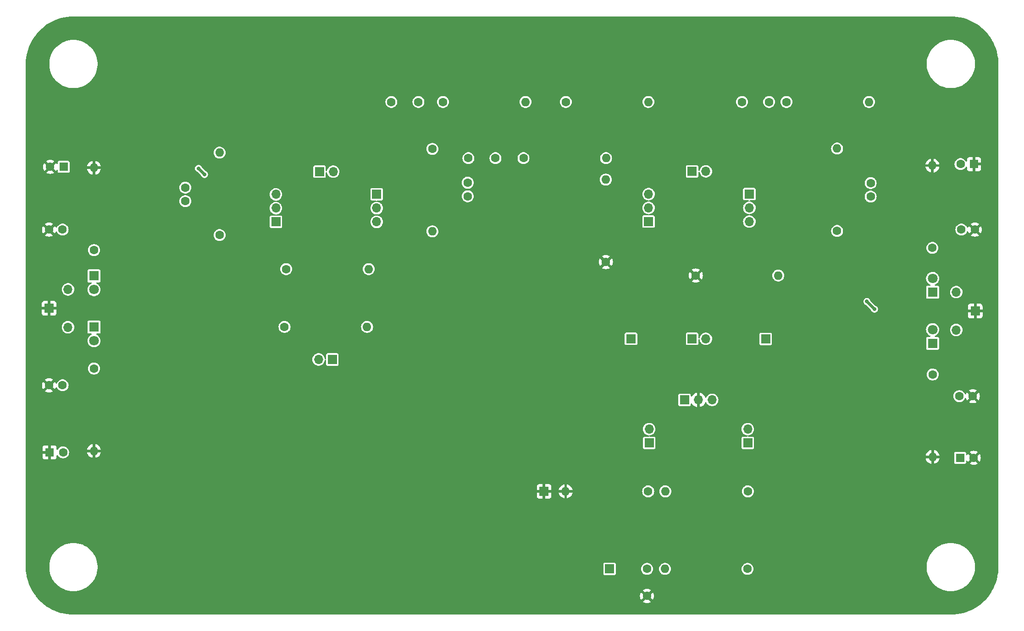
<source format=gbr>
%TF.GenerationSoftware,KiCad,Pcbnew,7.0.9*%
%TF.CreationDate,2024-02-16T00:25:04-03:00*%
%TF.ProjectId,main-board,6d61696e-2d62-46f6-9172-642e6b696361,0.1*%
%TF.SameCoordinates,Original*%
%TF.FileFunction,Copper,L2,Bot*%
%TF.FilePolarity,Positive*%
%FSLAX46Y46*%
G04 Gerber Fmt 4.6, Leading zero omitted, Abs format (unit mm)*
G04 Created by KiCad (PCBNEW 7.0.9) date 2024-02-16 00:25:04*
%MOMM*%
%LPD*%
G01*
G04 APERTURE LIST*
%TA.AperFunction,ComponentPad*%
%ADD10C,1.600000*%
%TD*%
%TA.AperFunction,ComponentPad*%
%ADD11O,1.600000X1.600000*%
%TD*%
%TA.AperFunction,ComponentPad*%
%ADD12R,1.800000X1.800000*%
%TD*%
%TA.AperFunction,ComponentPad*%
%ADD13C,1.800000*%
%TD*%
%TA.AperFunction,ComponentPad*%
%ADD14R,1.700000X1.700000*%
%TD*%
%TA.AperFunction,ComponentPad*%
%ADD15O,1.700000X1.700000*%
%TD*%
%TA.AperFunction,ComponentPad*%
%ADD16R,1.600000X1.600000*%
%TD*%
%TA.AperFunction,ViaPad*%
%ADD17C,0.700000*%
%TD*%
%TA.AperFunction,Conductor*%
%ADD18C,0.500000*%
%TD*%
G04 APERTURE END LIST*
D10*
%TO.P,R2,1*%
%TO.N,/w7*%
X159900000Y-59000000D03*
D11*
%TO.P,R2,2*%
%TO.N,/w10*%
X175140000Y-59000000D03*
%TD*%
D10*
%TO.P,C15,1*%
%TO.N,VEE*%
X232950000Y-82600000D03*
%TO.P,C15,2*%
%TO.N,GND*%
X235450000Y-82600000D03*
%TD*%
D12*
%TO.P,D4,1,K*%
%TO.N,VEE*%
X227632500Y-94180000D03*
D13*
%TO.P,D4,2,A*%
%TO.N,/led_VEE*%
X227632500Y-91640000D03*
%TD*%
D10*
%TO.P,C13,1*%
%TO.N,VDD*%
X232550000Y-113400000D03*
%TO.P,C13,2*%
%TO.N,GND*%
X235050000Y-113400000D03*
%TD*%
D12*
%TO.P,D1,1,K*%
%TO.N,VSS*%
X72800000Y-100620000D03*
D13*
%TO.P,D1,2,A*%
%TO.N,/led_VSS*%
X72800000Y-103160000D03*
%TD*%
D14*
%TO.P,SW1,1,A*%
%TO.N,/w_input*%
X183225000Y-102800000D03*
D15*
%TO.P,SW1,2,B*%
%TO.N,/w_nc*%
X185765000Y-102800000D03*
%TD*%
D10*
%TO.P,C4,1*%
%TO.N,/w10*%
X192450000Y-59000000D03*
%TO.P,C4,2*%
%TO.N,/w11*%
X197450000Y-59000000D03*
%TD*%
%TO.P,R4,1*%
%TO.N,/w11*%
X200650000Y-59000000D03*
D11*
%TO.P,R4,2*%
%TO.N,/w12*%
X215890000Y-59000000D03*
%TD*%
D10*
%TO.P,R10,1*%
%TO.N,/w6*%
X152100000Y-69400000D03*
D11*
%TO.P,R10,2*%
%TO.N,/w8*%
X167340000Y-69400000D03*
%TD*%
D10*
%TO.P,C1,1*%
%TO.N,/w1*%
X89675000Y-77350000D03*
%TO.P,C1,2*%
%TO.N,/w3*%
X89675000Y-74850000D03*
%TD*%
D14*
%TO.P,U1,1,-Vs*%
%TO.N,VSS*%
X106395000Y-81175000D03*
D15*
%TO.P,U1,2,+In1*%
%TO.N,/w_signal+*%
X106395000Y-78635000D03*
%TO.P,U1,3,-In1*%
%TO.N,/w1*%
X106395000Y-76095000D03*
D14*
%TO.P,U1,4,Vo1*%
%TO.N,/w3*%
X114430000Y-71895000D03*
D15*
%TO.P,U1,5,Vo2*%
%TO.N,/w4*%
X116965000Y-71895000D03*
D14*
%TO.P,U1,6,+Vs*%
%TO.N,VCC*%
X124995000Y-76095000D03*
D15*
%TO.P,U1,7,-In2*%
%TO.N,/w2*%
X124995000Y-78635000D03*
%TO.P,U1,8,+In2*%
%TO.N,/w_signal-*%
X124995000Y-81175000D03*
%TD*%
D16*
%TO.P,C14,1*%
%TO.N,VDD*%
X232717621Y-124800000D03*
D10*
%TO.P,C14,2*%
%TO.N,GND*%
X235217621Y-124800000D03*
%TD*%
%TO.P,R8,1*%
%TO.N,/w13*%
X193470000Y-145350000D03*
D11*
%TO.P,R8,2*%
%TO.N,/w_out*%
X178230000Y-145350000D03*
%TD*%
D10*
%TO.P,C8,1*%
%TO.N,/w4*%
X141925000Y-69405000D03*
%TO.P,C8,2*%
%TO.N,/w6*%
X146925000Y-69405000D03*
%TD*%
%TO.P,R11,1*%
%TO.N,/w14*%
X175120000Y-131000000D03*
D11*
%TO.P,R11,2*%
%TO.N,GND*%
X159880000Y-131000000D03*
%TD*%
D10*
%TO.P,R13,1*%
%TO.N,GND*%
X167300000Y-88600000D03*
D11*
%TO.P,R13,2*%
%TO.N,/w8*%
X167300000Y-73360000D03*
%TD*%
D14*
%TO.P,J5,1,Pin_1*%
%TO.N,GND*%
X155900000Y-131000000D03*
%TD*%
D10*
%TO.P,R16,1*%
%TO.N,/led_VCC*%
X72800000Y-86400000D03*
D11*
%TO.P,R16,2*%
%TO.N,GND*%
X72800000Y-71160000D03*
%TD*%
D12*
%TO.P,D3,1,K*%
%TO.N,/led_VDD*%
X227632500Y-103640000D03*
D13*
%TO.P,D3,2,A*%
%TO.N,VDD*%
X227632500Y-101100000D03*
%TD*%
D10*
%TO.P,C6,1*%
%TO.N,/w_out*%
X174900000Y-145350000D03*
%TO.P,C6,2*%
%TO.N,GND*%
X174900000Y-150350000D03*
%TD*%
%TO.P,R18,1*%
%TO.N,/led_VEE*%
X227600000Y-86000000D03*
D11*
%TO.P,R18,2*%
%TO.N,GND*%
X227600000Y-70760000D03*
%TD*%
D12*
%TO.P,D2,1,K*%
%TO.N,/led_VCC*%
X72800000Y-91160000D03*
D13*
%TO.P,D2,2,A*%
%TO.N,VCC*%
X72800000Y-93700000D03*
%TD*%
D10*
%TO.P,R5,1*%
%TO.N,/w12*%
X210000000Y-82870000D03*
D11*
%TO.P,R5,2*%
%TO.N,/w_input*%
X210000000Y-67630000D03*
%TD*%
D14*
%TO.P,C5,1*%
%TO.N,/w_signal-*%
X116800000Y-106625000D03*
D15*
%TO.P,C5,2*%
%TO.N,/w_signal+*%
X114260000Y-106625000D03*
%TD*%
D14*
%TO.P,J3,1,Pin_1*%
%TO.N,/w_out*%
X168000000Y-145350000D03*
%TD*%
D15*
%TO.P,J4,1,Pin_1*%
%TO.N,VSS*%
X68000000Y-100660000D03*
D14*
%TO.P,J4,2,Pin_2*%
%TO.N,GND*%
X64500000Y-97160000D03*
D15*
%TO.P,J4,3,Pin_3*%
%TO.N,VCC*%
X68000000Y-93660000D03*
%TD*%
D16*
%TO.P,C10,1*%
%TO.N,GND*%
X64600000Y-123800000D03*
D10*
%TO.P,C10,2*%
%TO.N,VSS*%
X67100000Y-123800000D03*
%TD*%
%TO.P,C2,1*%
%TO.N,/w3*%
X127700000Y-59000000D03*
%TO.P,C2,2*%
%TO.N,/w5*%
X132700000Y-59000000D03*
%TD*%
%TO.P,R6,1*%
%TO.N,/w_signal+*%
X107980000Y-100600000D03*
D11*
%TO.P,R6,2*%
%TO.N,/w_signal-*%
X123220000Y-100600000D03*
%TD*%
D14*
%TO.P,U3,1,Uz*%
%TO.N,/w14*%
X175300000Y-122040000D03*
D15*
%TO.P,U3,2,V-*%
%TO.N,VEE*%
X175300000Y-119500000D03*
D14*
%TO.P,U3,3,Uy*%
%TO.N,/w_input*%
X181845000Y-114100000D03*
D15*
%TO.P,U3,4,GND*%
%TO.N,GND*%
X184385000Y-114100000D03*
%TO.P,U3,5,Ux*%
%TO.N,/w_nc*%
X186925000Y-114100000D03*
%TO.P,U3,6,V+*%
%TO.N,VDD*%
X193500000Y-119500000D03*
D14*
%TO.P,U3,7,Uw*%
%TO.N,/w13*%
X193500000Y-122040000D03*
%TD*%
D10*
%TO.P,R7,1*%
%TO.N,/w1*%
X108280000Y-89900000D03*
D11*
%TO.P,R7,2*%
%TO.N,/w2*%
X123520000Y-89900000D03*
%TD*%
D15*
%TO.P,J6,1,Pin_1*%
%TO.N,VEE*%
X232000000Y-94165000D03*
D14*
%TO.P,J6,2,Pin_2*%
%TO.N,GND*%
X235500000Y-97665000D03*
D15*
%TO.P,J6,3,Pin_3*%
%TO.N,VDD*%
X232000000Y-101165000D03*
%TD*%
D10*
%TO.P,R14,1*%
%TO.N,GND*%
X183900000Y-91100000D03*
D11*
%TO.P,R14,2*%
%TO.N,/w9*%
X199140000Y-91100000D03*
%TD*%
D10*
%TO.P,R1,1*%
%TO.N,/w5*%
X137240000Y-59000000D03*
D11*
%TO.P,R1,2*%
%TO.N,/w7*%
X152480000Y-59000000D03*
%TD*%
D10*
%TO.P,R9,1*%
%TO.N,/w13*%
X193520000Y-131000000D03*
D11*
%TO.P,R9,2*%
%TO.N,/w14*%
X178280000Y-131000000D03*
%TD*%
D14*
%TO.P,U2,1,-Vs*%
%TO.N,VEE*%
X175200000Y-81125000D03*
D15*
%TO.P,U2,2,+In1*%
%TO.N,/w8*%
X175200000Y-78585000D03*
%TO.P,U2,3,-In1*%
%TO.N,/w7*%
X175200000Y-76045000D03*
D14*
%TO.P,U2,4,Vo1*%
%TO.N,/w10*%
X183235000Y-71845000D03*
D15*
%TO.P,U2,5,Vo2*%
%TO.N,/w_input*%
X185770000Y-71845000D03*
D14*
%TO.P,U2,6,+Vs*%
%TO.N,VDD*%
X193800000Y-76045000D03*
D15*
%TO.P,U2,7,-In2*%
%TO.N,/w12*%
X193800000Y-78585000D03*
%TO.P,U2,8,+In2*%
%TO.N,/w9*%
X193800000Y-81125000D03*
%TD*%
D16*
%TO.P,C12,1*%
%TO.N,VCC*%
X67200000Y-71000000D03*
D10*
%TO.P,C12,2*%
%TO.N,GND*%
X64700000Y-71000000D03*
%TD*%
%TO.P,C9,1*%
%TO.N,VSS*%
X67000000Y-111400000D03*
%TO.P,C9,2*%
%TO.N,GND*%
X64500000Y-111400000D03*
%TD*%
%TO.P,R12,1*%
%TO.N,/w4*%
X135275000Y-67690000D03*
D11*
%TO.P,R12,2*%
%TO.N,/w2*%
X135275000Y-82930000D03*
%TD*%
D10*
%TO.P,R3,1*%
%TO.N,/w1*%
X95975000Y-83620000D03*
D11*
%TO.P,R3,2*%
%TO.N,/w3*%
X95975000Y-68380000D03*
%TD*%
D10*
%TO.P,C3,1*%
%TO.N,/w12*%
X216200000Y-76500000D03*
%TO.P,C3,2*%
%TO.N,/w_input*%
X216200000Y-74000000D03*
%TD*%
%TO.P,C7,1*%
%TO.N,/w2*%
X141800000Y-76440000D03*
%TO.P,C7,2*%
%TO.N,/w4*%
X141800000Y-73940000D03*
%TD*%
D16*
%TO.P,C16,1*%
%TO.N,GND*%
X235282380Y-70500000D03*
D10*
%TO.P,C16,2*%
%TO.N,VEE*%
X232782380Y-70500000D03*
%TD*%
%TO.P,R15,1*%
%TO.N,/led_VSS*%
X72800000Y-108300000D03*
D11*
%TO.P,R15,2*%
%TO.N,GND*%
X72800000Y-123540000D03*
%TD*%
D10*
%TO.P,C11,1*%
%TO.N,VCC*%
X67000000Y-82600000D03*
%TO.P,C11,2*%
%TO.N,GND*%
X64500000Y-82600000D03*
%TD*%
D14*
%TO.P,J1,1,Pin_1*%
%TO.N,/w_input*%
X171950000Y-102800000D03*
%TD*%
%TO.P,J2,1,Pin_1*%
%TO.N,/w_nc*%
X196800000Y-102850000D03*
%TD*%
D10*
%TO.P,R17,1*%
%TO.N,/led_VDD*%
X227632500Y-109400000D03*
D11*
%TO.P,R17,2*%
%TO.N,GND*%
X227632500Y-124640000D03*
%TD*%
D17*
%TO.N,VCC*%
X92100000Y-71300000D03*
X93200000Y-72400000D03*
%TO.N,VDD*%
X215500000Y-95900000D03*
X216900000Y-97300000D03*
%TD*%
D18*
%TO.N,VCC*%
X93200000Y-72400000D02*
X92100000Y-71300000D01*
%TO.N,VDD*%
X215500000Y-95900000D02*
X216900000Y-97300000D01*
%TD*%
%TA.AperFunction,Conductor*%
%TO.N,GND*%
G36*
X231573490Y-43219274D02*
G01*
X231577526Y-43219538D01*
X232146560Y-43275583D01*
X232150558Y-43276110D01*
X232714703Y-43369250D01*
X232718645Y-43370034D01*
X233275515Y-43499878D01*
X233279404Y-43500920D01*
X233826582Y-43666904D01*
X233830402Y-43668201D01*
X234365533Y-43869610D01*
X234369264Y-43871156D01*
X234890100Y-44107143D01*
X234893679Y-44108908D01*
X235397975Y-44378460D01*
X235401463Y-44380474D01*
X235887050Y-44682432D01*
X235890368Y-44684649D01*
X236355162Y-45017716D01*
X236358364Y-45020174D01*
X236800347Y-45382901D01*
X236803398Y-45385577D01*
X237220719Y-45776440D01*
X237223559Y-45779280D01*
X237348424Y-45912597D01*
X237614422Y-46196601D01*
X237617098Y-46199652D01*
X237979825Y-46641635D01*
X237982286Y-46644841D01*
X238315345Y-47109624D01*
X238317571Y-47112956D01*
X238589033Y-47549500D01*
X238619519Y-47598526D01*
X238621544Y-47602034D01*
X238891084Y-48106308D01*
X238892868Y-48109925D01*
X239128842Y-48630733D01*
X239130395Y-48634482D01*
X239331793Y-49169583D01*
X239333098Y-49173426D01*
X239499075Y-49720581D01*
X239500125Y-49724500D01*
X239629959Y-50281325D01*
X239630750Y-50285305D01*
X239723888Y-50849434D01*
X239724418Y-50853458D01*
X239780460Y-51422459D01*
X239780725Y-51426509D01*
X239799500Y-52000000D01*
X239799500Y-145000000D01*
X239780725Y-145573490D01*
X239780460Y-145577540D01*
X239724418Y-146146541D01*
X239723888Y-146150565D01*
X239630750Y-146714694D01*
X239629959Y-146718674D01*
X239500125Y-147275499D01*
X239499075Y-147279418D01*
X239333098Y-147826573D01*
X239331793Y-147830416D01*
X239130395Y-148365517D01*
X239128842Y-148369266D01*
X238892868Y-148890074D01*
X238891078Y-148893703D01*
X238761364Y-149136382D01*
X238621548Y-149397959D01*
X238619519Y-149401473D01*
X238484532Y-149618549D01*
X238317580Y-149887029D01*
X238315336Y-149890388D01*
X237982296Y-150355145D01*
X237979825Y-150358364D01*
X237617098Y-150800347D01*
X237614422Y-150803398D01*
X237223574Y-151220704D01*
X237220704Y-151223574D01*
X236803398Y-151614422D01*
X236800347Y-151617098D01*
X236358364Y-151979825D01*
X236355145Y-151982296D01*
X235890388Y-152315336D01*
X235887029Y-152317580D01*
X235618549Y-152484532D01*
X235401473Y-152619519D01*
X235397959Y-152621548D01*
X235191955Y-152731659D01*
X234893703Y-152891078D01*
X234890074Y-152892868D01*
X234369266Y-153128842D01*
X234365517Y-153130395D01*
X233830416Y-153331793D01*
X233826573Y-153333098D01*
X233279418Y-153499075D01*
X233275499Y-153500125D01*
X232718674Y-153629959D01*
X232714694Y-153630750D01*
X232150565Y-153723888D01*
X232146541Y-153724418D01*
X231577540Y-153780460D01*
X231573490Y-153780725D01*
X231000000Y-153799500D01*
X69000000Y-153799500D01*
X68426509Y-153780725D01*
X68422459Y-153780460D01*
X67853458Y-153724418D01*
X67849434Y-153723888D01*
X67285305Y-153630750D01*
X67281330Y-153629960D01*
X67002912Y-153565042D01*
X66724500Y-153500125D01*
X66720581Y-153499075D01*
X66173426Y-153333098D01*
X66169583Y-153331793D01*
X65634482Y-153130395D01*
X65630733Y-153128842D01*
X65176797Y-152923167D01*
X65109912Y-152892861D01*
X65106308Y-152891084D01*
X64602034Y-152621544D01*
X64598526Y-152619519D01*
X64588543Y-152613311D01*
X64112956Y-152317571D01*
X64109624Y-152315345D01*
X63644841Y-151982286D01*
X63641635Y-151979825D01*
X63199652Y-151617098D01*
X63196601Y-151614422D01*
X63053225Y-151480136D01*
X62779280Y-151223559D01*
X62776440Y-151220719D01*
X62385577Y-150803398D01*
X62382901Y-150800347D01*
X62020174Y-150358364D01*
X62017716Y-150355162D01*
X62014018Y-150350002D01*
X173595034Y-150350002D01*
X173614858Y-150576599D01*
X173614860Y-150576610D01*
X173673730Y-150796317D01*
X173673734Y-150796326D01*
X173769865Y-151002481D01*
X173769866Y-151002483D01*
X173820973Y-151075471D01*
X173820974Y-151075472D01*
X174502046Y-150394399D01*
X174514835Y-150475148D01*
X174572359Y-150588045D01*
X174661955Y-150677641D01*
X174774852Y-150735165D01*
X174855599Y-150747953D01*
X174174526Y-151429025D01*
X174174526Y-151429026D01*
X174247512Y-151480131D01*
X174247516Y-151480133D01*
X174453673Y-151576265D01*
X174453682Y-151576269D01*
X174673389Y-151635139D01*
X174673400Y-151635141D01*
X174899998Y-151654966D01*
X174900002Y-151654966D01*
X175126599Y-151635141D01*
X175126610Y-151635139D01*
X175346317Y-151576269D01*
X175346331Y-151576264D01*
X175552478Y-151480136D01*
X175625472Y-151429025D01*
X174944401Y-150747953D01*
X175025148Y-150735165D01*
X175138045Y-150677641D01*
X175227641Y-150588045D01*
X175285165Y-150475148D01*
X175297953Y-150394400D01*
X175979025Y-151075472D01*
X176030136Y-151002478D01*
X176126264Y-150796331D01*
X176126269Y-150796317D01*
X176185139Y-150576610D01*
X176185141Y-150576599D01*
X176204966Y-150350002D01*
X176204966Y-150349997D01*
X176185141Y-150123400D01*
X176185139Y-150123389D01*
X176126269Y-149903682D01*
X176126265Y-149903673D01*
X176030133Y-149697516D01*
X176030131Y-149697512D01*
X175979026Y-149624526D01*
X175979025Y-149624526D01*
X175297953Y-150305598D01*
X175285165Y-150224852D01*
X175227641Y-150111955D01*
X175138045Y-150022359D01*
X175025148Y-149964835D01*
X174944400Y-149952046D01*
X175625472Y-149270974D01*
X175625471Y-149270973D01*
X175552483Y-149219866D01*
X175552481Y-149219865D01*
X175346326Y-149123734D01*
X175346317Y-149123730D01*
X175126610Y-149064860D01*
X175126599Y-149064858D01*
X174900002Y-149045034D01*
X174899998Y-149045034D01*
X174673400Y-149064858D01*
X174673389Y-149064860D01*
X174453682Y-149123730D01*
X174453673Y-149123734D01*
X174247513Y-149219868D01*
X174174527Y-149270972D01*
X174174526Y-149270973D01*
X174855600Y-149952046D01*
X174774852Y-149964835D01*
X174661955Y-150022359D01*
X174572359Y-150111955D01*
X174514835Y-150224852D01*
X174502046Y-150305599D01*
X173820973Y-149624526D01*
X173820972Y-149624527D01*
X173769868Y-149697513D01*
X173673734Y-149903673D01*
X173673730Y-149903682D01*
X173614860Y-150123389D01*
X173614858Y-150123400D01*
X173595034Y-150349997D01*
X173595034Y-150350002D01*
X62014018Y-150350002D01*
X61684649Y-149890368D01*
X61682432Y-149887050D01*
X61380474Y-149401463D01*
X61378460Y-149397975D01*
X61108908Y-148893679D01*
X61107143Y-148890100D01*
X60871156Y-148369264D01*
X60869610Y-148365533D01*
X60668201Y-147830402D01*
X60666901Y-147826573D01*
X60500920Y-147279404D01*
X60499878Y-147275515D01*
X60370034Y-146718645D01*
X60369249Y-146714694D01*
X60333885Y-146500500D01*
X60276110Y-146150558D01*
X60275583Y-146146560D01*
X60219538Y-145577526D01*
X60219274Y-145573490D01*
X60207440Y-145212003D01*
X64549500Y-145212003D01*
X64562677Y-145349999D01*
X64589804Y-145634093D01*
X64589806Y-145634105D01*
X64670045Y-146050423D01*
X64670049Y-146050440D01*
X64789500Y-146457256D01*
X64789504Y-146457268D01*
X64947088Y-146850893D01*
X64947090Y-146850897D01*
X64947092Y-146850901D01*
X65141383Y-147227773D01*
X65217669Y-147346477D01*
X65370614Y-147584465D01*
X65564032Y-147830416D01*
X65632722Y-147917763D01*
X65632731Y-147917772D01*
X65925323Y-148224633D01*
X66245762Y-148502295D01*
X66245775Y-148502306D01*
X66591134Y-148748235D01*
X66591142Y-148748241D01*
X66591149Y-148748245D01*
X66958350Y-148960248D01*
X67344040Y-149136387D01*
X67455136Y-149174837D01*
X67744714Y-149275062D01*
X67744720Y-149275063D01*
X67744727Y-149275066D01*
X68156782Y-149375029D01*
X68576473Y-149435372D01*
X68830507Y-149447473D01*
X68894046Y-149450500D01*
X68894050Y-149450500D01*
X69105954Y-149450500D01*
X69166466Y-149447617D01*
X69423527Y-149435372D01*
X69843218Y-149375029D01*
X70255273Y-149275066D01*
X70655960Y-149136387D01*
X71041650Y-148960248D01*
X71408851Y-148748245D01*
X71538724Y-148655763D01*
X71754224Y-148502306D01*
X71754227Y-148502303D01*
X71754236Y-148502297D01*
X72074679Y-148224631D01*
X72367278Y-147917763D01*
X72629381Y-147584471D01*
X72858617Y-147227774D01*
X73052908Y-146850901D01*
X73210496Y-146457267D01*
X73272865Y-146244856D01*
X166849500Y-146244856D01*
X166849502Y-146244882D01*
X166852413Y-146269987D01*
X166852415Y-146269991D01*
X166897793Y-146372764D01*
X166897794Y-146372765D01*
X166977235Y-146452206D01*
X167080009Y-146497585D01*
X167105135Y-146500500D01*
X168894864Y-146500499D01*
X168894879Y-146500497D01*
X168894882Y-146500497D01*
X168919987Y-146497586D01*
X168919988Y-146497585D01*
X168919991Y-146497585D01*
X169022765Y-146452206D01*
X169102206Y-146372765D01*
X169147585Y-146269991D01*
X169150500Y-146244865D01*
X169150499Y-145350000D01*
X173794785Y-145350000D01*
X173813602Y-145553082D01*
X173869417Y-145749247D01*
X173869422Y-145749260D01*
X173960327Y-145931821D01*
X174083237Y-146094581D01*
X174233958Y-146231980D01*
X174233960Y-146231982D01*
X174333141Y-146293392D01*
X174407363Y-146339348D01*
X174597544Y-146413024D01*
X174798024Y-146450500D01*
X174798026Y-146450500D01*
X175001974Y-146450500D01*
X175001976Y-146450500D01*
X175202456Y-146413024D01*
X175392637Y-146339348D01*
X175566041Y-146231981D01*
X175716764Y-146094579D01*
X175839673Y-145931821D01*
X175930582Y-145749250D01*
X175986397Y-145553083D01*
X176005215Y-145350000D01*
X177124785Y-145350000D01*
X177143602Y-145553082D01*
X177199417Y-145749247D01*
X177199422Y-145749260D01*
X177290327Y-145931821D01*
X177413237Y-146094581D01*
X177563958Y-146231980D01*
X177563960Y-146231982D01*
X177663141Y-146293392D01*
X177737363Y-146339348D01*
X177927544Y-146413024D01*
X178128024Y-146450500D01*
X178128026Y-146450500D01*
X178331974Y-146450500D01*
X178331976Y-146450500D01*
X178532456Y-146413024D01*
X178722637Y-146339348D01*
X178896041Y-146231981D01*
X179046764Y-146094579D01*
X179169673Y-145931821D01*
X179260582Y-145749250D01*
X179316397Y-145553083D01*
X179335215Y-145350000D01*
X192364785Y-145350000D01*
X192383602Y-145553082D01*
X192439417Y-145749247D01*
X192439422Y-145749260D01*
X192530327Y-145931821D01*
X192653237Y-146094581D01*
X192803958Y-146231980D01*
X192803960Y-146231982D01*
X192903141Y-146293392D01*
X192977363Y-146339348D01*
X193167544Y-146413024D01*
X193368024Y-146450500D01*
X193368026Y-146450500D01*
X193571974Y-146450500D01*
X193571976Y-146450500D01*
X193772456Y-146413024D01*
X193962637Y-146339348D01*
X194136041Y-146231981D01*
X194286764Y-146094579D01*
X194409673Y-145931821D01*
X194500582Y-145749250D01*
X194556397Y-145553083D01*
X194575215Y-145350000D01*
X194562428Y-145212003D01*
X226549500Y-145212003D01*
X226562677Y-145349999D01*
X226589804Y-145634093D01*
X226589806Y-145634105D01*
X226670045Y-146050423D01*
X226670049Y-146050440D01*
X226789500Y-146457256D01*
X226789504Y-146457268D01*
X226947088Y-146850893D01*
X226947090Y-146850897D01*
X226947092Y-146850901D01*
X227141383Y-147227773D01*
X227217669Y-147346477D01*
X227370614Y-147584465D01*
X227564032Y-147830416D01*
X227632722Y-147917763D01*
X227632731Y-147917772D01*
X227925323Y-148224633D01*
X228245762Y-148502295D01*
X228245775Y-148502306D01*
X228591134Y-148748235D01*
X228591142Y-148748241D01*
X228591149Y-148748245D01*
X228958350Y-148960248D01*
X229344040Y-149136387D01*
X229455136Y-149174837D01*
X229744714Y-149275062D01*
X229744720Y-149275063D01*
X229744727Y-149275066D01*
X230156782Y-149375029D01*
X230576473Y-149435372D01*
X230830507Y-149447473D01*
X230894046Y-149450500D01*
X230894050Y-149450500D01*
X231105954Y-149450500D01*
X231166466Y-149447617D01*
X231423527Y-149435372D01*
X231843218Y-149375029D01*
X232255273Y-149275066D01*
X232655960Y-149136387D01*
X233041650Y-148960248D01*
X233408851Y-148748245D01*
X233538724Y-148655763D01*
X233754224Y-148502306D01*
X233754227Y-148502303D01*
X233754236Y-148502297D01*
X234074679Y-148224631D01*
X234367278Y-147917763D01*
X234629381Y-147584471D01*
X234858617Y-147227774D01*
X235052908Y-146850901D01*
X235210496Y-146457267D01*
X235329952Y-146050435D01*
X235410196Y-145634090D01*
X235450500Y-145212003D01*
X235450500Y-144787997D01*
X235410196Y-144365910D01*
X235329952Y-143949565D01*
X235210496Y-143542733D01*
X235052908Y-143149099D01*
X234858617Y-142772227D01*
X234734557Y-142579186D01*
X234629385Y-142415534D01*
X234367285Y-142082246D01*
X234367278Y-142082237D01*
X234074679Y-141775369D01*
X233754236Y-141497703D01*
X233754234Y-141497702D01*
X233754224Y-141497693D01*
X233408865Y-141251764D01*
X233408857Y-141251758D01*
X233041654Y-141039754D01*
X232655969Y-140863617D01*
X232655967Y-140863616D01*
X232655960Y-140863613D01*
X232655952Y-140863610D01*
X232655944Y-140863607D01*
X232255285Y-140724937D01*
X232255274Y-140724934D01*
X231843219Y-140624971D01*
X231423530Y-140564628D01*
X231423531Y-140564628D01*
X231105954Y-140549500D01*
X231105950Y-140549500D01*
X230894050Y-140549500D01*
X230894046Y-140549500D01*
X230576468Y-140564628D01*
X230156780Y-140624971D01*
X229744725Y-140724934D01*
X229744714Y-140724937D01*
X229344055Y-140863607D01*
X229344030Y-140863617D01*
X228958345Y-141039754D01*
X228591142Y-141251758D01*
X228591134Y-141251764D01*
X228245775Y-141497693D01*
X228245762Y-141497704D01*
X227925323Y-141775366D01*
X227632731Y-142082227D01*
X227632714Y-142082246D01*
X227370610Y-142415540D01*
X227370608Y-142415543D01*
X227141387Y-142772218D01*
X227141383Y-142772225D01*
X226947087Y-143149108D01*
X226789504Y-143542731D01*
X226789500Y-143542743D01*
X226670049Y-143949559D01*
X226670045Y-143949576D01*
X226589806Y-144365894D01*
X226589804Y-144365906D01*
X226581284Y-144455135D01*
X226549500Y-144787997D01*
X226549500Y-145212003D01*
X194562428Y-145212003D01*
X194556397Y-145146917D01*
X194500582Y-144950750D01*
X194409673Y-144768179D01*
X194286764Y-144605421D01*
X194286762Y-144605418D01*
X194136041Y-144468019D01*
X194136039Y-144468017D01*
X193962642Y-144360655D01*
X193962635Y-144360651D01*
X193867546Y-144323814D01*
X193772456Y-144286976D01*
X193571976Y-144249500D01*
X193368024Y-144249500D01*
X193167544Y-144286976D01*
X193167541Y-144286976D01*
X193167541Y-144286977D01*
X192977364Y-144360651D01*
X192977357Y-144360655D01*
X192803960Y-144468017D01*
X192803958Y-144468019D01*
X192653237Y-144605418D01*
X192530327Y-144768178D01*
X192439422Y-144950739D01*
X192439417Y-144950752D01*
X192383602Y-145146917D01*
X192364785Y-145349999D01*
X192364785Y-145350000D01*
X179335215Y-145350000D01*
X179316397Y-145146917D01*
X179260582Y-144950750D01*
X179169673Y-144768179D01*
X179046764Y-144605421D01*
X179046762Y-144605418D01*
X178896041Y-144468019D01*
X178896039Y-144468017D01*
X178722642Y-144360655D01*
X178722635Y-144360651D01*
X178627546Y-144323814D01*
X178532456Y-144286976D01*
X178331976Y-144249500D01*
X178128024Y-144249500D01*
X177927544Y-144286976D01*
X177927541Y-144286976D01*
X177927541Y-144286977D01*
X177737364Y-144360651D01*
X177737357Y-144360655D01*
X177563960Y-144468017D01*
X177563958Y-144468019D01*
X177413237Y-144605418D01*
X177290327Y-144768178D01*
X177199422Y-144950739D01*
X177199417Y-144950752D01*
X177143602Y-145146917D01*
X177124785Y-145349999D01*
X177124785Y-145350000D01*
X176005215Y-145350000D01*
X175986397Y-145146917D01*
X175930582Y-144950750D01*
X175839673Y-144768179D01*
X175716764Y-144605421D01*
X175716762Y-144605418D01*
X175566041Y-144468019D01*
X175566039Y-144468017D01*
X175392642Y-144360655D01*
X175392635Y-144360651D01*
X175297546Y-144323814D01*
X175202456Y-144286976D01*
X175001976Y-144249500D01*
X174798024Y-144249500D01*
X174597544Y-144286976D01*
X174597541Y-144286976D01*
X174597541Y-144286977D01*
X174407364Y-144360651D01*
X174407357Y-144360655D01*
X174233960Y-144468017D01*
X174233958Y-144468019D01*
X174083237Y-144605418D01*
X173960327Y-144768178D01*
X173869422Y-144950739D01*
X173869417Y-144950752D01*
X173813602Y-145146917D01*
X173794785Y-145349999D01*
X173794785Y-145350000D01*
X169150499Y-145350000D01*
X169150499Y-144455136D01*
X169150497Y-144455117D01*
X169147586Y-144430012D01*
X169147585Y-144430010D01*
X169147585Y-144430009D01*
X169102206Y-144327235D01*
X169022765Y-144247794D01*
X169022763Y-144247793D01*
X168919992Y-144202415D01*
X168894865Y-144199500D01*
X167105143Y-144199500D01*
X167105117Y-144199502D01*
X167080012Y-144202413D01*
X167080008Y-144202415D01*
X166977235Y-144247793D01*
X166897794Y-144327234D01*
X166852415Y-144430006D01*
X166852415Y-144430008D01*
X166849500Y-144455131D01*
X166849500Y-146244856D01*
X73272865Y-146244856D01*
X73329952Y-146050435D01*
X73410196Y-145634090D01*
X73450500Y-145212003D01*
X73450500Y-144787997D01*
X73410196Y-144365910D01*
X73329952Y-143949565D01*
X73210496Y-143542733D01*
X73052908Y-143149099D01*
X72858617Y-142772227D01*
X72734557Y-142579186D01*
X72629385Y-142415534D01*
X72367285Y-142082246D01*
X72367278Y-142082237D01*
X72074679Y-141775369D01*
X71754236Y-141497703D01*
X71754234Y-141497702D01*
X71754224Y-141497693D01*
X71408865Y-141251764D01*
X71408857Y-141251758D01*
X71041654Y-141039754D01*
X70655969Y-140863617D01*
X70655967Y-140863616D01*
X70655960Y-140863613D01*
X70655952Y-140863610D01*
X70655944Y-140863607D01*
X70255285Y-140724937D01*
X70255274Y-140724934D01*
X69843219Y-140624971D01*
X69423530Y-140564628D01*
X69423531Y-140564628D01*
X69105954Y-140549500D01*
X69105950Y-140549500D01*
X68894050Y-140549500D01*
X68894046Y-140549500D01*
X68576468Y-140564628D01*
X68156780Y-140624971D01*
X67744725Y-140724934D01*
X67744714Y-140724937D01*
X67344055Y-140863607D01*
X67344030Y-140863617D01*
X66958345Y-141039754D01*
X66591142Y-141251758D01*
X66591134Y-141251764D01*
X66245775Y-141497693D01*
X66245762Y-141497704D01*
X65925323Y-141775366D01*
X65632731Y-142082227D01*
X65632714Y-142082246D01*
X65370610Y-142415540D01*
X65370608Y-142415543D01*
X65141387Y-142772218D01*
X65141383Y-142772225D01*
X64947087Y-143149108D01*
X64789504Y-143542731D01*
X64789500Y-143542743D01*
X64670049Y-143949559D01*
X64670045Y-143949576D01*
X64589806Y-144365894D01*
X64589804Y-144365906D01*
X64581284Y-144455135D01*
X64549500Y-144787997D01*
X64549500Y-145212003D01*
X60207440Y-145212003D01*
X60200500Y-145000000D01*
X60200500Y-131897844D01*
X154550000Y-131897844D01*
X154556401Y-131957372D01*
X154556403Y-131957379D01*
X154606645Y-132092086D01*
X154606649Y-132092093D01*
X154692809Y-132207187D01*
X154692812Y-132207190D01*
X154807906Y-132293350D01*
X154807913Y-132293354D01*
X154942620Y-132343596D01*
X154942627Y-132343598D01*
X155002155Y-132349999D01*
X155002172Y-132350000D01*
X155650000Y-132350000D01*
X155650000Y-131435501D01*
X155757685Y-131484680D01*
X155864237Y-131500000D01*
X155935763Y-131500000D01*
X156042315Y-131484680D01*
X156150000Y-131435501D01*
X156150000Y-132350000D01*
X156797828Y-132350000D01*
X156797844Y-132349999D01*
X156857372Y-132343598D01*
X156857379Y-132343596D01*
X156992086Y-132293354D01*
X156992093Y-132293350D01*
X157107187Y-132207190D01*
X157107190Y-132207187D01*
X157193350Y-132092093D01*
X157193354Y-132092086D01*
X157243596Y-131957379D01*
X157243598Y-131957372D01*
X157249999Y-131897844D01*
X157250000Y-131897827D01*
X157250000Y-131250000D01*
X156333686Y-131250000D01*
X156359493Y-131209844D01*
X156400000Y-131071889D01*
X156400000Y-130928111D01*
X156359493Y-130790156D01*
X156333686Y-130750000D01*
X157250000Y-130750000D01*
X157250000Y-130749999D01*
X158601127Y-130749999D01*
X158601128Y-130750000D01*
X159564314Y-130750000D01*
X159552359Y-130761955D01*
X159494835Y-130874852D01*
X159475014Y-131000000D01*
X159494835Y-131125148D01*
X159552359Y-131238045D01*
X159564314Y-131250000D01*
X158601128Y-131250000D01*
X158653730Y-131446317D01*
X158653734Y-131446326D01*
X158749865Y-131652482D01*
X158880342Y-131838820D01*
X159041179Y-131999657D01*
X159227517Y-132130134D01*
X159433673Y-132226265D01*
X159433682Y-132226269D01*
X159629999Y-132278872D01*
X159630000Y-132278871D01*
X159630000Y-131315686D01*
X159641955Y-131327641D01*
X159754852Y-131385165D01*
X159848519Y-131400000D01*
X159911481Y-131400000D01*
X160005148Y-131385165D01*
X160118045Y-131327641D01*
X160130000Y-131315686D01*
X160130000Y-132278872D01*
X160326317Y-132226269D01*
X160326326Y-132226265D01*
X160532482Y-132130134D01*
X160718820Y-131999657D01*
X160879657Y-131838820D01*
X161010134Y-131652482D01*
X161106265Y-131446326D01*
X161106269Y-131446317D01*
X161158872Y-131250000D01*
X160195686Y-131250000D01*
X160207641Y-131238045D01*
X160265165Y-131125148D01*
X160284986Y-131000000D01*
X174014785Y-131000000D01*
X174033602Y-131203082D01*
X174089417Y-131399247D01*
X174089422Y-131399260D01*
X174180327Y-131581821D01*
X174303237Y-131744581D01*
X174453958Y-131881980D01*
X174453960Y-131881982D01*
X174553141Y-131943392D01*
X174627363Y-131989348D01*
X174817544Y-132063024D01*
X175018024Y-132100500D01*
X175018026Y-132100500D01*
X175221974Y-132100500D01*
X175221976Y-132100500D01*
X175422456Y-132063024D01*
X175612637Y-131989348D01*
X175786041Y-131881981D01*
X175936764Y-131744579D01*
X176059673Y-131581821D01*
X176150582Y-131399250D01*
X176206397Y-131203083D01*
X176225215Y-131000000D01*
X177174785Y-131000000D01*
X177193602Y-131203082D01*
X177249417Y-131399247D01*
X177249422Y-131399260D01*
X177340327Y-131581821D01*
X177463237Y-131744581D01*
X177613958Y-131881980D01*
X177613960Y-131881982D01*
X177713141Y-131943392D01*
X177787363Y-131989348D01*
X177977544Y-132063024D01*
X178178024Y-132100500D01*
X178178026Y-132100500D01*
X178381974Y-132100500D01*
X178381976Y-132100500D01*
X178582456Y-132063024D01*
X178772637Y-131989348D01*
X178946041Y-131881981D01*
X179096764Y-131744579D01*
X179219673Y-131581821D01*
X179310582Y-131399250D01*
X179366397Y-131203083D01*
X179385215Y-131000000D01*
X192414785Y-131000000D01*
X192433602Y-131203082D01*
X192489417Y-131399247D01*
X192489422Y-131399260D01*
X192580327Y-131581821D01*
X192703237Y-131744581D01*
X192853958Y-131881980D01*
X192853960Y-131881982D01*
X192953141Y-131943392D01*
X193027363Y-131989348D01*
X193217544Y-132063024D01*
X193418024Y-132100500D01*
X193418026Y-132100500D01*
X193621974Y-132100500D01*
X193621976Y-132100500D01*
X193822456Y-132063024D01*
X194012637Y-131989348D01*
X194186041Y-131881981D01*
X194336764Y-131744579D01*
X194459673Y-131581821D01*
X194550582Y-131399250D01*
X194606397Y-131203083D01*
X194625215Y-131000000D01*
X194606397Y-130796917D01*
X194550582Y-130600750D01*
X194459673Y-130418179D01*
X194336764Y-130255421D01*
X194336762Y-130255418D01*
X194186041Y-130118019D01*
X194186039Y-130118017D01*
X194012642Y-130010655D01*
X194012635Y-130010651D01*
X193917546Y-129973814D01*
X193822456Y-129936976D01*
X193621976Y-129899500D01*
X193418024Y-129899500D01*
X193217544Y-129936976D01*
X193217541Y-129936976D01*
X193217541Y-129936977D01*
X193027364Y-130010651D01*
X193027357Y-130010655D01*
X192853960Y-130118017D01*
X192853958Y-130118019D01*
X192703237Y-130255418D01*
X192580327Y-130418178D01*
X192489422Y-130600739D01*
X192489417Y-130600752D01*
X192433602Y-130796917D01*
X192414785Y-130999999D01*
X192414785Y-131000000D01*
X179385215Y-131000000D01*
X179366397Y-130796917D01*
X179310582Y-130600750D01*
X179219673Y-130418179D01*
X179096764Y-130255421D01*
X179096762Y-130255418D01*
X178946041Y-130118019D01*
X178946039Y-130118017D01*
X178772642Y-130010655D01*
X178772635Y-130010651D01*
X178677546Y-129973814D01*
X178582456Y-129936976D01*
X178381976Y-129899500D01*
X178178024Y-129899500D01*
X177977544Y-129936976D01*
X177977541Y-129936976D01*
X177977541Y-129936977D01*
X177787364Y-130010651D01*
X177787357Y-130010655D01*
X177613960Y-130118017D01*
X177613958Y-130118019D01*
X177463237Y-130255418D01*
X177340327Y-130418178D01*
X177249422Y-130600739D01*
X177249417Y-130600752D01*
X177193602Y-130796917D01*
X177174785Y-130999999D01*
X177174785Y-131000000D01*
X176225215Y-131000000D01*
X176206397Y-130796917D01*
X176150582Y-130600750D01*
X176059673Y-130418179D01*
X175936764Y-130255421D01*
X175936762Y-130255418D01*
X175786041Y-130118019D01*
X175786039Y-130118017D01*
X175612642Y-130010655D01*
X175612635Y-130010651D01*
X175517546Y-129973814D01*
X175422456Y-129936976D01*
X175221976Y-129899500D01*
X175018024Y-129899500D01*
X174817544Y-129936976D01*
X174817541Y-129936976D01*
X174817541Y-129936977D01*
X174627364Y-130010651D01*
X174627357Y-130010655D01*
X174453960Y-130118017D01*
X174453958Y-130118019D01*
X174303237Y-130255418D01*
X174180327Y-130418178D01*
X174089422Y-130600739D01*
X174089417Y-130600752D01*
X174033602Y-130796917D01*
X174014785Y-130999999D01*
X174014785Y-131000000D01*
X160284986Y-131000000D01*
X160265165Y-130874852D01*
X160207641Y-130761955D01*
X160195686Y-130750000D01*
X161158872Y-130750000D01*
X161158872Y-130749999D01*
X161106269Y-130553682D01*
X161106265Y-130553673D01*
X161010134Y-130347517D01*
X160879657Y-130161179D01*
X160718820Y-130000342D01*
X160532482Y-129869865D01*
X160326328Y-129773734D01*
X160130000Y-129721127D01*
X160130000Y-130684314D01*
X160118045Y-130672359D01*
X160005148Y-130614835D01*
X159911481Y-130600000D01*
X159848519Y-130600000D01*
X159754852Y-130614835D01*
X159641955Y-130672359D01*
X159630000Y-130684314D01*
X159630000Y-129721127D01*
X159433671Y-129773734D01*
X159227517Y-129869865D01*
X159041179Y-130000342D01*
X158880342Y-130161179D01*
X158749865Y-130347517D01*
X158653734Y-130553673D01*
X158653730Y-130553682D01*
X158601127Y-130749999D01*
X157250000Y-130749999D01*
X157250000Y-130102172D01*
X157249999Y-130102155D01*
X157243598Y-130042627D01*
X157243596Y-130042620D01*
X157193354Y-129907913D01*
X157193350Y-129907906D01*
X157107190Y-129792812D01*
X157107187Y-129792809D01*
X156992093Y-129706649D01*
X156992086Y-129706645D01*
X156857379Y-129656403D01*
X156857372Y-129656401D01*
X156797844Y-129650000D01*
X156150000Y-129650000D01*
X156150000Y-130564498D01*
X156042315Y-130515320D01*
X155935763Y-130500000D01*
X155864237Y-130500000D01*
X155757685Y-130515320D01*
X155650000Y-130564498D01*
X155650000Y-129650000D01*
X155002155Y-129650000D01*
X154942627Y-129656401D01*
X154942620Y-129656403D01*
X154807913Y-129706645D01*
X154807906Y-129706649D01*
X154692812Y-129792809D01*
X154692809Y-129792812D01*
X154606649Y-129907906D01*
X154606645Y-129907913D01*
X154556403Y-130042620D01*
X154556401Y-130042627D01*
X154550000Y-130102155D01*
X154550000Y-130750000D01*
X155466314Y-130750000D01*
X155440507Y-130790156D01*
X155400000Y-130928111D01*
X155400000Y-131071889D01*
X155440507Y-131209844D01*
X155466314Y-131250000D01*
X154550000Y-131250000D01*
X154550000Y-131897844D01*
X60200500Y-131897844D01*
X60200500Y-124647844D01*
X63300000Y-124647844D01*
X63306401Y-124707372D01*
X63306403Y-124707379D01*
X63356645Y-124842086D01*
X63356649Y-124842093D01*
X63442809Y-124957187D01*
X63442812Y-124957190D01*
X63557906Y-125043350D01*
X63557913Y-125043354D01*
X63692620Y-125093596D01*
X63692627Y-125093598D01*
X63752155Y-125099999D01*
X63752172Y-125100000D01*
X64350000Y-125100000D01*
X64350000Y-124115686D01*
X64361955Y-124127641D01*
X64474852Y-124185165D01*
X64568519Y-124200000D01*
X64631481Y-124200000D01*
X64725148Y-124185165D01*
X64838045Y-124127641D01*
X64850000Y-124115686D01*
X64850000Y-125100000D01*
X65447828Y-125100000D01*
X65447844Y-125099999D01*
X65507372Y-125093598D01*
X65507379Y-125093596D01*
X65642086Y-125043354D01*
X65642093Y-125043350D01*
X65757187Y-124957190D01*
X65757190Y-124957187D01*
X65843350Y-124842093D01*
X65843354Y-124842086D01*
X65893596Y-124707379D01*
X65893598Y-124707372D01*
X65899999Y-124647844D01*
X65900000Y-124647827D01*
X65900000Y-124386229D01*
X65919685Y-124319190D01*
X65972489Y-124273435D01*
X66041647Y-124263491D01*
X66105203Y-124292516D01*
X66135000Y-124330958D01*
X66160327Y-124381821D01*
X66221781Y-124463200D01*
X66283237Y-124544581D01*
X66433958Y-124681980D01*
X66433960Y-124681982D01*
X66474967Y-124707372D01*
X66607363Y-124789348D01*
X66797544Y-124863024D01*
X66998024Y-124900500D01*
X66998026Y-124900500D01*
X67201974Y-124900500D01*
X67201976Y-124900500D01*
X67402456Y-124863024D01*
X67592637Y-124789348D01*
X67766041Y-124681981D01*
X67916764Y-124544579D01*
X68039673Y-124381821D01*
X68130582Y-124199250D01*
X68186397Y-124003083D01*
X68205215Y-123800000D01*
X68193156Y-123669865D01*
X68186397Y-123596917D01*
X68173048Y-123550000D01*
X68130582Y-123400750D01*
X68075435Y-123289999D01*
X71521127Y-123289999D01*
X71521128Y-123290000D01*
X72484314Y-123290000D01*
X72472359Y-123301955D01*
X72414835Y-123414852D01*
X72395014Y-123540000D01*
X72414835Y-123665148D01*
X72472359Y-123778045D01*
X72484314Y-123790000D01*
X71521128Y-123790000D01*
X71573730Y-123986317D01*
X71573734Y-123986326D01*
X71669865Y-124192482D01*
X71800342Y-124378820D01*
X71961179Y-124539657D01*
X72147517Y-124670134D01*
X72353673Y-124766265D01*
X72353682Y-124766269D01*
X72549999Y-124818872D01*
X72550000Y-124818871D01*
X72550000Y-123855686D01*
X72561955Y-123867641D01*
X72674852Y-123925165D01*
X72768519Y-123940000D01*
X72831481Y-123940000D01*
X72925148Y-123925165D01*
X73038045Y-123867641D01*
X73050000Y-123855686D01*
X73050000Y-124818872D01*
X73246317Y-124766269D01*
X73246326Y-124766265D01*
X73452482Y-124670134D01*
X73638820Y-124539657D01*
X73788478Y-124389999D01*
X226353627Y-124389999D01*
X226353628Y-124390000D01*
X227316814Y-124390000D01*
X227304859Y-124401955D01*
X227247335Y-124514852D01*
X227227514Y-124640000D01*
X227247335Y-124765148D01*
X227304859Y-124878045D01*
X227316814Y-124890000D01*
X226353628Y-124890000D01*
X226406230Y-125086317D01*
X226406234Y-125086326D01*
X226502365Y-125292482D01*
X226632842Y-125478820D01*
X226793679Y-125639657D01*
X226980017Y-125770134D01*
X227186173Y-125866265D01*
X227186182Y-125866269D01*
X227382499Y-125918872D01*
X227382500Y-125918871D01*
X227382500Y-124955686D01*
X227394455Y-124967641D01*
X227507352Y-125025165D01*
X227601019Y-125040000D01*
X227663981Y-125040000D01*
X227757648Y-125025165D01*
X227870545Y-124967641D01*
X227882500Y-124955686D01*
X227882500Y-125918872D01*
X228078817Y-125866269D01*
X228078826Y-125866265D01*
X228284982Y-125770134D01*
X228463895Y-125644856D01*
X231617121Y-125644856D01*
X231617123Y-125644882D01*
X231620034Y-125669987D01*
X231620036Y-125669991D01*
X231665414Y-125772764D01*
X231665415Y-125772765D01*
X231744856Y-125852206D01*
X231847630Y-125897585D01*
X231872756Y-125900500D01*
X233562485Y-125900499D01*
X233562500Y-125900497D01*
X233562503Y-125900497D01*
X233587608Y-125897586D01*
X233587609Y-125897585D01*
X233587612Y-125897585D01*
X233690386Y-125852206D01*
X233769827Y-125772765D01*
X233815206Y-125669991D01*
X233818121Y-125644865D01*
X233818120Y-125434150D01*
X233837804Y-125367113D01*
X233890608Y-125321358D01*
X233959766Y-125311414D01*
X234023322Y-125340439D01*
X234054502Y-125381747D01*
X234087486Y-125452481D01*
X234087487Y-125452483D01*
X234138594Y-125525471D01*
X234138595Y-125525472D01*
X234819667Y-124844399D01*
X234832456Y-124925148D01*
X234889980Y-125038045D01*
X234979576Y-125127641D01*
X235092473Y-125185165D01*
X235173220Y-125197953D01*
X234492147Y-125879025D01*
X234492147Y-125879026D01*
X234565133Y-125930131D01*
X234565137Y-125930133D01*
X234771294Y-126026265D01*
X234771303Y-126026269D01*
X234991010Y-126085139D01*
X234991021Y-126085141D01*
X235217619Y-126104966D01*
X235217623Y-126104966D01*
X235444220Y-126085141D01*
X235444231Y-126085139D01*
X235663938Y-126026269D01*
X235663952Y-126026264D01*
X235870099Y-125930136D01*
X235943093Y-125879025D01*
X235262022Y-125197953D01*
X235342769Y-125185165D01*
X235455666Y-125127641D01*
X235545262Y-125038045D01*
X235602786Y-124925148D01*
X235615574Y-124844400D01*
X236296646Y-125525472D01*
X236347757Y-125452478D01*
X236443885Y-125246331D01*
X236443890Y-125246317D01*
X236502760Y-125026610D01*
X236502762Y-125026599D01*
X236522587Y-124800002D01*
X236522587Y-124799997D01*
X236502762Y-124573400D01*
X236502760Y-124573389D01*
X236443890Y-124353681D01*
X236443886Y-124353673D01*
X236347754Y-124147516D01*
X236347752Y-124147512D01*
X236296647Y-124074526D01*
X236296646Y-124074526D01*
X235615574Y-124755598D01*
X235602786Y-124674852D01*
X235545262Y-124561955D01*
X235455666Y-124472359D01*
X235342769Y-124414835D01*
X235262021Y-124402046D01*
X235943093Y-123720974D01*
X235943092Y-123720973D01*
X235870104Y-123669866D01*
X235870102Y-123669865D01*
X235663947Y-123573734D01*
X235663938Y-123573730D01*
X235444231Y-123514860D01*
X235444220Y-123514858D01*
X235217623Y-123495034D01*
X235217619Y-123495034D01*
X234991021Y-123514858D01*
X234991010Y-123514860D01*
X234771303Y-123573730D01*
X234771294Y-123573734D01*
X234565134Y-123669868D01*
X234492148Y-123720972D01*
X234492147Y-123720973D01*
X235173221Y-124402046D01*
X235092473Y-124414835D01*
X234979576Y-124472359D01*
X234889980Y-124561955D01*
X234832456Y-124674852D01*
X234819667Y-124755599D01*
X234138594Y-124074526D01*
X234138593Y-124074527D01*
X234087488Y-124147513D01*
X234054502Y-124218253D01*
X234008329Y-124270692D01*
X233941136Y-124289844D01*
X233874254Y-124269628D01*
X233828920Y-124216462D01*
X233818120Y-124165848D01*
X233818120Y-123955143D01*
X233818120Y-123955136D01*
X233816365Y-123940000D01*
X233815207Y-123930012D01*
X233815206Y-123930010D01*
X233815206Y-123930009D01*
X233769827Y-123827235D01*
X233690386Y-123747794D01*
X233690384Y-123747793D01*
X233587613Y-123702415D01*
X233562486Y-123699500D01*
X231872764Y-123699500D01*
X231872738Y-123699502D01*
X231847633Y-123702413D01*
X231847629Y-123702415D01*
X231744856Y-123747793D01*
X231665415Y-123827234D01*
X231620036Y-123930006D01*
X231620036Y-123930008D01*
X231617121Y-123955131D01*
X231617121Y-125644856D01*
X228463895Y-125644856D01*
X228471320Y-125639657D01*
X228632157Y-125478820D01*
X228762634Y-125292482D01*
X228858765Y-125086326D01*
X228858769Y-125086317D01*
X228911372Y-124890000D01*
X227948186Y-124890000D01*
X227960141Y-124878045D01*
X228017665Y-124765148D01*
X228037486Y-124640000D01*
X228017665Y-124514852D01*
X227960141Y-124401955D01*
X227948186Y-124390000D01*
X228911372Y-124390000D01*
X228911372Y-124389999D01*
X228858769Y-124193682D01*
X228858765Y-124193673D01*
X228762634Y-123987517D01*
X228632157Y-123801179D01*
X228471320Y-123640342D01*
X228284982Y-123509865D01*
X228078828Y-123413734D01*
X227882500Y-123361127D01*
X227882500Y-124324314D01*
X227870545Y-124312359D01*
X227757648Y-124254835D01*
X227663981Y-124240000D01*
X227601019Y-124240000D01*
X227507352Y-124254835D01*
X227394455Y-124312359D01*
X227382500Y-124324314D01*
X227382500Y-123361127D01*
X227186171Y-123413734D01*
X226980017Y-123509865D01*
X226793679Y-123640342D01*
X226632842Y-123801179D01*
X226502365Y-123987517D01*
X226406234Y-124193673D01*
X226406230Y-124193682D01*
X226353627Y-124389999D01*
X73788478Y-124389999D01*
X73799657Y-124378820D01*
X73930134Y-124192482D01*
X74026265Y-123986326D01*
X74026269Y-123986317D01*
X74078872Y-123790000D01*
X73115686Y-123790000D01*
X73127641Y-123778045D01*
X73185165Y-123665148D01*
X73204986Y-123540000D01*
X73185165Y-123414852D01*
X73127641Y-123301955D01*
X73115686Y-123290000D01*
X74078872Y-123290000D01*
X74078872Y-123289999D01*
X74026269Y-123093682D01*
X74026265Y-123093673D01*
X73930134Y-122887517D01*
X73799657Y-122701179D01*
X73638820Y-122540342D01*
X73452482Y-122409865D01*
X73246328Y-122313734D01*
X73050000Y-122261127D01*
X73050000Y-123224314D01*
X73038045Y-123212359D01*
X72925148Y-123154835D01*
X72831481Y-123140000D01*
X72768519Y-123140000D01*
X72674852Y-123154835D01*
X72561955Y-123212359D01*
X72550000Y-123224314D01*
X72550000Y-122261127D01*
X72353671Y-122313734D01*
X72147517Y-122409865D01*
X71961179Y-122540342D01*
X71800342Y-122701179D01*
X71669865Y-122887517D01*
X71573734Y-123093673D01*
X71573730Y-123093682D01*
X71521127Y-123289999D01*
X68075435Y-123289999D01*
X68039673Y-123218179D01*
X67916764Y-123055421D01*
X67916762Y-123055418D01*
X67766041Y-122918019D01*
X67766039Y-122918017D01*
X67592642Y-122810655D01*
X67592635Y-122810651D01*
X67456483Y-122757906D01*
X67402456Y-122736976D01*
X67201976Y-122699500D01*
X66998024Y-122699500D01*
X66797544Y-122736976D01*
X66797541Y-122736976D01*
X66797541Y-122736977D01*
X66607364Y-122810651D01*
X66607357Y-122810655D01*
X66433960Y-122918017D01*
X66433958Y-122918019D01*
X66283237Y-123055418D01*
X66160327Y-123218178D01*
X66135000Y-123269042D01*
X66087497Y-123320279D01*
X66019834Y-123337700D01*
X65953494Y-123315774D01*
X65909539Y-123261463D01*
X65900000Y-123213770D01*
X65900000Y-122952172D01*
X65899999Y-122952155D01*
X65893598Y-122892627D01*
X65893596Y-122892620D01*
X65843354Y-122757913D01*
X65843350Y-122757906D01*
X65757190Y-122642812D01*
X65757187Y-122642809D01*
X65642093Y-122556649D01*
X65642086Y-122556645D01*
X65507379Y-122506403D01*
X65507372Y-122506401D01*
X65447844Y-122500000D01*
X64850000Y-122500000D01*
X64850000Y-123484314D01*
X64838045Y-123472359D01*
X64725148Y-123414835D01*
X64631481Y-123400000D01*
X64568519Y-123400000D01*
X64474852Y-123414835D01*
X64361955Y-123472359D01*
X64350000Y-123484314D01*
X64350000Y-122500000D01*
X63752155Y-122500000D01*
X63692627Y-122506401D01*
X63692620Y-122506403D01*
X63557913Y-122556645D01*
X63557906Y-122556649D01*
X63442812Y-122642809D01*
X63442809Y-122642812D01*
X63356649Y-122757906D01*
X63356645Y-122757913D01*
X63306403Y-122892620D01*
X63306401Y-122892627D01*
X63300000Y-122952155D01*
X63300000Y-123550000D01*
X64284314Y-123550000D01*
X64272359Y-123561955D01*
X64214835Y-123674852D01*
X64195014Y-123800000D01*
X64214835Y-123925148D01*
X64272359Y-124038045D01*
X64284314Y-124050000D01*
X63300000Y-124050000D01*
X63300000Y-124647844D01*
X60200500Y-124647844D01*
X60200500Y-119500000D01*
X174144571Y-119500000D01*
X174164244Y-119712310D01*
X174222596Y-119917392D01*
X174222596Y-119917394D01*
X174317632Y-120108253D01*
X174317634Y-120108255D01*
X174446128Y-120278407D01*
X174603698Y-120422052D01*
X174784981Y-120534298D01*
X174983802Y-120611321D01*
X175156544Y-120643612D01*
X175218823Y-120675279D01*
X175254096Y-120735591D01*
X175251162Y-120805400D01*
X175210953Y-120862540D01*
X175146235Y-120888871D01*
X175133757Y-120889500D01*
X174405143Y-120889500D01*
X174405117Y-120889502D01*
X174380012Y-120892413D01*
X174380008Y-120892415D01*
X174277235Y-120937793D01*
X174197794Y-121017234D01*
X174152415Y-121120006D01*
X174152415Y-121120008D01*
X174149500Y-121145131D01*
X174149500Y-122934856D01*
X174149502Y-122934882D01*
X174152413Y-122959987D01*
X174152415Y-122959991D01*
X174197793Y-123062764D01*
X174197794Y-123062765D01*
X174277235Y-123142206D01*
X174380009Y-123187585D01*
X174405135Y-123190500D01*
X176194864Y-123190499D01*
X176194879Y-123190497D01*
X176194882Y-123190497D01*
X176219987Y-123187586D01*
X176219988Y-123187585D01*
X176219991Y-123187585D01*
X176322765Y-123142206D01*
X176402206Y-123062765D01*
X176447585Y-122959991D01*
X176450500Y-122934865D01*
X176450499Y-121145136D01*
X176450497Y-121145117D01*
X176447586Y-121120012D01*
X176447585Y-121120010D01*
X176447585Y-121120009D01*
X176402206Y-121017235D01*
X176322765Y-120937794D01*
X176322763Y-120937793D01*
X176219992Y-120892415D01*
X176194868Y-120889500D01*
X175466243Y-120889500D01*
X175399204Y-120869815D01*
X175353449Y-120817011D01*
X175343505Y-120747853D01*
X175372530Y-120684297D01*
X175431308Y-120646523D01*
X175443441Y-120643614D01*
X175616198Y-120611321D01*
X175815019Y-120534298D01*
X175996302Y-120422052D01*
X176153872Y-120278407D01*
X176282366Y-120108255D01*
X176377405Y-119917389D01*
X176435756Y-119712310D01*
X176455429Y-119500000D01*
X192344571Y-119500000D01*
X192364244Y-119712310D01*
X192422596Y-119917392D01*
X192422596Y-119917394D01*
X192517632Y-120108253D01*
X192517634Y-120108255D01*
X192646128Y-120278407D01*
X192803698Y-120422052D01*
X192984981Y-120534298D01*
X193183802Y-120611321D01*
X193356544Y-120643612D01*
X193418823Y-120675279D01*
X193454096Y-120735591D01*
X193451162Y-120805400D01*
X193410953Y-120862540D01*
X193346235Y-120888871D01*
X193333757Y-120889500D01*
X192605143Y-120889500D01*
X192605117Y-120889502D01*
X192580012Y-120892413D01*
X192580008Y-120892415D01*
X192477235Y-120937793D01*
X192397794Y-121017234D01*
X192352415Y-121120006D01*
X192352415Y-121120008D01*
X192349500Y-121145131D01*
X192349500Y-122934856D01*
X192349502Y-122934882D01*
X192352413Y-122959987D01*
X192352415Y-122959991D01*
X192397793Y-123062764D01*
X192397794Y-123062765D01*
X192477235Y-123142206D01*
X192580009Y-123187585D01*
X192605135Y-123190500D01*
X194394864Y-123190499D01*
X194394879Y-123190497D01*
X194394882Y-123190497D01*
X194419987Y-123187586D01*
X194419988Y-123187585D01*
X194419991Y-123187585D01*
X194522765Y-123142206D01*
X194602206Y-123062765D01*
X194647585Y-122959991D01*
X194650500Y-122934865D01*
X194650499Y-121145136D01*
X194650497Y-121145117D01*
X194647586Y-121120012D01*
X194647585Y-121120010D01*
X194647585Y-121120009D01*
X194602206Y-121017235D01*
X194522765Y-120937794D01*
X194522763Y-120937793D01*
X194419992Y-120892415D01*
X194394868Y-120889500D01*
X193666243Y-120889500D01*
X193599204Y-120869815D01*
X193553449Y-120817011D01*
X193543505Y-120747853D01*
X193572530Y-120684297D01*
X193631308Y-120646523D01*
X193643441Y-120643614D01*
X193816198Y-120611321D01*
X194015019Y-120534298D01*
X194196302Y-120422052D01*
X194353872Y-120278407D01*
X194482366Y-120108255D01*
X194577405Y-119917389D01*
X194635756Y-119712310D01*
X194655429Y-119500000D01*
X194635756Y-119287690D01*
X194577405Y-119082611D01*
X194577403Y-119082606D01*
X194577403Y-119082605D01*
X194482367Y-118891746D01*
X194353872Y-118721593D01*
X194196302Y-118577948D01*
X194015019Y-118465702D01*
X194015017Y-118465701D01*
X193915608Y-118427190D01*
X193816198Y-118388679D01*
X193606610Y-118349500D01*
X193393390Y-118349500D01*
X193183802Y-118388679D01*
X193183799Y-118388679D01*
X193183799Y-118388680D01*
X192984982Y-118465701D01*
X192984980Y-118465702D01*
X192803699Y-118577947D01*
X192646127Y-118721593D01*
X192517632Y-118891746D01*
X192422596Y-119082605D01*
X192422596Y-119082607D01*
X192364244Y-119287689D01*
X192344571Y-119499999D01*
X192344571Y-119500000D01*
X176455429Y-119500000D01*
X176435756Y-119287690D01*
X176377405Y-119082611D01*
X176377403Y-119082606D01*
X176377403Y-119082605D01*
X176282367Y-118891746D01*
X176153872Y-118721593D01*
X175996302Y-118577948D01*
X175815019Y-118465702D01*
X175815017Y-118465701D01*
X175715608Y-118427190D01*
X175616198Y-118388679D01*
X175406610Y-118349500D01*
X175193390Y-118349500D01*
X174983802Y-118388679D01*
X174983799Y-118388679D01*
X174983799Y-118388680D01*
X174784982Y-118465701D01*
X174784980Y-118465702D01*
X174603699Y-118577947D01*
X174446127Y-118721593D01*
X174317632Y-118891746D01*
X174222596Y-119082605D01*
X174222596Y-119082607D01*
X174164244Y-119287689D01*
X174144571Y-119499999D01*
X174144571Y-119500000D01*
X60200500Y-119500000D01*
X60200500Y-114994856D01*
X180694500Y-114994856D01*
X180694502Y-114994882D01*
X180697413Y-115019987D01*
X180697415Y-115019991D01*
X180742793Y-115122764D01*
X180742794Y-115122765D01*
X180822235Y-115202206D01*
X180925009Y-115247585D01*
X180950135Y-115250500D01*
X182739864Y-115250499D01*
X182739879Y-115250497D01*
X182739882Y-115250497D01*
X182764987Y-115247586D01*
X182764988Y-115247585D01*
X182764991Y-115247585D01*
X182867765Y-115202206D01*
X182947206Y-115122765D01*
X182992585Y-115019991D01*
X182995500Y-114994865D01*
X182995499Y-114862516D01*
X183015183Y-114795480D01*
X183067987Y-114749725D01*
X183137145Y-114739781D01*
X183200701Y-114768805D01*
X183221073Y-114791395D01*
X183346890Y-114971078D01*
X183513917Y-115138105D01*
X183707421Y-115273600D01*
X183921507Y-115373429D01*
X183921516Y-115373433D01*
X184135000Y-115430634D01*
X184135000Y-114535501D01*
X184242685Y-114584680D01*
X184349237Y-114600000D01*
X184420763Y-114600000D01*
X184527315Y-114584680D01*
X184635000Y-114535501D01*
X184635000Y-115430633D01*
X184848483Y-115373433D01*
X184848492Y-115373429D01*
X185062578Y-115273600D01*
X185256082Y-115138105D01*
X185423105Y-114971082D01*
X185558600Y-114777578D01*
X185652294Y-114576651D01*
X185698466Y-114524212D01*
X185765660Y-114505060D01*
X185832541Y-114525276D01*
X185875676Y-114573785D01*
X185942632Y-114708253D01*
X186071127Y-114878406D01*
X186071128Y-114878407D01*
X186228698Y-115022052D01*
X186409981Y-115134298D01*
X186608802Y-115211321D01*
X186818390Y-115250500D01*
X186818392Y-115250500D01*
X187031608Y-115250500D01*
X187031610Y-115250500D01*
X187241198Y-115211321D01*
X187440019Y-115134298D01*
X187621302Y-115022052D01*
X187778872Y-114878407D01*
X187907366Y-114708255D01*
X187961270Y-114600000D01*
X188002403Y-114517394D01*
X188002403Y-114517393D01*
X188002405Y-114517389D01*
X188060756Y-114312310D01*
X188080429Y-114100000D01*
X188060756Y-113887690D01*
X188002405Y-113682611D01*
X188002403Y-113682606D01*
X188002403Y-113682605D01*
X187907367Y-113491746D01*
X187838083Y-113400000D01*
X231444785Y-113400000D01*
X231463602Y-113603082D01*
X231519417Y-113799247D01*
X231519422Y-113799260D01*
X231610327Y-113981821D01*
X231733237Y-114144581D01*
X231883958Y-114281980D01*
X231883960Y-114281982D01*
X231928959Y-114309844D01*
X232057363Y-114389348D01*
X232247544Y-114463024D01*
X232448024Y-114500500D01*
X232448026Y-114500500D01*
X232651974Y-114500500D01*
X232651976Y-114500500D01*
X232852456Y-114463024D01*
X233042637Y-114389348D01*
X233216041Y-114281981D01*
X233366764Y-114144579D01*
X233489673Y-113981821D01*
X233580209Y-113800000D01*
X233583138Y-113794118D01*
X233584763Y-113794927D01*
X233622258Y-113746102D01*
X233688017Y-113722491D01*
X233756103Y-113738180D01*
X233804898Y-113788188D01*
X233815118Y-113814178D01*
X233823729Y-113846314D01*
X233823734Y-113846326D01*
X233919865Y-114052481D01*
X233919866Y-114052483D01*
X233970973Y-114125471D01*
X233970974Y-114125472D01*
X234652046Y-113444399D01*
X234664835Y-113525148D01*
X234722359Y-113638045D01*
X234811955Y-113727641D01*
X234924852Y-113785165D01*
X235005599Y-113797953D01*
X234324526Y-114479025D01*
X234324526Y-114479026D01*
X234397512Y-114530131D01*
X234397516Y-114530133D01*
X234603673Y-114626265D01*
X234603682Y-114626269D01*
X234823389Y-114685139D01*
X234823400Y-114685141D01*
X235049998Y-114704966D01*
X235050002Y-114704966D01*
X235276599Y-114685141D01*
X235276610Y-114685139D01*
X235496317Y-114626269D01*
X235496331Y-114626264D01*
X235702478Y-114530136D01*
X235775472Y-114479025D01*
X235094401Y-113797953D01*
X235175148Y-113785165D01*
X235288045Y-113727641D01*
X235377641Y-113638045D01*
X235435165Y-113525148D01*
X235447953Y-113444400D01*
X236129025Y-114125472D01*
X236180136Y-114052478D01*
X236276264Y-113846331D01*
X236276269Y-113846317D01*
X236335139Y-113626610D01*
X236335141Y-113626599D01*
X236354966Y-113400002D01*
X236354966Y-113399997D01*
X236335141Y-113173400D01*
X236335139Y-113173389D01*
X236276269Y-112953682D01*
X236276265Y-112953673D01*
X236180133Y-112747516D01*
X236180131Y-112747512D01*
X236129026Y-112674526D01*
X236129025Y-112674526D01*
X235447953Y-113355598D01*
X235435165Y-113274852D01*
X235377641Y-113161955D01*
X235288045Y-113072359D01*
X235175148Y-113014835D01*
X235094400Y-113002046D01*
X235775472Y-112320974D01*
X235775471Y-112320973D01*
X235702483Y-112269866D01*
X235702481Y-112269865D01*
X235496326Y-112173734D01*
X235496317Y-112173730D01*
X235276610Y-112114860D01*
X235276599Y-112114858D01*
X235050002Y-112095034D01*
X235049998Y-112095034D01*
X234823400Y-112114858D01*
X234823389Y-112114860D01*
X234603682Y-112173730D01*
X234603673Y-112173734D01*
X234397513Y-112269868D01*
X234324527Y-112320972D01*
X234324526Y-112320973D01*
X235005600Y-113002046D01*
X234924852Y-113014835D01*
X234811955Y-113072359D01*
X234722359Y-113161955D01*
X234664835Y-113274852D01*
X234652046Y-113355599D01*
X233970973Y-112674526D01*
X233970972Y-112674527D01*
X233919868Y-112747513D01*
X233823734Y-112953673D01*
X233823729Y-112953686D01*
X233815118Y-112985821D01*
X233778752Y-113045481D01*
X233715904Y-113076009D01*
X233646529Y-113067712D01*
X233592652Y-113023226D01*
X233583484Y-113005709D01*
X233583138Y-113005882D01*
X233493851Y-112826570D01*
X233489673Y-112818179D01*
X233404179Y-112704966D01*
X233366762Y-112655418D01*
X233216041Y-112518019D01*
X233216039Y-112518017D01*
X233042642Y-112410655D01*
X233042635Y-112410651D01*
X232947546Y-112373814D01*
X232852456Y-112336976D01*
X232651976Y-112299500D01*
X232448024Y-112299500D01*
X232247544Y-112336976D01*
X232247541Y-112336976D01*
X232247541Y-112336977D01*
X232057364Y-112410651D01*
X232057357Y-112410655D01*
X231883960Y-112518017D01*
X231883958Y-112518019D01*
X231733237Y-112655418D01*
X231610327Y-112818178D01*
X231519422Y-113000739D01*
X231519417Y-113000752D01*
X231463602Y-113196917D01*
X231444785Y-113399999D01*
X231444785Y-113400000D01*
X187838083Y-113400000D01*
X187778872Y-113321593D01*
X187727600Y-113274852D01*
X187621302Y-113177948D01*
X187440019Y-113065702D01*
X187440017Y-113065701D01*
X187272357Y-113000750D01*
X187241198Y-112988679D01*
X187031610Y-112949500D01*
X186818390Y-112949500D01*
X186608802Y-112988679D01*
X186608799Y-112988679D01*
X186608799Y-112988680D01*
X186409982Y-113065701D01*
X186409980Y-113065702D01*
X186228699Y-113177947D01*
X186071127Y-113321593D01*
X185942634Y-113491744D01*
X185875676Y-113626215D01*
X185828173Y-113677452D01*
X185760510Y-113694873D01*
X185694170Y-113672947D01*
X185652294Y-113623348D01*
X185558600Y-113422422D01*
X185558599Y-113422420D01*
X185423113Y-113228926D01*
X185423108Y-113228920D01*
X185256082Y-113061894D01*
X185062578Y-112926399D01*
X184848492Y-112826570D01*
X184848486Y-112826567D01*
X184635000Y-112769364D01*
X184635000Y-113664498D01*
X184527315Y-113615320D01*
X184420763Y-113600000D01*
X184349237Y-113600000D01*
X184242685Y-113615320D01*
X184135000Y-113664498D01*
X184135000Y-112769364D01*
X184134999Y-112769364D01*
X183921513Y-112826567D01*
X183921507Y-112826570D01*
X183707422Y-112926399D01*
X183707420Y-112926400D01*
X183513926Y-113061886D01*
X183513920Y-113061891D01*
X183346891Y-113228920D01*
X183346890Y-113228922D01*
X183221074Y-113408606D01*
X183166497Y-113452230D01*
X183096998Y-113459423D01*
X183034644Y-113427901D01*
X182999230Y-113367671D01*
X182995499Y-113337482D01*
X182995499Y-113205143D01*
X182995499Y-113205136D01*
X182994546Y-113196917D01*
X182992586Y-113180012D01*
X182992585Y-113180010D01*
X182992585Y-113180009D01*
X182947206Y-113077235D01*
X182867765Y-112997794D01*
X182847124Y-112988680D01*
X182764992Y-112952415D01*
X182739865Y-112949500D01*
X180950143Y-112949500D01*
X180950117Y-112949502D01*
X180925012Y-112952413D01*
X180925008Y-112952415D01*
X180822235Y-112997793D01*
X180742794Y-113077234D01*
X180697415Y-113180006D01*
X180697415Y-113180008D01*
X180694500Y-113205131D01*
X180694500Y-114994856D01*
X60200500Y-114994856D01*
X60200500Y-111400002D01*
X63195034Y-111400002D01*
X63214858Y-111626599D01*
X63214860Y-111626610D01*
X63273730Y-111846317D01*
X63273734Y-111846326D01*
X63369865Y-112052481D01*
X63369866Y-112052483D01*
X63420973Y-112125471D01*
X63420974Y-112125472D01*
X64102046Y-111444399D01*
X64114835Y-111525148D01*
X64172359Y-111638045D01*
X64261955Y-111727641D01*
X64374852Y-111785165D01*
X64455599Y-111797953D01*
X63774526Y-112479025D01*
X63774526Y-112479026D01*
X63847512Y-112530131D01*
X63847516Y-112530133D01*
X64053673Y-112626265D01*
X64053682Y-112626269D01*
X64273389Y-112685139D01*
X64273400Y-112685141D01*
X64499998Y-112704966D01*
X64500002Y-112704966D01*
X64726599Y-112685141D01*
X64726610Y-112685139D01*
X64946317Y-112626269D01*
X64946331Y-112626264D01*
X65152478Y-112530136D01*
X65225472Y-112479025D01*
X64544401Y-111797953D01*
X64625148Y-111785165D01*
X64738045Y-111727641D01*
X64827641Y-111638045D01*
X64885165Y-111525148D01*
X64897953Y-111444400D01*
X65579025Y-112125472D01*
X65630136Y-112052478D01*
X65726264Y-111846331D01*
X65726269Y-111846317D01*
X65734880Y-111814181D01*
X65771244Y-111754521D01*
X65834091Y-111723991D01*
X65903467Y-111732285D01*
X65957345Y-111776770D01*
X65966516Y-111794290D01*
X65966862Y-111794118D01*
X66060327Y-111981821D01*
X66183237Y-112144581D01*
X66333958Y-112281980D01*
X66333960Y-112281982D01*
X66362253Y-112299500D01*
X66507363Y-112389348D01*
X66697544Y-112463024D01*
X66898024Y-112500500D01*
X66898026Y-112500500D01*
X67101974Y-112500500D01*
X67101976Y-112500500D01*
X67302456Y-112463024D01*
X67492637Y-112389348D01*
X67666041Y-112281981D01*
X67816764Y-112144579D01*
X67939673Y-111981821D01*
X68030582Y-111799250D01*
X68086397Y-111603083D01*
X68105215Y-111400000D01*
X68086397Y-111196917D01*
X68030582Y-111000750D01*
X67939673Y-110818179D01*
X67831192Y-110674527D01*
X67816762Y-110655418D01*
X67666041Y-110518019D01*
X67666039Y-110518017D01*
X67492642Y-110410655D01*
X67492635Y-110410651D01*
X67397546Y-110373814D01*
X67302456Y-110336976D01*
X67101976Y-110299500D01*
X66898024Y-110299500D01*
X66697544Y-110336976D01*
X66697541Y-110336976D01*
X66697541Y-110336977D01*
X66507364Y-110410651D01*
X66507357Y-110410655D01*
X66333960Y-110518017D01*
X66333958Y-110518019D01*
X66183237Y-110655418D01*
X66060327Y-110818178D01*
X65966862Y-111005882D01*
X65965245Y-111005076D01*
X65927702Y-111053925D01*
X65861934Y-111077511D01*
X65793854Y-111061796D01*
X65745079Y-111011768D01*
X65734880Y-110985818D01*
X65726269Y-110953682D01*
X65726265Y-110953673D01*
X65630133Y-110747516D01*
X65630131Y-110747512D01*
X65579026Y-110674526D01*
X65579025Y-110674526D01*
X64897953Y-111355598D01*
X64885165Y-111274852D01*
X64827641Y-111161955D01*
X64738045Y-111072359D01*
X64625148Y-111014835D01*
X64544400Y-111002046D01*
X65225472Y-110320974D01*
X65225471Y-110320973D01*
X65152483Y-110269866D01*
X65152481Y-110269865D01*
X64946326Y-110173734D01*
X64946317Y-110173730D01*
X64726610Y-110114860D01*
X64726599Y-110114858D01*
X64500002Y-110095034D01*
X64499998Y-110095034D01*
X64273400Y-110114858D01*
X64273389Y-110114860D01*
X64053682Y-110173730D01*
X64053673Y-110173734D01*
X63847513Y-110269868D01*
X63774527Y-110320972D01*
X63774526Y-110320973D01*
X64455600Y-111002046D01*
X64374852Y-111014835D01*
X64261955Y-111072359D01*
X64172359Y-111161955D01*
X64114835Y-111274852D01*
X64102046Y-111355599D01*
X63420973Y-110674526D01*
X63420972Y-110674527D01*
X63369868Y-110747513D01*
X63273734Y-110953673D01*
X63273730Y-110953682D01*
X63214860Y-111173389D01*
X63214858Y-111173400D01*
X63195034Y-111399997D01*
X63195034Y-111400002D01*
X60200500Y-111400002D01*
X60200500Y-108300000D01*
X71694785Y-108300000D01*
X71713602Y-108503082D01*
X71769417Y-108699247D01*
X71769422Y-108699260D01*
X71860327Y-108881821D01*
X71983237Y-109044581D01*
X72133958Y-109181980D01*
X72133960Y-109181982D01*
X72233141Y-109243392D01*
X72307363Y-109289348D01*
X72497544Y-109363024D01*
X72698024Y-109400500D01*
X72698026Y-109400500D01*
X72901974Y-109400500D01*
X72901976Y-109400500D01*
X72904651Y-109400000D01*
X226527285Y-109400000D01*
X226546102Y-109603082D01*
X226601917Y-109799247D01*
X226601922Y-109799260D01*
X226692827Y-109981821D01*
X226815737Y-110144581D01*
X226966458Y-110281980D01*
X226966460Y-110281982D01*
X226994753Y-110299500D01*
X227139863Y-110389348D01*
X227330044Y-110463024D01*
X227530524Y-110500500D01*
X227530526Y-110500500D01*
X227734474Y-110500500D01*
X227734476Y-110500500D01*
X227934956Y-110463024D01*
X228125137Y-110389348D01*
X228298541Y-110281981D01*
X228449264Y-110144579D01*
X228572173Y-109981821D01*
X228663082Y-109799250D01*
X228718897Y-109603083D01*
X228737715Y-109400000D01*
X228718897Y-109196917D01*
X228663082Y-109000750D01*
X228572173Y-108818179D01*
X228449264Y-108655421D01*
X228449262Y-108655418D01*
X228298541Y-108518019D01*
X228298539Y-108518017D01*
X228125142Y-108410655D01*
X228125135Y-108410651D01*
X228030046Y-108373814D01*
X227934956Y-108336976D01*
X227734476Y-108299500D01*
X227530524Y-108299500D01*
X227330044Y-108336976D01*
X227330041Y-108336976D01*
X227330041Y-108336977D01*
X227139864Y-108410651D01*
X227139857Y-108410655D01*
X226966460Y-108518017D01*
X226966458Y-108518019D01*
X226815737Y-108655418D01*
X226692827Y-108818178D01*
X226601922Y-109000739D01*
X226601917Y-109000752D01*
X226546102Y-109196917D01*
X226527285Y-109399999D01*
X226527285Y-109400000D01*
X72904651Y-109400000D01*
X73102456Y-109363024D01*
X73292637Y-109289348D01*
X73466041Y-109181981D01*
X73616764Y-109044579D01*
X73739673Y-108881821D01*
X73830582Y-108699250D01*
X73886397Y-108503083D01*
X73905215Y-108300000D01*
X73886397Y-108096917D01*
X73830582Y-107900750D01*
X73739673Y-107718179D01*
X73616764Y-107555421D01*
X73616762Y-107555418D01*
X73466041Y-107418019D01*
X73466039Y-107418017D01*
X73292642Y-107310655D01*
X73292635Y-107310651D01*
X73197546Y-107273814D01*
X73102456Y-107236976D01*
X72901976Y-107199500D01*
X72698024Y-107199500D01*
X72497544Y-107236976D01*
X72497541Y-107236976D01*
X72497541Y-107236977D01*
X72307364Y-107310651D01*
X72307357Y-107310655D01*
X72133960Y-107418017D01*
X72133958Y-107418019D01*
X71983237Y-107555418D01*
X71860327Y-107718178D01*
X71769422Y-107900739D01*
X71769417Y-107900752D01*
X71713602Y-108096917D01*
X71694785Y-108299999D01*
X71694785Y-108300000D01*
X60200500Y-108300000D01*
X60200500Y-106625000D01*
X113104571Y-106625000D01*
X113124244Y-106837310D01*
X113182596Y-107042392D01*
X113182596Y-107042394D01*
X113277632Y-107233253D01*
X113336081Y-107310651D01*
X113406128Y-107403407D01*
X113563698Y-107547052D01*
X113744981Y-107659298D01*
X113943802Y-107736321D01*
X114153390Y-107775500D01*
X114153392Y-107775500D01*
X114366608Y-107775500D01*
X114366610Y-107775500D01*
X114576198Y-107736321D01*
X114775019Y-107659298D01*
X114956302Y-107547052D01*
X115113872Y-107403407D01*
X115242366Y-107233255D01*
X115337405Y-107042389D01*
X115395756Y-106837310D01*
X115402029Y-106769605D01*
X115427814Y-106704669D01*
X115484614Y-106663981D01*
X115554395Y-106660461D01*
X115615002Y-106695225D01*
X115647193Y-106757238D01*
X115649500Y-106781047D01*
X115649500Y-107519856D01*
X115649502Y-107519882D01*
X115652413Y-107544987D01*
X115652415Y-107544991D01*
X115697793Y-107647764D01*
X115697794Y-107647765D01*
X115777235Y-107727206D01*
X115880009Y-107772585D01*
X115905135Y-107775500D01*
X117694864Y-107775499D01*
X117694879Y-107775497D01*
X117694882Y-107775497D01*
X117719987Y-107772586D01*
X117719988Y-107772585D01*
X117719991Y-107772585D01*
X117822765Y-107727206D01*
X117902206Y-107647765D01*
X117947585Y-107544991D01*
X117950500Y-107519865D01*
X117950499Y-105730136D01*
X117950497Y-105730117D01*
X117947586Y-105705012D01*
X117947585Y-105705010D01*
X117947585Y-105705009D01*
X117902206Y-105602235D01*
X117822765Y-105522794D01*
X117802124Y-105513680D01*
X117719992Y-105477415D01*
X117694865Y-105474500D01*
X115905143Y-105474500D01*
X115905117Y-105474502D01*
X115880012Y-105477413D01*
X115880008Y-105477415D01*
X115777235Y-105522793D01*
X115697794Y-105602234D01*
X115652415Y-105705006D01*
X115652415Y-105705008D01*
X115649500Y-105730131D01*
X115649500Y-106468951D01*
X115629815Y-106535990D01*
X115577011Y-106581745D01*
X115507853Y-106591689D01*
X115444297Y-106562664D01*
X115406523Y-106503886D01*
X115402029Y-106480391D01*
X115395756Y-106412689D01*
X115381273Y-106361789D01*
X115337405Y-106207611D01*
X115337403Y-106207606D01*
X115337403Y-106207605D01*
X115242367Y-106016746D01*
X115113872Y-105846593D01*
X114986133Y-105730143D01*
X114956302Y-105702948D01*
X114775019Y-105590702D01*
X114775017Y-105590701D01*
X114675608Y-105552190D01*
X114576198Y-105513679D01*
X114366610Y-105474500D01*
X114153390Y-105474500D01*
X113943802Y-105513679D01*
X113943799Y-105513679D01*
X113943799Y-105513680D01*
X113744982Y-105590701D01*
X113744980Y-105590702D01*
X113563699Y-105702947D01*
X113406127Y-105846593D01*
X113277632Y-106016746D01*
X113182596Y-106207605D01*
X113182596Y-106207607D01*
X113124244Y-106412689D01*
X113104571Y-106624999D01*
X113104571Y-106625000D01*
X60200500Y-106625000D01*
X60200500Y-103160000D01*
X71594357Y-103160000D01*
X71614884Y-103381535D01*
X71614885Y-103381537D01*
X71675769Y-103595523D01*
X71675775Y-103595538D01*
X71774938Y-103794683D01*
X71774943Y-103794691D01*
X71909020Y-103972238D01*
X72073437Y-104122123D01*
X72073439Y-104122125D01*
X72262595Y-104239245D01*
X72262596Y-104239245D01*
X72262599Y-104239247D01*
X72470060Y-104319618D01*
X72688757Y-104360500D01*
X72688759Y-104360500D01*
X72911241Y-104360500D01*
X72911243Y-104360500D01*
X73129940Y-104319618D01*
X73337401Y-104239247D01*
X73526562Y-104122124D01*
X73690981Y-103972236D01*
X73825058Y-103794689D01*
X73874769Y-103694856D01*
X170799500Y-103694856D01*
X170799502Y-103694882D01*
X170802413Y-103719987D01*
X170802415Y-103719991D01*
X170847793Y-103822764D01*
X170847794Y-103822765D01*
X170927235Y-103902206D01*
X171030009Y-103947585D01*
X171055135Y-103950500D01*
X172844864Y-103950499D01*
X172844879Y-103950497D01*
X172844882Y-103950497D01*
X172869987Y-103947586D01*
X172869988Y-103947585D01*
X172869991Y-103947585D01*
X172972765Y-103902206D01*
X173052206Y-103822765D01*
X173097585Y-103719991D01*
X173100500Y-103694865D01*
X173100500Y-103694856D01*
X182074500Y-103694856D01*
X182074502Y-103694882D01*
X182077413Y-103719987D01*
X182077415Y-103719991D01*
X182122793Y-103822764D01*
X182122794Y-103822765D01*
X182202235Y-103902206D01*
X182305009Y-103947585D01*
X182330135Y-103950500D01*
X184119864Y-103950499D01*
X184119879Y-103950497D01*
X184119882Y-103950497D01*
X184144987Y-103947586D01*
X184144988Y-103947585D01*
X184144991Y-103947585D01*
X184247765Y-103902206D01*
X184327206Y-103822765D01*
X184372585Y-103719991D01*
X184375500Y-103694865D01*
X184375499Y-102956046D01*
X184395183Y-102889009D01*
X184447987Y-102843254D01*
X184517146Y-102833310D01*
X184580702Y-102862335D01*
X184618476Y-102921113D01*
X184622970Y-102944606D01*
X184629244Y-103012310D01*
X184687596Y-103217392D01*
X184687596Y-103217394D01*
X184782632Y-103408253D01*
X184782634Y-103408255D01*
X184911128Y-103578407D01*
X185068698Y-103722052D01*
X185249981Y-103834298D01*
X185448802Y-103911321D01*
X185658390Y-103950500D01*
X185658392Y-103950500D01*
X185871608Y-103950500D01*
X185871610Y-103950500D01*
X186081198Y-103911321D01*
X186280019Y-103834298D01*
X186424472Y-103744856D01*
X195649500Y-103744856D01*
X195649502Y-103744882D01*
X195652413Y-103769987D01*
X195652415Y-103769991D01*
X195697793Y-103872764D01*
X195697794Y-103872765D01*
X195777235Y-103952206D01*
X195880009Y-103997585D01*
X195905135Y-104000500D01*
X197694864Y-104000499D01*
X197694879Y-104000497D01*
X197694882Y-104000497D01*
X197719987Y-103997586D01*
X197719988Y-103997585D01*
X197719991Y-103997585D01*
X197822765Y-103952206D01*
X197902206Y-103872765D01*
X197947585Y-103769991D01*
X197950500Y-103744865D01*
X197950499Y-101955136D01*
X197950497Y-101955117D01*
X197947586Y-101930012D01*
X197947585Y-101930010D01*
X197947585Y-101930009D01*
X197902206Y-101827235D01*
X197822765Y-101747794D01*
X197822763Y-101747793D01*
X197719992Y-101702415D01*
X197694865Y-101699500D01*
X195905143Y-101699500D01*
X195905117Y-101699502D01*
X195880012Y-101702413D01*
X195880008Y-101702415D01*
X195777235Y-101747793D01*
X195697794Y-101827234D01*
X195652415Y-101930006D01*
X195652415Y-101930008D01*
X195649500Y-101955131D01*
X195649500Y-103744856D01*
X186424472Y-103744856D01*
X186461302Y-103722052D01*
X186618872Y-103578407D01*
X186747366Y-103408255D01*
X186842405Y-103217389D01*
X186900756Y-103012310D01*
X186920429Y-102800000D01*
X186900756Y-102587690D01*
X186842405Y-102382611D01*
X186842403Y-102382606D01*
X186842403Y-102382605D01*
X186747367Y-102191746D01*
X186618872Y-102021593D01*
X186553662Y-101962146D01*
X186461302Y-101877948D01*
X186280019Y-101765702D01*
X186280017Y-101765701D01*
X186116655Y-101702415D01*
X186081198Y-101688679D01*
X185871610Y-101649500D01*
X185658390Y-101649500D01*
X185448802Y-101688679D01*
X185448799Y-101688679D01*
X185448799Y-101688680D01*
X185249982Y-101765701D01*
X185249980Y-101765702D01*
X185068699Y-101877947D01*
X184911127Y-102021593D01*
X184782632Y-102191746D01*
X184687596Y-102382605D01*
X184687596Y-102382607D01*
X184629244Y-102587689D01*
X184622970Y-102655394D01*
X184597183Y-102720331D01*
X184540383Y-102761018D01*
X184470602Y-102764538D01*
X184409995Y-102729772D01*
X184377806Y-102667759D01*
X184375499Y-102643952D01*
X184375499Y-101905143D01*
X184375499Y-101905136D01*
X184373014Y-101883706D01*
X184372586Y-101880012D01*
X184372585Y-101880010D01*
X184372585Y-101880009D01*
X184327206Y-101777235D01*
X184247765Y-101697794D01*
X184227124Y-101688680D01*
X184144992Y-101652415D01*
X184119865Y-101649500D01*
X182330143Y-101649500D01*
X182330117Y-101649502D01*
X182305012Y-101652413D01*
X182305008Y-101652415D01*
X182202235Y-101697793D01*
X182122794Y-101777234D01*
X182077415Y-101880006D01*
X182077415Y-101880008D01*
X182074500Y-101905131D01*
X182074500Y-103694856D01*
X173100500Y-103694856D01*
X173100499Y-101905136D01*
X173098014Y-101883706D01*
X173097586Y-101880012D01*
X173097585Y-101880010D01*
X173097585Y-101880009D01*
X173052206Y-101777235D01*
X172972765Y-101697794D01*
X172952124Y-101688680D01*
X172869992Y-101652415D01*
X172844865Y-101649500D01*
X171055143Y-101649500D01*
X171055117Y-101649502D01*
X171030012Y-101652413D01*
X171030008Y-101652415D01*
X170927235Y-101697793D01*
X170847794Y-101777234D01*
X170802415Y-101880006D01*
X170802415Y-101880008D01*
X170799500Y-101905131D01*
X170799500Y-103694856D01*
X73874769Y-103694856D01*
X73924229Y-103595528D01*
X73985115Y-103381536D01*
X74005643Y-103160000D01*
X73985115Y-102938464D01*
X73924229Y-102724472D01*
X73909625Y-102695143D01*
X73825061Y-102525316D01*
X73825056Y-102525308D01*
X73690979Y-102347761D01*
X73526562Y-102197876D01*
X73526560Y-102197874D01*
X73337404Y-102080754D01*
X73337395Y-102080750D01*
X73284157Y-102060126D01*
X73228755Y-102017553D01*
X73205164Y-101951786D01*
X73220875Y-101883706D01*
X73270899Y-101834927D01*
X73328949Y-101820499D01*
X73744864Y-101820499D01*
X73744879Y-101820497D01*
X73744882Y-101820497D01*
X73769987Y-101817586D01*
X73769988Y-101817585D01*
X73769991Y-101817585D01*
X73872765Y-101772206D01*
X73952206Y-101692765D01*
X73997585Y-101589991D01*
X74000500Y-101564865D01*
X74000499Y-100600000D01*
X106874785Y-100600000D01*
X106893602Y-100803082D01*
X106949417Y-100999247D01*
X106949422Y-100999260D01*
X107040327Y-101181821D01*
X107163237Y-101344581D01*
X107313958Y-101481980D01*
X107313960Y-101481982D01*
X107400457Y-101535538D01*
X107487363Y-101589348D01*
X107677544Y-101663024D01*
X107878024Y-101700500D01*
X107878026Y-101700500D01*
X108081974Y-101700500D01*
X108081976Y-101700500D01*
X108282456Y-101663024D01*
X108472637Y-101589348D01*
X108646041Y-101481981D01*
X108796764Y-101344579D01*
X108919673Y-101181821D01*
X109010582Y-100999250D01*
X109066397Y-100803083D01*
X109085215Y-100600000D01*
X122114785Y-100600000D01*
X122133602Y-100803082D01*
X122189417Y-100999247D01*
X122189422Y-100999260D01*
X122280327Y-101181821D01*
X122403237Y-101344581D01*
X122553958Y-101481980D01*
X122553960Y-101481982D01*
X122640457Y-101535538D01*
X122727363Y-101589348D01*
X122917544Y-101663024D01*
X123118024Y-101700500D01*
X123118026Y-101700500D01*
X123321974Y-101700500D01*
X123321976Y-101700500D01*
X123522456Y-101663024D01*
X123712637Y-101589348D01*
X123886041Y-101481981D01*
X124036764Y-101344579D01*
X124159673Y-101181821D01*
X124200415Y-101100000D01*
X226426857Y-101100000D01*
X226447384Y-101321535D01*
X226447385Y-101321537D01*
X226508269Y-101535523D01*
X226508275Y-101535538D01*
X226607438Y-101734683D01*
X226607443Y-101734691D01*
X226741520Y-101912238D01*
X226905937Y-102062123D01*
X226905939Y-102062125D01*
X227095095Y-102179245D01*
X227095107Y-102179251D01*
X227142689Y-102197683D01*
X227146856Y-102199298D01*
X227148341Y-102199873D01*
X227203744Y-102242445D01*
X227227335Y-102308211D01*
X227211625Y-102376292D01*
X227161601Y-102425072D01*
X227103549Y-102439500D01*
X226687643Y-102439500D01*
X226687617Y-102439502D01*
X226662512Y-102442413D01*
X226662508Y-102442415D01*
X226559735Y-102487793D01*
X226480294Y-102567234D01*
X226434915Y-102670006D01*
X226434915Y-102670008D01*
X226432000Y-102695131D01*
X226432000Y-104584856D01*
X226432002Y-104584882D01*
X226434913Y-104609987D01*
X226434915Y-104609991D01*
X226480293Y-104712764D01*
X226480294Y-104712765D01*
X226559735Y-104792206D01*
X226662509Y-104837585D01*
X226687635Y-104840500D01*
X228577364Y-104840499D01*
X228577379Y-104840497D01*
X228577382Y-104840497D01*
X228602487Y-104837586D01*
X228602488Y-104837585D01*
X228602491Y-104837585D01*
X228705265Y-104792206D01*
X228784706Y-104712765D01*
X228830085Y-104609991D01*
X228833000Y-104584865D01*
X228832999Y-102695136D01*
X228832997Y-102695117D01*
X228830086Y-102670012D01*
X228830085Y-102670010D01*
X228830085Y-102670009D01*
X228784706Y-102567235D01*
X228705265Y-102487794D01*
X228705263Y-102487793D01*
X228602492Y-102442415D01*
X228577368Y-102439500D01*
X228161452Y-102439500D01*
X228094413Y-102419815D01*
X228048658Y-102367011D01*
X228038714Y-102297853D01*
X228067739Y-102234297D01*
X228116659Y-102199873D01*
X228169901Y-102179247D01*
X228359062Y-102062124D01*
X228523481Y-101912236D01*
X228657558Y-101734689D01*
X228756729Y-101535528D01*
X228817615Y-101321536D01*
X228832120Y-101165000D01*
X230844571Y-101165000D01*
X230864244Y-101377310D01*
X230922596Y-101582392D01*
X230922596Y-101582394D01*
X231017632Y-101773253D01*
X231122590Y-101912238D01*
X231146128Y-101943407D01*
X231303698Y-102087052D01*
X231484981Y-102199298D01*
X231683802Y-102276321D01*
X231893390Y-102315500D01*
X231893392Y-102315500D01*
X232106608Y-102315500D01*
X232106610Y-102315500D01*
X232316198Y-102276321D01*
X232515019Y-102199298D01*
X232696302Y-102087052D01*
X232853872Y-101943407D01*
X232982366Y-101773255D01*
X232995044Y-101747794D01*
X233077403Y-101582394D01*
X233077403Y-101582393D01*
X233077405Y-101582389D01*
X233135756Y-101377310D01*
X233155429Y-101165000D01*
X233135756Y-100952690D01*
X233077405Y-100747611D01*
X233077403Y-100747606D01*
X233077403Y-100747605D01*
X232982367Y-100556746D01*
X232853872Y-100386593D01*
X232745459Y-100287761D01*
X232696302Y-100242948D01*
X232515019Y-100130702D01*
X232515017Y-100130701D01*
X232415608Y-100092190D01*
X232316198Y-100053679D01*
X232106610Y-100014500D01*
X231893390Y-100014500D01*
X231683802Y-100053679D01*
X231683799Y-100053679D01*
X231683799Y-100053680D01*
X231484982Y-100130701D01*
X231484980Y-100130702D01*
X231303699Y-100242947D01*
X231146127Y-100386593D01*
X231017632Y-100556746D01*
X230922596Y-100747605D01*
X230922596Y-100747607D01*
X230864244Y-100952689D01*
X230844571Y-101164999D01*
X230844571Y-101165000D01*
X228832120Y-101165000D01*
X228838143Y-101100000D01*
X228817615Y-100878464D01*
X228756729Y-100664472D01*
X228756724Y-100664461D01*
X228657561Y-100465316D01*
X228657556Y-100465308D01*
X228523479Y-100287761D01*
X228359062Y-100137876D01*
X228359060Y-100137874D01*
X228169904Y-100020754D01*
X228169898Y-100020752D01*
X227962440Y-99940382D01*
X227743743Y-99899500D01*
X227521257Y-99899500D01*
X227302560Y-99940382D01*
X227171364Y-99991207D01*
X227095101Y-100020752D01*
X227095095Y-100020754D01*
X226905939Y-100137874D01*
X226905937Y-100137876D01*
X226741520Y-100287761D01*
X226607443Y-100465308D01*
X226607438Y-100465316D01*
X226508275Y-100664461D01*
X226508269Y-100664476D01*
X226447385Y-100878462D01*
X226447384Y-100878464D01*
X226426857Y-101099999D01*
X226426857Y-101100000D01*
X124200415Y-101100000D01*
X124250582Y-100999250D01*
X124306397Y-100803083D01*
X124325215Y-100600000D01*
X124312734Y-100465311D01*
X124306397Y-100396917D01*
X124275339Y-100287761D01*
X124250582Y-100200750D01*
X124215702Y-100130702D01*
X124177350Y-100053680D01*
X124159673Y-100018179D01*
X124036764Y-99855421D01*
X124036762Y-99855418D01*
X123886041Y-99718019D01*
X123886039Y-99718017D01*
X123712642Y-99610655D01*
X123712635Y-99610651D01*
X123617546Y-99573814D01*
X123522456Y-99536976D01*
X123321976Y-99499500D01*
X123118024Y-99499500D01*
X122917544Y-99536976D01*
X122917541Y-99536976D01*
X122917541Y-99536977D01*
X122727364Y-99610651D01*
X122727357Y-99610655D01*
X122553960Y-99718017D01*
X122553958Y-99718019D01*
X122403237Y-99855418D01*
X122280327Y-100018178D01*
X122189422Y-100200739D01*
X122189417Y-100200752D01*
X122133602Y-100396917D01*
X122114785Y-100599999D01*
X122114785Y-100600000D01*
X109085215Y-100600000D01*
X109072734Y-100465311D01*
X109066397Y-100396917D01*
X109035339Y-100287761D01*
X109010582Y-100200750D01*
X108975702Y-100130702D01*
X108937350Y-100053680D01*
X108919673Y-100018179D01*
X108796764Y-99855421D01*
X108796762Y-99855418D01*
X108646041Y-99718019D01*
X108646039Y-99718017D01*
X108472642Y-99610655D01*
X108472635Y-99610651D01*
X108377546Y-99573814D01*
X108282456Y-99536976D01*
X108081976Y-99499500D01*
X107878024Y-99499500D01*
X107677544Y-99536976D01*
X107677541Y-99536976D01*
X107677541Y-99536977D01*
X107487364Y-99610651D01*
X107487357Y-99610655D01*
X107313960Y-99718017D01*
X107313958Y-99718019D01*
X107163237Y-99855418D01*
X107040327Y-100018178D01*
X106949422Y-100200739D01*
X106949417Y-100200752D01*
X106893602Y-100396917D01*
X106874785Y-100599999D01*
X106874785Y-100600000D01*
X74000499Y-100600000D01*
X74000499Y-99675136D01*
X74000497Y-99675117D01*
X73997586Y-99650012D01*
X73997585Y-99650010D01*
X73997585Y-99650009D01*
X73952206Y-99547235D01*
X73872765Y-99467794D01*
X73872763Y-99467793D01*
X73769992Y-99422415D01*
X73744865Y-99419500D01*
X71855143Y-99419500D01*
X71855117Y-99419502D01*
X71830012Y-99422413D01*
X71830008Y-99422415D01*
X71727235Y-99467793D01*
X71647794Y-99547234D01*
X71602415Y-99650006D01*
X71602415Y-99650008D01*
X71599500Y-99675131D01*
X71599500Y-101564856D01*
X71599502Y-101564882D01*
X71602413Y-101589987D01*
X71602415Y-101589991D01*
X71647793Y-101692764D01*
X71647794Y-101692765D01*
X71727235Y-101772206D01*
X71830009Y-101817585D01*
X71855135Y-101820500D01*
X72271049Y-101820499D01*
X72338086Y-101840183D01*
X72383841Y-101892987D01*
X72393785Y-101962146D01*
X72364760Y-102025702D01*
X72315842Y-102060125D01*
X72262607Y-102080748D01*
X72262595Y-102080754D01*
X72073439Y-102197874D01*
X72073437Y-102197876D01*
X71909020Y-102347761D01*
X71774943Y-102525308D01*
X71774938Y-102525316D01*
X71675775Y-102724461D01*
X71675769Y-102724476D01*
X71614885Y-102938462D01*
X71614884Y-102938464D01*
X71594357Y-103159999D01*
X71594357Y-103160000D01*
X60200500Y-103160000D01*
X60200500Y-100660000D01*
X66844571Y-100660000D01*
X66864244Y-100872310D01*
X66887114Y-100952690D01*
X66922596Y-101077392D01*
X66922596Y-101077394D01*
X67017632Y-101268253D01*
X67075273Y-101344581D01*
X67146128Y-101438407D01*
X67303698Y-101582052D01*
X67484981Y-101694298D01*
X67683802Y-101771321D01*
X67893390Y-101810500D01*
X67893392Y-101810500D01*
X68106608Y-101810500D01*
X68106610Y-101810500D01*
X68316198Y-101771321D01*
X68515019Y-101694298D01*
X68696302Y-101582052D01*
X68853872Y-101438407D01*
X68982366Y-101268255D01*
X69025405Y-101181821D01*
X69077403Y-101077394D01*
X69077403Y-101077393D01*
X69077405Y-101077389D01*
X69135756Y-100872310D01*
X69155429Y-100660000D01*
X69135756Y-100447690D01*
X69077405Y-100242611D01*
X69077403Y-100242606D01*
X69077403Y-100242605D01*
X68982367Y-100051746D01*
X68853872Y-99881593D01*
X68825163Y-99855421D01*
X68696302Y-99737948D01*
X68515019Y-99625702D01*
X68515017Y-99625701D01*
X68415608Y-99587190D01*
X68316198Y-99548679D01*
X68106610Y-99509500D01*
X67893390Y-99509500D01*
X67683802Y-99548679D01*
X67683799Y-99548679D01*
X67683799Y-99548680D01*
X67484982Y-99625701D01*
X67484980Y-99625702D01*
X67303699Y-99737947D01*
X67146127Y-99881593D01*
X67017632Y-100051746D01*
X66922596Y-100242605D01*
X66922596Y-100242607D01*
X66909748Y-100287764D01*
X66864244Y-100447690D01*
X66844571Y-100660000D01*
X60200500Y-100660000D01*
X60200500Y-98562844D01*
X234150000Y-98562844D01*
X234156401Y-98622372D01*
X234156403Y-98622379D01*
X234206645Y-98757086D01*
X234206649Y-98757093D01*
X234292809Y-98872187D01*
X234292812Y-98872190D01*
X234407906Y-98958350D01*
X234407913Y-98958354D01*
X234542620Y-99008596D01*
X234542627Y-99008598D01*
X234602155Y-99014999D01*
X234602172Y-99015000D01*
X235250000Y-99015000D01*
X235250000Y-98100501D01*
X235357685Y-98149680D01*
X235464237Y-98165000D01*
X235535763Y-98165000D01*
X235642315Y-98149680D01*
X235750000Y-98100501D01*
X235750000Y-99015000D01*
X236397828Y-99015000D01*
X236397844Y-99014999D01*
X236457372Y-99008598D01*
X236457379Y-99008596D01*
X236592086Y-98958354D01*
X236592093Y-98958350D01*
X236707187Y-98872190D01*
X236707190Y-98872187D01*
X236793350Y-98757093D01*
X236793354Y-98757086D01*
X236843596Y-98622379D01*
X236843598Y-98622372D01*
X236849999Y-98562844D01*
X236850000Y-98562827D01*
X236850000Y-97915000D01*
X235933686Y-97915000D01*
X235959493Y-97874844D01*
X236000000Y-97736889D01*
X236000000Y-97593111D01*
X235959493Y-97455156D01*
X235933686Y-97415000D01*
X236850000Y-97415000D01*
X236850000Y-96767172D01*
X236849999Y-96767155D01*
X236843598Y-96707627D01*
X236843596Y-96707620D01*
X236793354Y-96572913D01*
X236793350Y-96572906D01*
X236707190Y-96457812D01*
X236707187Y-96457809D01*
X236592093Y-96371649D01*
X236592086Y-96371645D01*
X236457379Y-96321403D01*
X236457372Y-96321401D01*
X236397844Y-96315000D01*
X235750000Y-96315000D01*
X235750000Y-97229498D01*
X235642315Y-97180320D01*
X235535763Y-97165000D01*
X235464237Y-97165000D01*
X235357685Y-97180320D01*
X235250000Y-97229498D01*
X235250000Y-96315000D01*
X234602155Y-96315000D01*
X234542627Y-96321401D01*
X234542620Y-96321403D01*
X234407913Y-96371645D01*
X234407906Y-96371649D01*
X234292812Y-96457809D01*
X234292809Y-96457812D01*
X234206649Y-96572906D01*
X234206645Y-96572913D01*
X234156403Y-96707620D01*
X234156401Y-96707627D01*
X234150000Y-96767155D01*
X234150000Y-97415000D01*
X235066314Y-97415000D01*
X235040507Y-97455156D01*
X235000000Y-97593111D01*
X235000000Y-97736889D01*
X235040507Y-97874844D01*
X235066314Y-97915000D01*
X234150000Y-97915000D01*
X234150000Y-98562844D01*
X60200500Y-98562844D01*
X60200500Y-98057844D01*
X63150000Y-98057844D01*
X63156401Y-98117372D01*
X63156403Y-98117379D01*
X63206645Y-98252086D01*
X63206649Y-98252093D01*
X63292809Y-98367187D01*
X63292812Y-98367190D01*
X63407906Y-98453350D01*
X63407913Y-98453354D01*
X63542620Y-98503596D01*
X63542627Y-98503598D01*
X63602155Y-98509999D01*
X63602172Y-98510000D01*
X64250000Y-98510000D01*
X64250000Y-97595501D01*
X64357685Y-97644680D01*
X64464237Y-97660000D01*
X64535763Y-97660000D01*
X64642315Y-97644680D01*
X64750000Y-97595501D01*
X64750000Y-98510000D01*
X65397828Y-98510000D01*
X65397844Y-98509999D01*
X65457372Y-98503598D01*
X65457379Y-98503596D01*
X65592086Y-98453354D01*
X65592093Y-98453350D01*
X65707187Y-98367190D01*
X65707190Y-98367187D01*
X65793350Y-98252093D01*
X65793354Y-98252086D01*
X65843596Y-98117379D01*
X65843598Y-98117372D01*
X65849999Y-98057844D01*
X65850000Y-98057827D01*
X65850000Y-97410000D01*
X64933686Y-97410000D01*
X64959493Y-97369844D01*
X65000000Y-97231889D01*
X65000000Y-97088111D01*
X64959493Y-96950156D01*
X64933686Y-96910000D01*
X65850000Y-96910000D01*
X65850000Y-96262172D01*
X65849999Y-96262155D01*
X65843598Y-96202627D01*
X65843596Y-96202620D01*
X65793354Y-96067913D01*
X65793350Y-96067906D01*
X65707190Y-95952812D01*
X65707187Y-95952809D01*
X65636644Y-95900000D01*
X214844722Y-95900000D01*
X214863762Y-96056818D01*
X214919058Y-96202620D01*
X214919780Y-96204523D01*
X215009517Y-96334530D01*
X215127760Y-96439283D01*
X215267635Y-96512696D01*
X215322369Y-96526186D01*
X215380377Y-96558902D01*
X216236063Y-97414588D01*
X216264324Y-97458298D01*
X216319780Y-97604523D01*
X216409517Y-97734530D01*
X216527760Y-97839283D01*
X216527762Y-97839284D01*
X216667634Y-97912696D01*
X216821014Y-97950500D01*
X216821015Y-97950500D01*
X216978985Y-97950500D01*
X217132365Y-97912696D01*
X217272240Y-97839283D01*
X217390483Y-97734530D01*
X217480220Y-97604523D01*
X217536237Y-97456818D01*
X217555278Y-97300000D01*
X217536237Y-97143182D01*
X217480220Y-96995477D01*
X217390483Y-96865470D01*
X217272240Y-96760717D01*
X217272238Y-96760716D01*
X217272237Y-96760715D01*
X217132367Y-96687304D01*
X217077626Y-96673812D01*
X217019621Y-96641096D01*
X216163937Y-95785412D01*
X216135676Y-95741702D01*
X216118067Y-95695274D01*
X216080220Y-95595477D01*
X215990483Y-95465470D01*
X215872240Y-95360717D01*
X215872238Y-95360716D01*
X215872237Y-95360715D01*
X215732365Y-95287303D01*
X215578986Y-95249500D01*
X215578985Y-95249500D01*
X215421015Y-95249500D01*
X215421014Y-95249500D01*
X215267634Y-95287303D01*
X215127762Y-95360715D01*
X215009516Y-95465471D01*
X214919781Y-95595475D01*
X214919780Y-95595476D01*
X214863762Y-95743181D01*
X214844722Y-95899999D01*
X214844722Y-95900000D01*
X65636644Y-95900000D01*
X65592093Y-95866649D01*
X65592086Y-95866645D01*
X65457379Y-95816403D01*
X65457372Y-95816401D01*
X65397844Y-95810000D01*
X64750000Y-95810000D01*
X64750000Y-96724498D01*
X64642315Y-96675320D01*
X64535763Y-96660000D01*
X64464237Y-96660000D01*
X64357685Y-96675320D01*
X64250000Y-96724498D01*
X64250000Y-95810000D01*
X63602155Y-95810000D01*
X63542627Y-95816401D01*
X63542620Y-95816403D01*
X63407913Y-95866645D01*
X63407906Y-95866649D01*
X63292812Y-95952809D01*
X63292809Y-95952812D01*
X63206649Y-96067906D01*
X63206645Y-96067913D01*
X63156403Y-96202620D01*
X63156401Y-96202627D01*
X63150000Y-96262155D01*
X63150000Y-96910000D01*
X64066314Y-96910000D01*
X64040507Y-96950156D01*
X64000000Y-97088111D01*
X64000000Y-97231889D01*
X64040507Y-97369844D01*
X64066314Y-97410000D01*
X63150000Y-97410000D01*
X63150000Y-98057844D01*
X60200500Y-98057844D01*
X60200500Y-93660000D01*
X66844571Y-93660000D01*
X66864244Y-93872310D01*
X66887114Y-93952690D01*
X66922596Y-94077392D01*
X66922596Y-94077394D01*
X67017632Y-94268253D01*
X67099989Y-94377310D01*
X67146128Y-94438407D01*
X67303698Y-94582052D01*
X67484981Y-94694298D01*
X67683802Y-94771321D01*
X67893390Y-94810500D01*
X67893392Y-94810500D01*
X68106608Y-94810500D01*
X68106610Y-94810500D01*
X68316198Y-94771321D01*
X68515019Y-94694298D01*
X68696302Y-94582052D01*
X68853872Y-94438407D01*
X68982366Y-94268255D01*
X68982367Y-94268253D01*
X69077403Y-94077394D01*
X69077403Y-94077393D01*
X69077405Y-94077389D01*
X69135756Y-93872310D01*
X69151723Y-93700000D01*
X71594357Y-93700000D01*
X71614884Y-93921535D01*
X71614885Y-93921537D01*
X71675769Y-94135523D01*
X71675775Y-94135538D01*
X71774938Y-94334683D01*
X71774943Y-94334691D01*
X71909020Y-94512238D01*
X72073437Y-94662123D01*
X72073439Y-94662125D01*
X72262595Y-94779245D01*
X72262596Y-94779245D01*
X72262599Y-94779247D01*
X72470060Y-94859618D01*
X72688757Y-94900500D01*
X72688759Y-94900500D01*
X72911241Y-94900500D01*
X72911243Y-94900500D01*
X73129940Y-94859618D01*
X73337401Y-94779247D01*
X73526562Y-94662124D01*
X73690981Y-94512236D01*
X73825058Y-94334689D01*
X73924229Y-94135528D01*
X73985115Y-93921536D01*
X74005643Y-93700000D01*
X73985115Y-93478464D01*
X73924229Y-93264472D01*
X73924224Y-93264461D01*
X73825061Y-93065316D01*
X73825056Y-93065308D01*
X73690979Y-92887761D01*
X73526562Y-92737876D01*
X73526560Y-92737874D01*
X73337404Y-92620754D01*
X73337395Y-92620750D01*
X73284157Y-92600126D01*
X73228755Y-92557553D01*
X73205164Y-92491786D01*
X73220875Y-92423706D01*
X73270899Y-92374927D01*
X73328949Y-92360499D01*
X73744864Y-92360499D01*
X73744879Y-92360497D01*
X73744882Y-92360497D01*
X73769987Y-92357586D01*
X73769988Y-92357585D01*
X73769991Y-92357585D01*
X73872765Y-92312206D01*
X73952206Y-92232765D01*
X73997585Y-92129991D01*
X74000500Y-92104865D01*
X74000499Y-91100002D01*
X182595034Y-91100002D01*
X182614858Y-91326599D01*
X182614860Y-91326610D01*
X182673730Y-91546317D01*
X182673734Y-91546326D01*
X182769865Y-91752481D01*
X182769866Y-91752483D01*
X182820973Y-91825471D01*
X182820974Y-91825472D01*
X183502046Y-91144399D01*
X183514835Y-91225148D01*
X183572359Y-91338045D01*
X183661955Y-91427641D01*
X183774852Y-91485165D01*
X183855599Y-91497953D01*
X183174526Y-92179025D01*
X183174526Y-92179026D01*
X183247512Y-92230131D01*
X183247516Y-92230133D01*
X183453673Y-92326265D01*
X183453682Y-92326269D01*
X183673389Y-92385139D01*
X183673400Y-92385141D01*
X183899998Y-92404966D01*
X183900002Y-92404966D01*
X184126599Y-92385141D01*
X184126610Y-92385139D01*
X184346317Y-92326269D01*
X184346331Y-92326264D01*
X184552478Y-92230136D01*
X184625472Y-92179025D01*
X183944401Y-91497953D01*
X184025148Y-91485165D01*
X184138045Y-91427641D01*
X184227641Y-91338045D01*
X184285165Y-91225148D01*
X184297953Y-91144400D01*
X184979025Y-91825472D01*
X185030136Y-91752478D01*
X185126264Y-91546331D01*
X185126269Y-91546317D01*
X185185139Y-91326610D01*
X185185141Y-91326599D01*
X185204966Y-91100002D01*
X185204966Y-91100000D01*
X198034785Y-91100000D01*
X198053602Y-91303082D01*
X198109417Y-91499247D01*
X198109422Y-91499260D01*
X198200327Y-91681821D01*
X198323237Y-91844581D01*
X198473958Y-91981980D01*
X198473960Y-91981982D01*
X198573141Y-92043392D01*
X198647363Y-92089348D01*
X198837544Y-92163024D01*
X199038024Y-92200500D01*
X199038026Y-92200500D01*
X199241974Y-92200500D01*
X199241976Y-92200500D01*
X199442456Y-92163024D01*
X199632637Y-92089348D01*
X199806041Y-91981981D01*
X199956764Y-91844579D01*
X200079673Y-91681821D01*
X200100497Y-91640000D01*
X226426857Y-91640000D01*
X226447384Y-91861535D01*
X226447385Y-91861537D01*
X226508269Y-92075523D01*
X226508275Y-92075538D01*
X226607438Y-92274683D01*
X226607443Y-92274691D01*
X226741520Y-92452238D01*
X226905937Y-92602123D01*
X226905939Y-92602125D01*
X227095095Y-92719245D01*
X227095107Y-92719251D01*
X227148341Y-92739873D01*
X227203744Y-92782445D01*
X227227335Y-92848211D01*
X227211625Y-92916292D01*
X227161601Y-92965072D01*
X227103549Y-92979500D01*
X226687643Y-92979500D01*
X226687617Y-92979502D01*
X226662512Y-92982413D01*
X226662508Y-92982415D01*
X226559735Y-93027793D01*
X226480294Y-93107234D01*
X226434915Y-93210006D01*
X226434915Y-93210008D01*
X226432000Y-93235131D01*
X226432000Y-95124856D01*
X226432002Y-95124882D01*
X226434913Y-95149987D01*
X226434915Y-95149991D01*
X226480293Y-95252764D01*
X226480294Y-95252765D01*
X226559735Y-95332206D01*
X226662509Y-95377585D01*
X226687635Y-95380500D01*
X228577364Y-95380499D01*
X228577379Y-95380497D01*
X228577382Y-95380497D01*
X228602487Y-95377586D01*
X228602488Y-95377585D01*
X228602491Y-95377585D01*
X228705265Y-95332206D01*
X228784706Y-95252765D01*
X228830085Y-95149991D01*
X228833000Y-95124865D01*
X228832999Y-94165000D01*
X230844571Y-94165000D01*
X230864244Y-94377310D01*
X230902634Y-94512236D01*
X230922596Y-94582392D01*
X230922596Y-94582394D01*
X231017632Y-94773253D01*
X231017634Y-94773255D01*
X231146128Y-94943407D01*
X231303698Y-95087052D01*
X231484981Y-95199298D01*
X231683802Y-95276321D01*
X231893390Y-95315500D01*
X231893392Y-95315500D01*
X232106608Y-95315500D01*
X232106610Y-95315500D01*
X232316198Y-95276321D01*
X232515019Y-95199298D01*
X232696302Y-95087052D01*
X232853872Y-94943407D01*
X232982366Y-94773255D01*
X233077405Y-94582389D01*
X233135756Y-94377310D01*
X233155429Y-94165000D01*
X233135756Y-93952690D01*
X233077405Y-93747611D01*
X233077403Y-93747606D01*
X233077403Y-93747605D01*
X232982367Y-93556746D01*
X232853872Y-93386593D01*
X232696302Y-93242948D01*
X232515019Y-93130702D01*
X232515017Y-93130701D01*
X232415608Y-93092190D01*
X232316198Y-93053679D01*
X232106610Y-93014500D01*
X231893390Y-93014500D01*
X231683802Y-93053679D01*
X231683799Y-93053679D01*
X231683799Y-93053680D01*
X231484982Y-93130701D01*
X231484980Y-93130702D01*
X231303699Y-93242947D01*
X231146127Y-93386593D01*
X231017632Y-93556746D01*
X230922596Y-93747605D01*
X230922596Y-93747607D01*
X230873109Y-93921535D01*
X230864244Y-93952690D01*
X230844571Y-94165000D01*
X228832999Y-94165000D01*
X228832999Y-93235136D01*
X228832997Y-93235117D01*
X228830086Y-93210012D01*
X228830085Y-93210010D01*
X228830085Y-93210009D01*
X228784706Y-93107235D01*
X228705265Y-93027794D01*
X228675157Y-93014500D01*
X228602492Y-92982415D01*
X228577368Y-92979500D01*
X228161452Y-92979500D01*
X228094413Y-92959815D01*
X228048658Y-92907011D01*
X228038714Y-92837853D01*
X228067739Y-92774297D01*
X228116659Y-92739873D01*
X228121819Y-92737874D01*
X228169901Y-92719247D01*
X228359062Y-92602124D01*
X228523481Y-92452236D01*
X228657558Y-92274689D01*
X228756729Y-92075528D01*
X228817615Y-91861536D01*
X228838143Y-91640000D01*
X228817615Y-91418464D01*
X228756729Y-91204472D01*
X228704708Y-91100000D01*
X228657561Y-91005316D01*
X228657556Y-91005308D01*
X228523479Y-90827761D01*
X228359062Y-90677876D01*
X228359060Y-90677874D01*
X228169904Y-90560754D01*
X228169898Y-90560752D01*
X227962440Y-90480382D01*
X227743743Y-90439500D01*
X227521257Y-90439500D01*
X227302560Y-90480382D01*
X227204995Y-90518179D01*
X227095101Y-90560752D01*
X227095095Y-90560754D01*
X226905939Y-90677874D01*
X226905937Y-90677876D01*
X226741520Y-90827761D01*
X226607443Y-91005308D01*
X226607438Y-91005316D01*
X226508275Y-91204461D01*
X226508269Y-91204476D01*
X226447385Y-91418462D01*
X226447384Y-91418464D01*
X226426857Y-91639999D01*
X226426857Y-91640000D01*
X200100497Y-91640000D01*
X200170582Y-91499250D01*
X200226397Y-91303083D01*
X200245215Y-91100000D01*
X200226397Y-90896917D01*
X200170582Y-90700750D01*
X200159192Y-90677876D01*
X200126272Y-90611764D01*
X200079673Y-90518179D01*
X199971192Y-90374527D01*
X199956762Y-90355418D01*
X199806041Y-90218019D01*
X199806039Y-90218017D01*
X199632642Y-90110655D01*
X199632635Y-90110651D01*
X199537546Y-90073814D01*
X199442456Y-90036976D01*
X199241976Y-89999500D01*
X199038024Y-89999500D01*
X198837544Y-90036976D01*
X198837541Y-90036976D01*
X198837541Y-90036977D01*
X198647364Y-90110651D01*
X198647357Y-90110655D01*
X198473960Y-90218017D01*
X198473958Y-90218019D01*
X198323237Y-90355418D01*
X198200327Y-90518178D01*
X198109422Y-90700739D01*
X198109417Y-90700752D01*
X198053602Y-90896917D01*
X198034785Y-91099999D01*
X198034785Y-91100000D01*
X185204966Y-91100000D01*
X185204966Y-91099997D01*
X185185141Y-90873400D01*
X185185139Y-90873389D01*
X185126269Y-90653682D01*
X185126265Y-90653673D01*
X185030133Y-90447516D01*
X185030131Y-90447512D01*
X184979026Y-90374526D01*
X184979025Y-90374526D01*
X184297953Y-91055598D01*
X184285165Y-90974852D01*
X184227641Y-90861955D01*
X184138045Y-90772359D01*
X184025148Y-90714835D01*
X183944400Y-90702046D01*
X184625472Y-90020974D01*
X184625471Y-90020973D01*
X184552483Y-89969866D01*
X184552481Y-89969865D01*
X184346326Y-89873734D01*
X184346317Y-89873730D01*
X184126610Y-89814860D01*
X184126599Y-89814858D01*
X183900002Y-89795034D01*
X183899998Y-89795034D01*
X183673400Y-89814858D01*
X183673389Y-89814860D01*
X183453682Y-89873730D01*
X183453673Y-89873734D01*
X183247513Y-89969868D01*
X183174527Y-90020972D01*
X183174526Y-90020973D01*
X183855600Y-90702046D01*
X183774852Y-90714835D01*
X183661955Y-90772359D01*
X183572359Y-90861955D01*
X183514835Y-90974852D01*
X183502046Y-91055599D01*
X182820973Y-90374526D01*
X182820972Y-90374527D01*
X182769868Y-90447513D01*
X182673734Y-90653673D01*
X182673730Y-90653682D01*
X182614860Y-90873389D01*
X182614858Y-90873400D01*
X182595034Y-91099997D01*
X182595034Y-91100002D01*
X74000499Y-91100002D01*
X74000499Y-90215136D01*
X74000497Y-90215117D01*
X73997586Y-90190012D01*
X73997585Y-90190010D01*
X73997585Y-90190009D01*
X73952206Y-90087235D01*
X73872765Y-90007794D01*
X73853981Y-89999500D01*
X73769992Y-89962415D01*
X73744865Y-89959500D01*
X71855143Y-89959500D01*
X71855117Y-89959502D01*
X71830012Y-89962413D01*
X71830008Y-89962415D01*
X71727235Y-90007793D01*
X71647794Y-90087234D01*
X71602415Y-90190006D01*
X71602415Y-90190008D01*
X71599500Y-90215131D01*
X71599500Y-92104856D01*
X71599502Y-92104882D01*
X71602413Y-92129987D01*
X71602415Y-92129991D01*
X71647793Y-92232764D01*
X71647794Y-92232765D01*
X71727235Y-92312206D01*
X71830009Y-92357585D01*
X71855135Y-92360500D01*
X72271049Y-92360499D01*
X72338086Y-92380183D01*
X72383841Y-92432987D01*
X72393785Y-92502146D01*
X72364760Y-92565702D01*
X72315842Y-92600125D01*
X72262607Y-92620748D01*
X72262595Y-92620754D01*
X72073439Y-92737874D01*
X72073437Y-92737876D01*
X71909020Y-92887761D01*
X71774943Y-93065308D01*
X71774938Y-93065316D01*
X71675775Y-93264461D01*
X71675769Y-93264476D01*
X71614885Y-93478462D01*
X71614884Y-93478464D01*
X71594357Y-93699999D01*
X71594357Y-93700000D01*
X69151723Y-93700000D01*
X69155429Y-93660000D01*
X69135756Y-93447690D01*
X69077405Y-93242611D01*
X69077403Y-93242606D01*
X69077403Y-93242605D01*
X68982367Y-93051746D01*
X68853872Y-92881593D01*
X68763950Y-92799618D01*
X68696302Y-92737948D01*
X68515019Y-92625702D01*
X68515017Y-92625701D01*
X68415608Y-92587190D01*
X68316198Y-92548679D01*
X68106610Y-92509500D01*
X67893390Y-92509500D01*
X67683802Y-92548679D01*
X67683799Y-92548679D01*
X67683799Y-92548680D01*
X67484982Y-92625701D01*
X67484980Y-92625702D01*
X67303699Y-92737947D01*
X67146127Y-92881593D01*
X67017632Y-93051746D01*
X66922596Y-93242605D01*
X66922596Y-93242607D01*
X66922595Y-93242611D01*
X66864244Y-93447690D01*
X66844571Y-93660000D01*
X60200500Y-93660000D01*
X60200500Y-89900000D01*
X107174785Y-89900000D01*
X107193602Y-90103082D01*
X107249417Y-90299247D01*
X107249422Y-90299260D01*
X107340327Y-90481821D01*
X107463237Y-90644581D01*
X107613958Y-90781980D01*
X107613960Y-90781982D01*
X107687896Y-90827761D01*
X107787363Y-90889348D01*
X107977544Y-90963024D01*
X108178024Y-91000500D01*
X108178026Y-91000500D01*
X108381974Y-91000500D01*
X108381976Y-91000500D01*
X108582456Y-90963024D01*
X108772637Y-90889348D01*
X108946041Y-90781981D01*
X109074122Y-90665219D01*
X109096762Y-90644581D01*
X109096764Y-90644579D01*
X109219673Y-90481821D01*
X109310582Y-90299250D01*
X109366397Y-90103083D01*
X109385215Y-89900000D01*
X122414785Y-89900000D01*
X122433602Y-90103082D01*
X122489417Y-90299247D01*
X122489422Y-90299260D01*
X122580327Y-90481821D01*
X122703237Y-90644581D01*
X122853958Y-90781980D01*
X122853960Y-90781982D01*
X122927896Y-90827761D01*
X123027363Y-90889348D01*
X123217544Y-90963024D01*
X123418024Y-91000500D01*
X123418026Y-91000500D01*
X123621974Y-91000500D01*
X123621976Y-91000500D01*
X123822456Y-90963024D01*
X124012637Y-90889348D01*
X124186041Y-90781981D01*
X124314122Y-90665219D01*
X124336762Y-90644581D01*
X124336764Y-90644579D01*
X124459673Y-90481821D01*
X124550582Y-90299250D01*
X124606397Y-90103083D01*
X124625215Y-89900000D01*
X124606397Y-89696917D01*
X124550582Y-89500750D01*
X124459673Y-89318179D01*
X124336764Y-89155421D01*
X124336762Y-89155418D01*
X124186041Y-89018019D01*
X124186039Y-89018017D01*
X124012642Y-88910655D01*
X124012635Y-88910651D01*
X123825215Y-88838045D01*
X123822456Y-88836976D01*
X123621976Y-88799500D01*
X123418024Y-88799500D01*
X123217544Y-88836976D01*
X123217541Y-88836976D01*
X123217541Y-88836977D01*
X123027364Y-88910651D01*
X123027357Y-88910655D01*
X122853960Y-89018017D01*
X122853958Y-89018019D01*
X122703237Y-89155418D01*
X122580327Y-89318178D01*
X122489422Y-89500739D01*
X122489417Y-89500752D01*
X122433602Y-89696917D01*
X122414785Y-89899999D01*
X122414785Y-89900000D01*
X109385215Y-89900000D01*
X109366397Y-89696917D01*
X109310582Y-89500750D01*
X109219673Y-89318179D01*
X109096764Y-89155421D01*
X109096762Y-89155418D01*
X108946041Y-89018019D01*
X108946039Y-89018017D01*
X108772642Y-88910655D01*
X108772635Y-88910651D01*
X108585215Y-88838045D01*
X108582456Y-88836976D01*
X108381976Y-88799500D01*
X108178024Y-88799500D01*
X107977544Y-88836976D01*
X107977541Y-88836976D01*
X107977541Y-88836977D01*
X107787364Y-88910651D01*
X107787357Y-88910655D01*
X107613960Y-89018017D01*
X107613958Y-89018019D01*
X107463237Y-89155418D01*
X107340327Y-89318178D01*
X107249422Y-89500739D01*
X107249417Y-89500752D01*
X107193602Y-89696917D01*
X107174785Y-89899999D01*
X107174785Y-89900000D01*
X60200500Y-89900000D01*
X60200500Y-88600002D01*
X165995034Y-88600002D01*
X166014858Y-88826599D01*
X166014860Y-88826610D01*
X166073730Y-89046317D01*
X166073734Y-89046326D01*
X166169865Y-89252481D01*
X166169866Y-89252483D01*
X166220973Y-89325471D01*
X166220974Y-89325472D01*
X166902046Y-88644399D01*
X166914835Y-88725148D01*
X166972359Y-88838045D01*
X167061955Y-88927641D01*
X167174852Y-88985165D01*
X167255599Y-88997953D01*
X166574526Y-89679025D01*
X166574526Y-89679026D01*
X166647512Y-89730131D01*
X166647516Y-89730133D01*
X166853673Y-89826265D01*
X166853682Y-89826269D01*
X167073389Y-89885139D01*
X167073400Y-89885141D01*
X167299998Y-89904966D01*
X167300002Y-89904966D01*
X167526599Y-89885141D01*
X167526610Y-89885139D01*
X167746317Y-89826269D01*
X167746331Y-89826264D01*
X167952478Y-89730136D01*
X168025472Y-89679025D01*
X167344401Y-88997953D01*
X167425148Y-88985165D01*
X167538045Y-88927641D01*
X167627641Y-88838045D01*
X167685165Y-88725148D01*
X167697953Y-88644400D01*
X168379025Y-89325472D01*
X168430136Y-89252478D01*
X168526264Y-89046331D01*
X168526269Y-89046317D01*
X168585139Y-88826610D01*
X168585141Y-88826599D01*
X168604966Y-88600002D01*
X168604966Y-88599997D01*
X168585141Y-88373400D01*
X168585139Y-88373389D01*
X168526269Y-88153682D01*
X168526265Y-88153673D01*
X168430133Y-87947516D01*
X168430131Y-87947512D01*
X168379026Y-87874526D01*
X168379025Y-87874526D01*
X167697953Y-88555598D01*
X167685165Y-88474852D01*
X167627641Y-88361955D01*
X167538045Y-88272359D01*
X167425148Y-88214835D01*
X167344400Y-88202046D01*
X168025472Y-87520974D01*
X168025471Y-87520973D01*
X167952483Y-87469866D01*
X167952481Y-87469865D01*
X167746326Y-87373734D01*
X167746317Y-87373730D01*
X167526610Y-87314860D01*
X167526599Y-87314858D01*
X167300002Y-87295034D01*
X167299998Y-87295034D01*
X167073400Y-87314858D01*
X167073389Y-87314860D01*
X166853682Y-87373730D01*
X166853673Y-87373734D01*
X166647513Y-87469868D01*
X166574527Y-87520972D01*
X166574526Y-87520973D01*
X167255600Y-88202046D01*
X167174852Y-88214835D01*
X167061955Y-88272359D01*
X166972359Y-88361955D01*
X166914835Y-88474852D01*
X166902046Y-88555599D01*
X166220973Y-87874526D01*
X166220972Y-87874527D01*
X166169868Y-87947513D01*
X166073734Y-88153673D01*
X166073730Y-88153682D01*
X166014860Y-88373389D01*
X166014858Y-88373400D01*
X165995034Y-88599997D01*
X165995034Y-88600002D01*
X60200500Y-88600002D01*
X60200500Y-86400000D01*
X71694785Y-86400000D01*
X71713602Y-86603082D01*
X71769417Y-86799247D01*
X71769422Y-86799260D01*
X71860327Y-86981821D01*
X71983237Y-87144581D01*
X72133958Y-87281980D01*
X72133960Y-87281982D01*
X72233141Y-87343392D01*
X72307363Y-87389348D01*
X72497544Y-87463024D01*
X72698024Y-87500500D01*
X72698026Y-87500500D01*
X72901974Y-87500500D01*
X72901976Y-87500500D01*
X73102456Y-87463024D01*
X73292637Y-87389348D01*
X73466041Y-87281981D01*
X73616764Y-87144579D01*
X73739673Y-86981821D01*
X73830582Y-86799250D01*
X73886397Y-86603083D01*
X73905215Y-86400000D01*
X73905146Y-86399260D01*
X73886397Y-86196917D01*
X73830582Y-86000750D01*
X73830208Y-86000000D01*
X226494785Y-86000000D01*
X226513602Y-86203082D01*
X226569417Y-86399247D01*
X226569422Y-86399260D01*
X226660327Y-86581821D01*
X226783237Y-86744581D01*
X226933958Y-86881980D01*
X226933960Y-86881982D01*
X227033141Y-86943392D01*
X227107363Y-86989348D01*
X227297544Y-87063024D01*
X227498024Y-87100500D01*
X227498026Y-87100500D01*
X227701974Y-87100500D01*
X227701976Y-87100500D01*
X227902456Y-87063024D01*
X228092637Y-86989348D01*
X228266041Y-86881981D01*
X228416764Y-86744579D01*
X228539673Y-86581821D01*
X228630582Y-86399250D01*
X228686397Y-86203083D01*
X228705215Y-86000000D01*
X228686397Y-85796917D01*
X228630582Y-85600750D01*
X228539673Y-85418179D01*
X228416764Y-85255421D01*
X228416762Y-85255418D01*
X228266041Y-85118019D01*
X228266039Y-85118017D01*
X228092642Y-85010655D01*
X228092635Y-85010651D01*
X227997546Y-84973814D01*
X227902456Y-84936976D01*
X227701976Y-84899500D01*
X227498024Y-84899500D01*
X227297544Y-84936976D01*
X227297541Y-84936976D01*
X227297541Y-84936977D01*
X227107364Y-85010651D01*
X227107357Y-85010655D01*
X226933960Y-85118017D01*
X226933958Y-85118019D01*
X226783237Y-85255418D01*
X226660327Y-85418178D01*
X226569422Y-85600739D01*
X226569417Y-85600752D01*
X226513602Y-85796917D01*
X226494785Y-85999999D01*
X226494785Y-86000000D01*
X73830208Y-86000000D01*
X73830208Y-85999999D01*
X73786272Y-85911764D01*
X73739673Y-85818179D01*
X73616764Y-85655421D01*
X73616762Y-85655418D01*
X73466041Y-85518019D01*
X73466039Y-85518017D01*
X73292642Y-85410655D01*
X73292635Y-85410651D01*
X73197546Y-85373814D01*
X73102456Y-85336976D01*
X72901976Y-85299500D01*
X72698024Y-85299500D01*
X72497544Y-85336976D01*
X72497541Y-85336976D01*
X72497541Y-85336977D01*
X72307364Y-85410651D01*
X72307357Y-85410655D01*
X72133960Y-85518017D01*
X72133958Y-85518019D01*
X71983237Y-85655418D01*
X71860327Y-85818178D01*
X71769422Y-86000739D01*
X71769417Y-86000752D01*
X71713602Y-86196917D01*
X71694785Y-86399999D01*
X71694785Y-86400000D01*
X60200500Y-86400000D01*
X60200500Y-82600002D01*
X63195034Y-82600002D01*
X63214858Y-82826599D01*
X63214860Y-82826610D01*
X63273730Y-83046317D01*
X63273734Y-83046326D01*
X63369865Y-83252481D01*
X63369866Y-83252483D01*
X63420973Y-83325471D01*
X63420974Y-83325472D01*
X64102046Y-82644399D01*
X64114835Y-82725148D01*
X64172359Y-82838045D01*
X64261955Y-82927641D01*
X64374852Y-82985165D01*
X64455599Y-82997953D01*
X63774526Y-83679025D01*
X63774526Y-83679026D01*
X63847512Y-83730131D01*
X63847516Y-83730133D01*
X64053673Y-83826265D01*
X64053682Y-83826269D01*
X64273389Y-83885139D01*
X64273400Y-83885141D01*
X64499998Y-83904966D01*
X64500002Y-83904966D01*
X64726599Y-83885141D01*
X64726610Y-83885139D01*
X64946317Y-83826269D01*
X64946331Y-83826264D01*
X65152478Y-83730136D01*
X65225472Y-83679025D01*
X64544401Y-82997953D01*
X64625148Y-82985165D01*
X64738045Y-82927641D01*
X64827641Y-82838045D01*
X64885165Y-82725148D01*
X64897953Y-82644400D01*
X65579025Y-83325472D01*
X65630136Y-83252478D01*
X65726264Y-83046331D01*
X65726269Y-83046317D01*
X65734880Y-83014181D01*
X65771244Y-82954521D01*
X65834091Y-82923991D01*
X65903467Y-82932285D01*
X65957345Y-82976770D01*
X65966516Y-82994290D01*
X65966862Y-82994118D01*
X66060327Y-83181821D01*
X66183237Y-83344581D01*
X66333958Y-83481980D01*
X66333960Y-83481982D01*
X66382152Y-83511821D01*
X66507363Y-83589348D01*
X66697544Y-83663024D01*
X66898024Y-83700500D01*
X66898026Y-83700500D01*
X67101974Y-83700500D01*
X67101976Y-83700500D01*
X67302456Y-83663024D01*
X67413515Y-83620000D01*
X94869785Y-83620000D01*
X94888602Y-83823082D01*
X94944417Y-84019247D01*
X94944422Y-84019260D01*
X95035327Y-84201821D01*
X95158237Y-84364581D01*
X95308958Y-84501980D01*
X95308960Y-84501982D01*
X95408141Y-84563392D01*
X95482363Y-84609348D01*
X95672544Y-84683024D01*
X95873024Y-84720500D01*
X95873026Y-84720500D01*
X96076974Y-84720500D01*
X96076976Y-84720500D01*
X96277456Y-84683024D01*
X96467637Y-84609348D01*
X96641041Y-84501981D01*
X96791764Y-84364579D01*
X96914673Y-84201821D01*
X97005582Y-84019250D01*
X97061397Y-83823083D01*
X97080215Y-83620000D01*
X97061397Y-83416917D01*
X97005582Y-83220750D01*
X96914673Y-83038179D01*
X96851497Y-82954521D01*
X96832980Y-82930000D01*
X134169785Y-82930000D01*
X134188602Y-83133082D01*
X134244417Y-83329247D01*
X134244422Y-83329260D01*
X134335327Y-83511821D01*
X134458237Y-83674581D01*
X134608958Y-83811980D01*
X134608960Y-83811982D01*
X134685453Y-83859344D01*
X134782363Y-83919348D01*
X134972544Y-83993024D01*
X135173024Y-84030500D01*
X135173026Y-84030500D01*
X135376974Y-84030500D01*
X135376976Y-84030500D01*
X135577456Y-83993024D01*
X135767637Y-83919348D01*
X135941041Y-83811981D01*
X136091764Y-83674579D01*
X136214673Y-83511821D01*
X136305582Y-83329250D01*
X136361397Y-83133083D01*
X136380215Y-82930000D01*
X136379996Y-82927641D01*
X136374655Y-82870000D01*
X208894785Y-82870000D01*
X208913602Y-83073082D01*
X208969417Y-83269247D01*
X208969422Y-83269260D01*
X209060327Y-83451821D01*
X209183237Y-83614581D01*
X209333958Y-83751980D01*
X209333960Y-83751982D01*
X209430861Y-83811980D01*
X209507363Y-83859348D01*
X209697544Y-83933024D01*
X209898024Y-83970500D01*
X209898026Y-83970500D01*
X210101974Y-83970500D01*
X210101976Y-83970500D01*
X210302456Y-83933024D01*
X210492637Y-83859348D01*
X210666041Y-83751981D01*
X210794122Y-83635219D01*
X210816762Y-83614581D01*
X210816764Y-83614579D01*
X210939673Y-83451821D01*
X211030582Y-83269250D01*
X211086397Y-83073083D01*
X211105215Y-82870000D01*
X211086397Y-82666917D01*
X211067357Y-82600000D01*
X231844785Y-82600000D01*
X231863602Y-82803082D01*
X231919417Y-82999247D01*
X231919422Y-82999260D01*
X232010327Y-83181821D01*
X232133237Y-83344581D01*
X232283958Y-83481980D01*
X232283960Y-83481982D01*
X232332152Y-83511821D01*
X232457363Y-83589348D01*
X232647544Y-83663024D01*
X232848024Y-83700500D01*
X232848026Y-83700500D01*
X233051974Y-83700500D01*
X233051976Y-83700500D01*
X233252456Y-83663024D01*
X233442637Y-83589348D01*
X233616041Y-83481981D01*
X233766764Y-83344579D01*
X233889673Y-83181821D01*
X233961198Y-83038178D01*
X233983138Y-82994118D01*
X233984763Y-82994927D01*
X234022258Y-82946102D01*
X234088017Y-82922491D01*
X234156103Y-82938180D01*
X234204898Y-82988188D01*
X234215118Y-83014178D01*
X234223729Y-83046314D01*
X234223734Y-83046326D01*
X234319865Y-83252481D01*
X234319866Y-83252483D01*
X234370973Y-83325471D01*
X234370974Y-83325472D01*
X235052046Y-82644399D01*
X235064835Y-82725148D01*
X235122359Y-82838045D01*
X235211955Y-82927641D01*
X235324852Y-82985165D01*
X235405599Y-82997953D01*
X234724526Y-83679025D01*
X234724526Y-83679026D01*
X234797512Y-83730131D01*
X234797516Y-83730133D01*
X235003673Y-83826265D01*
X235003682Y-83826269D01*
X235223389Y-83885139D01*
X235223400Y-83885141D01*
X235449998Y-83904966D01*
X235450002Y-83904966D01*
X235676599Y-83885141D01*
X235676610Y-83885139D01*
X235896317Y-83826269D01*
X235896331Y-83826264D01*
X236102478Y-83730136D01*
X236175472Y-83679025D01*
X235494401Y-82997953D01*
X235575148Y-82985165D01*
X235688045Y-82927641D01*
X235777641Y-82838045D01*
X235835165Y-82725148D01*
X235847953Y-82644400D01*
X236529025Y-83325472D01*
X236580136Y-83252478D01*
X236676264Y-83046331D01*
X236676269Y-83046317D01*
X236735139Y-82826610D01*
X236735141Y-82826599D01*
X236754966Y-82600002D01*
X236754966Y-82599997D01*
X236735141Y-82373400D01*
X236735139Y-82373389D01*
X236676269Y-82153682D01*
X236676265Y-82153673D01*
X236580133Y-81947516D01*
X236580131Y-81947512D01*
X236529026Y-81874526D01*
X236529025Y-81874526D01*
X235847953Y-82555598D01*
X235835165Y-82474852D01*
X235777641Y-82361955D01*
X235688045Y-82272359D01*
X235575148Y-82214835D01*
X235494400Y-82202046D01*
X236175472Y-81520974D01*
X236175471Y-81520973D01*
X236102483Y-81469866D01*
X236102481Y-81469865D01*
X235896326Y-81373734D01*
X235896317Y-81373730D01*
X235676610Y-81314860D01*
X235676599Y-81314858D01*
X235450002Y-81295034D01*
X235449998Y-81295034D01*
X235223400Y-81314858D01*
X235223389Y-81314860D01*
X235003682Y-81373730D01*
X235003673Y-81373734D01*
X234797513Y-81469868D01*
X234724527Y-81520972D01*
X234724526Y-81520973D01*
X235405600Y-82202046D01*
X235324852Y-82214835D01*
X235211955Y-82272359D01*
X235122359Y-82361955D01*
X235064835Y-82474852D01*
X235052046Y-82555599D01*
X234370973Y-81874526D01*
X234370972Y-81874527D01*
X234319868Y-81947513D01*
X234223734Y-82153673D01*
X234223729Y-82153686D01*
X234215118Y-82185821D01*
X234178752Y-82245481D01*
X234115904Y-82276009D01*
X234046529Y-82267712D01*
X233992652Y-82223226D01*
X233983484Y-82205709D01*
X233983138Y-82205882D01*
X233904050Y-82047052D01*
X233889673Y-82018179D01*
X233781192Y-81874527D01*
X233766762Y-81855418D01*
X233616041Y-81718019D01*
X233616039Y-81718017D01*
X233442642Y-81610655D01*
X233442635Y-81610651D01*
X233347546Y-81573814D01*
X233252456Y-81536976D01*
X233051976Y-81499500D01*
X232848024Y-81499500D01*
X232647544Y-81536976D01*
X232647541Y-81536976D01*
X232647541Y-81536977D01*
X232457364Y-81610651D01*
X232457357Y-81610655D01*
X232283960Y-81718017D01*
X232283958Y-81718019D01*
X232133237Y-81855418D01*
X232010327Y-82018178D01*
X231919422Y-82200739D01*
X231919417Y-82200752D01*
X231863602Y-82396917D01*
X231844785Y-82599999D01*
X231844785Y-82600000D01*
X211067357Y-82600000D01*
X211030582Y-82470750D01*
X210939673Y-82288179D01*
X210838099Y-82153673D01*
X210816762Y-82125418D01*
X210666041Y-81988019D01*
X210666039Y-81988017D01*
X210492642Y-81880655D01*
X210492635Y-81880651D01*
X210397546Y-81843814D01*
X210302456Y-81806976D01*
X210101976Y-81769500D01*
X209898024Y-81769500D01*
X209697544Y-81806976D01*
X209697541Y-81806976D01*
X209697541Y-81806977D01*
X209507364Y-81880651D01*
X209507357Y-81880655D01*
X209333960Y-81988017D01*
X209333958Y-81988019D01*
X209183237Y-82125418D01*
X209060327Y-82288178D01*
X208969422Y-82470739D01*
X208969417Y-82470752D01*
X208913602Y-82666917D01*
X208894785Y-82869999D01*
X208894785Y-82870000D01*
X136374655Y-82870000D01*
X136361397Y-82726917D01*
X136344325Y-82666917D01*
X136305582Y-82530750D01*
X136299980Y-82519500D01*
X136227226Y-82373389D01*
X136214673Y-82348179D01*
X136120313Y-82223226D01*
X136091762Y-82185418D01*
X135941041Y-82048019D01*
X135941039Y-82048017D01*
X135767642Y-81940655D01*
X135767635Y-81940651D01*
X135671493Y-81903406D01*
X135577456Y-81866976D01*
X135376976Y-81829500D01*
X135173024Y-81829500D01*
X134972544Y-81866976D01*
X134972541Y-81866976D01*
X134972541Y-81866977D01*
X134782364Y-81940651D01*
X134782357Y-81940655D01*
X134608960Y-82048017D01*
X134608958Y-82048019D01*
X134458237Y-82185418D01*
X134335327Y-82348178D01*
X134244422Y-82530739D01*
X134244417Y-82530752D01*
X134188602Y-82726917D01*
X134169785Y-82929999D01*
X134169785Y-82930000D01*
X96832980Y-82930000D01*
X96791762Y-82875418D01*
X96641041Y-82738019D01*
X96641039Y-82738017D01*
X96467642Y-82630655D01*
X96467635Y-82630651D01*
X96372546Y-82593814D01*
X96277456Y-82556976D01*
X96076976Y-82519500D01*
X95873024Y-82519500D01*
X95672544Y-82556976D01*
X95672541Y-82556976D01*
X95672541Y-82556977D01*
X95482364Y-82630651D01*
X95482357Y-82630655D01*
X95308960Y-82738017D01*
X95308958Y-82738019D01*
X95158237Y-82875418D01*
X95035327Y-83038178D01*
X94944422Y-83220739D01*
X94944417Y-83220752D01*
X94888602Y-83416917D01*
X94869785Y-83619999D01*
X94869785Y-83620000D01*
X67413515Y-83620000D01*
X67492637Y-83589348D01*
X67666041Y-83481981D01*
X67816764Y-83344579D01*
X67939673Y-83181821D01*
X68030582Y-82999250D01*
X68086397Y-82803083D01*
X68105215Y-82600000D01*
X68093238Y-82470750D01*
X68086397Y-82396917D01*
X68066077Y-82325500D01*
X68030582Y-82200750D01*
X68029095Y-82197764D01*
X67954050Y-82047052D01*
X67939673Y-82018179D01*
X67831192Y-81874527D01*
X67816762Y-81855418D01*
X67666041Y-81718019D01*
X67666039Y-81718017D01*
X67492642Y-81610655D01*
X67492635Y-81610651D01*
X67397546Y-81573814D01*
X67302456Y-81536976D01*
X67101976Y-81499500D01*
X66898024Y-81499500D01*
X66697544Y-81536976D01*
X66697541Y-81536976D01*
X66697541Y-81536977D01*
X66507364Y-81610651D01*
X66507357Y-81610655D01*
X66333960Y-81718017D01*
X66333958Y-81718019D01*
X66183237Y-81855418D01*
X66060327Y-82018178D01*
X65966862Y-82205882D01*
X65965245Y-82205076D01*
X65927702Y-82253925D01*
X65861934Y-82277511D01*
X65793854Y-82261796D01*
X65745079Y-82211768D01*
X65734880Y-82185818D01*
X65726269Y-82153682D01*
X65726265Y-82153673D01*
X65630133Y-81947516D01*
X65630131Y-81947512D01*
X65579026Y-81874526D01*
X65579025Y-81874526D01*
X64897953Y-82555598D01*
X64885165Y-82474852D01*
X64827641Y-82361955D01*
X64738045Y-82272359D01*
X64625148Y-82214835D01*
X64544400Y-82202046D01*
X65225472Y-81520974D01*
X65225471Y-81520973D01*
X65152483Y-81469866D01*
X65152481Y-81469865D01*
X64946326Y-81373734D01*
X64946317Y-81373730D01*
X64726610Y-81314860D01*
X64726599Y-81314858D01*
X64500002Y-81295034D01*
X64499998Y-81295034D01*
X64273400Y-81314858D01*
X64273389Y-81314860D01*
X64053682Y-81373730D01*
X64053673Y-81373734D01*
X63847513Y-81469868D01*
X63774527Y-81520972D01*
X63774526Y-81520973D01*
X64455600Y-82202046D01*
X64374852Y-82214835D01*
X64261955Y-82272359D01*
X64172359Y-82361955D01*
X64114835Y-82474852D01*
X64102046Y-82555599D01*
X63420973Y-81874526D01*
X63420972Y-81874527D01*
X63369868Y-81947513D01*
X63273734Y-82153673D01*
X63273730Y-82153682D01*
X63214860Y-82373389D01*
X63214858Y-82373400D01*
X63195034Y-82599997D01*
X63195034Y-82600002D01*
X60200500Y-82600002D01*
X60200500Y-78635000D01*
X105239571Y-78635000D01*
X105259244Y-78847310D01*
X105317596Y-79052392D01*
X105317596Y-79052394D01*
X105412632Y-79243253D01*
X105503369Y-79363407D01*
X105541128Y-79413407D01*
X105698698Y-79557052D01*
X105879981Y-79669298D01*
X106078802Y-79746321D01*
X106251544Y-79778612D01*
X106313823Y-79810279D01*
X106349096Y-79870591D01*
X106346162Y-79940400D01*
X106305953Y-79997540D01*
X106241235Y-80023871D01*
X106228757Y-80024500D01*
X105500143Y-80024500D01*
X105500117Y-80024502D01*
X105475012Y-80027413D01*
X105475008Y-80027415D01*
X105372235Y-80072793D01*
X105292794Y-80152234D01*
X105247415Y-80255006D01*
X105247415Y-80255008D01*
X105244500Y-80280131D01*
X105244500Y-82069856D01*
X105244502Y-82069882D01*
X105247413Y-82094987D01*
X105247415Y-82094991D01*
X105292793Y-82197764D01*
X105292794Y-82197765D01*
X105372235Y-82277206D01*
X105475009Y-82322585D01*
X105500135Y-82325500D01*
X107289864Y-82325499D01*
X107289879Y-82325497D01*
X107289882Y-82325497D01*
X107314987Y-82322586D01*
X107314988Y-82322585D01*
X107314991Y-82322585D01*
X107417765Y-82277206D01*
X107497206Y-82197765D01*
X107542585Y-82094991D01*
X107545500Y-82069865D01*
X107545499Y-81175000D01*
X123839571Y-81175000D01*
X123859244Y-81387310D01*
X123917596Y-81592392D01*
X123917596Y-81592394D01*
X124012632Y-81783253D01*
X124103369Y-81903407D01*
X124141128Y-81953407D01*
X124298698Y-82097052D01*
X124479981Y-82209298D01*
X124678802Y-82286321D01*
X124888390Y-82325500D01*
X124888392Y-82325500D01*
X125101608Y-82325500D01*
X125101610Y-82325500D01*
X125311198Y-82286321D01*
X125510019Y-82209298D01*
X125691302Y-82097052D01*
X125848872Y-81953407D01*
X125977366Y-81783255D01*
X126002264Y-81733253D01*
X126072403Y-81592394D01*
X126072403Y-81592393D01*
X126072405Y-81592389D01*
X126130756Y-81387310D01*
X126150429Y-81175000D01*
X126130756Y-80962690D01*
X126072405Y-80757611D01*
X126072403Y-80757606D01*
X126072403Y-80757605D01*
X125977367Y-80566746D01*
X125848872Y-80396593D01*
X125721133Y-80280143D01*
X125691302Y-80252948D01*
X125510019Y-80140702D01*
X125510017Y-80140701D01*
X125380950Y-80090701D01*
X125311198Y-80063679D01*
X125114385Y-80026888D01*
X125052106Y-79995221D01*
X125016833Y-79934908D01*
X125019767Y-79865100D01*
X125059976Y-79807960D01*
X125114384Y-79783111D01*
X125311198Y-79746321D01*
X125510019Y-79669298D01*
X125691302Y-79557052D01*
X125848872Y-79413407D01*
X125977366Y-79243255D01*
X126072405Y-79052389D01*
X126130756Y-78847310D01*
X126150429Y-78635000D01*
X126145796Y-78585000D01*
X174044571Y-78585000D01*
X174064244Y-78797310D01*
X174078470Y-78847310D01*
X174122596Y-79002392D01*
X174122596Y-79002394D01*
X174217632Y-79193253D01*
X174346127Y-79363406D01*
X174346128Y-79363407D01*
X174503698Y-79507052D01*
X174684981Y-79619298D01*
X174883802Y-79696321D01*
X175056544Y-79728612D01*
X175118823Y-79760279D01*
X175154096Y-79820591D01*
X175151162Y-79890400D01*
X175110953Y-79947540D01*
X175046235Y-79973871D01*
X175033757Y-79974500D01*
X174305143Y-79974500D01*
X174305117Y-79974502D01*
X174280012Y-79977413D01*
X174280008Y-79977415D01*
X174177235Y-80022793D01*
X174097794Y-80102234D01*
X174052415Y-80205006D01*
X174052415Y-80205008D01*
X174049500Y-80230131D01*
X174049500Y-82019856D01*
X174049502Y-82019882D01*
X174052413Y-82044987D01*
X174052415Y-82044991D01*
X174097793Y-82147764D01*
X174097794Y-82147765D01*
X174177235Y-82227206D01*
X174280009Y-82272585D01*
X174305135Y-82275500D01*
X176094864Y-82275499D01*
X176094879Y-82275497D01*
X176094882Y-82275497D01*
X176119987Y-82272586D01*
X176119988Y-82272585D01*
X176119991Y-82272585D01*
X176222765Y-82227206D01*
X176302206Y-82147765D01*
X176347585Y-82044991D01*
X176350500Y-82019865D01*
X176350499Y-81125000D01*
X192644571Y-81125000D01*
X192664244Y-81337310D01*
X192678470Y-81387310D01*
X192722596Y-81542392D01*
X192722596Y-81542394D01*
X192817632Y-81733253D01*
X192928943Y-81880651D01*
X192946128Y-81903407D01*
X193103698Y-82047052D01*
X193284981Y-82159298D01*
X193483802Y-82236321D01*
X193693390Y-82275500D01*
X193693392Y-82275500D01*
X193906608Y-82275500D01*
X193906610Y-82275500D01*
X194116198Y-82236321D01*
X194315019Y-82159298D01*
X194496302Y-82047052D01*
X194653872Y-81903407D01*
X194782366Y-81733255D01*
X194843413Y-81610655D01*
X194877403Y-81542394D01*
X194877403Y-81542393D01*
X194877405Y-81542389D01*
X194935756Y-81337310D01*
X194955429Y-81125000D01*
X194935756Y-80912690D01*
X194877405Y-80707611D01*
X194877403Y-80707606D01*
X194877403Y-80707605D01*
X194782367Y-80516746D01*
X194653872Y-80346593D01*
X194580980Y-80280143D01*
X194496302Y-80202948D01*
X194315019Y-80090702D01*
X194315017Y-80090701D01*
X194151655Y-80027415D01*
X194116198Y-80013679D01*
X193919385Y-79976888D01*
X193857106Y-79945221D01*
X193821833Y-79884908D01*
X193824767Y-79815100D01*
X193864976Y-79757960D01*
X193919384Y-79733111D01*
X194116198Y-79696321D01*
X194315019Y-79619298D01*
X194496302Y-79507052D01*
X194653872Y-79363407D01*
X194782366Y-79193255D01*
X194852507Y-79052392D01*
X194877403Y-79002394D01*
X194877403Y-79002393D01*
X194877405Y-79002389D01*
X194935756Y-78797310D01*
X194955429Y-78585000D01*
X194935756Y-78372690D01*
X194877405Y-78167611D01*
X194877403Y-78167606D01*
X194877403Y-78167605D01*
X194782367Y-77976746D01*
X194653872Y-77806593D01*
X194590970Y-77749250D01*
X194496302Y-77662948D01*
X194315019Y-77550702D01*
X194315017Y-77550701D01*
X194191942Y-77503022D01*
X194116198Y-77473679D01*
X193943456Y-77441387D01*
X193881176Y-77409719D01*
X193845903Y-77349407D01*
X193848837Y-77279599D01*
X193889046Y-77222459D01*
X193953764Y-77196128D01*
X193966233Y-77195499D01*
X194694864Y-77195499D01*
X194694879Y-77195497D01*
X194694882Y-77195497D01*
X194719987Y-77192586D01*
X194719988Y-77192585D01*
X194719991Y-77192585D01*
X194822765Y-77147206D01*
X194902206Y-77067765D01*
X194947585Y-76964991D01*
X194950500Y-76939865D01*
X194950500Y-76500000D01*
X215094785Y-76500000D01*
X215113602Y-76703082D01*
X215169417Y-76899247D01*
X215169422Y-76899260D01*
X215260327Y-77081821D01*
X215383237Y-77244581D01*
X215533958Y-77381980D01*
X215533960Y-77381982D01*
X215571493Y-77405221D01*
X215707363Y-77489348D01*
X215897544Y-77563024D01*
X216098024Y-77600500D01*
X216098026Y-77600500D01*
X216301974Y-77600500D01*
X216301976Y-77600500D01*
X216502456Y-77563024D01*
X216692637Y-77489348D01*
X216866041Y-77381981D01*
X217016764Y-77244579D01*
X217139673Y-77081821D01*
X217230582Y-76899250D01*
X217286397Y-76703083D01*
X217305215Y-76500000D01*
X217286397Y-76296917D01*
X217230582Y-76100750D01*
X217227718Y-76094999D01*
X217155767Y-75950500D01*
X217139673Y-75918179D01*
X217016764Y-75755421D01*
X217016762Y-75755418D01*
X216866041Y-75618019D01*
X216866039Y-75618017D01*
X216692642Y-75510655D01*
X216692635Y-75510651D01*
X216597546Y-75473814D01*
X216502456Y-75436976D01*
X216301976Y-75399500D01*
X216098024Y-75399500D01*
X215897544Y-75436976D01*
X215897541Y-75436976D01*
X215897541Y-75436977D01*
X215707364Y-75510651D01*
X215707357Y-75510655D01*
X215533960Y-75618017D01*
X215533958Y-75618019D01*
X215383237Y-75755418D01*
X215260327Y-75918178D01*
X215169422Y-76100739D01*
X215169417Y-76100752D01*
X215113602Y-76296917D01*
X215094785Y-76499999D01*
X215094785Y-76500000D01*
X194950500Y-76500000D01*
X194950499Y-75150136D01*
X194950497Y-75150117D01*
X194947586Y-75125012D01*
X194947585Y-75125010D01*
X194947585Y-75125009D01*
X194902206Y-75022235D01*
X194822765Y-74942794D01*
X194802124Y-74933680D01*
X194719992Y-74897415D01*
X194694865Y-74894500D01*
X192905143Y-74894500D01*
X192905117Y-74894502D01*
X192880012Y-74897413D01*
X192880008Y-74897415D01*
X192777235Y-74942793D01*
X192697794Y-75022234D01*
X192652415Y-75125006D01*
X192652415Y-75125008D01*
X192649500Y-75150131D01*
X192649500Y-76939856D01*
X192649502Y-76939882D01*
X192652413Y-76964987D01*
X192652415Y-76964991D01*
X192697793Y-77067764D01*
X192697794Y-77067765D01*
X192777235Y-77147206D01*
X192880009Y-77192585D01*
X192905135Y-77195500D01*
X193633758Y-77195499D01*
X193700795Y-77215183D01*
X193746550Y-77267987D01*
X193756494Y-77337146D01*
X193727469Y-77400702D01*
X193668691Y-77438476D01*
X193656542Y-77441388D01*
X193606717Y-77450702D01*
X193483802Y-77473679D01*
X193483800Y-77473679D01*
X193483798Y-77473680D01*
X193284982Y-77550701D01*
X193284980Y-77550702D01*
X193103699Y-77662947D01*
X192946127Y-77806593D01*
X192817632Y-77976746D01*
X192722596Y-78167605D01*
X192722596Y-78167607D01*
X192664244Y-78372689D01*
X192660507Y-78413024D01*
X192644571Y-78585000D01*
X192664244Y-78797310D01*
X192678470Y-78847310D01*
X192722596Y-79002392D01*
X192722596Y-79002394D01*
X192817632Y-79193253D01*
X192946127Y-79363406D01*
X192946128Y-79363407D01*
X193103698Y-79507052D01*
X193284981Y-79619298D01*
X193483802Y-79696321D01*
X193680613Y-79733111D01*
X193742893Y-79764779D01*
X193778166Y-79825092D01*
X193775232Y-79894900D01*
X193735023Y-79952040D01*
X193680613Y-79976888D01*
X193483802Y-80013679D01*
X193483799Y-80013679D01*
X193483799Y-80013680D01*
X193284982Y-80090701D01*
X193284980Y-80090702D01*
X193103699Y-80202947D01*
X192946127Y-80346593D01*
X192817632Y-80516746D01*
X192722596Y-80707605D01*
X192722596Y-80707607D01*
X192708369Y-80757611D01*
X192664244Y-80912690D01*
X192644571Y-81125000D01*
X176350499Y-81125000D01*
X176350499Y-80230136D01*
X176350497Y-80230117D01*
X176347586Y-80205012D01*
X176347585Y-80205010D01*
X176347585Y-80205009D01*
X176302206Y-80102235D01*
X176222765Y-80022794D01*
X176202124Y-80013680D01*
X176119992Y-79977415D01*
X176094868Y-79974500D01*
X175366243Y-79974500D01*
X175299204Y-79954815D01*
X175253449Y-79902011D01*
X175243505Y-79832853D01*
X175272530Y-79769297D01*
X175331308Y-79731523D01*
X175343441Y-79728614D01*
X175516198Y-79696321D01*
X175715019Y-79619298D01*
X175896302Y-79507052D01*
X176053872Y-79363407D01*
X176182366Y-79193255D01*
X176252507Y-79052392D01*
X176277403Y-79002394D01*
X176277403Y-79002393D01*
X176277405Y-79002389D01*
X176335756Y-78797310D01*
X176355429Y-78585000D01*
X176335756Y-78372690D01*
X176277405Y-78167611D01*
X176277403Y-78167606D01*
X176277403Y-78167605D01*
X176182367Y-77976746D01*
X176053872Y-77806593D01*
X175990970Y-77749250D01*
X175896302Y-77662948D01*
X175715019Y-77550702D01*
X175715017Y-77550701D01*
X175591942Y-77503022D01*
X175516198Y-77473679D01*
X175319385Y-77436888D01*
X175257106Y-77405221D01*
X175221833Y-77344908D01*
X175224767Y-77275100D01*
X175264976Y-77217960D01*
X175319384Y-77193111D01*
X175516198Y-77156321D01*
X175715019Y-77079298D01*
X175896302Y-76967052D01*
X176053872Y-76823407D01*
X176182366Y-76653255D01*
X176252507Y-76512392D01*
X176277403Y-76462394D01*
X176277403Y-76462393D01*
X176277405Y-76462389D01*
X176335756Y-76257310D01*
X176355429Y-76045000D01*
X176335756Y-75832690D01*
X176277405Y-75627611D01*
X176277403Y-75627606D01*
X176277403Y-75627605D01*
X176182367Y-75436746D01*
X176053872Y-75266593D01*
X175980980Y-75200143D01*
X175896302Y-75122948D01*
X175715019Y-75010702D01*
X175715017Y-75010701D01*
X175551655Y-74947415D01*
X175516198Y-74933679D01*
X175306610Y-74894500D01*
X175093390Y-74894500D01*
X174883802Y-74933679D01*
X174883799Y-74933679D01*
X174883799Y-74933680D01*
X174684982Y-75010701D01*
X174684980Y-75010702D01*
X174503699Y-75122947D01*
X174346127Y-75266593D01*
X174217632Y-75436746D01*
X174122596Y-75627605D01*
X174122596Y-75627607D01*
X174064244Y-75832689D01*
X174053328Y-75950500D01*
X174044571Y-76045000D01*
X174064244Y-76257310D01*
X174116224Y-76439999D01*
X174122596Y-76462392D01*
X174122596Y-76462394D01*
X174217632Y-76653253D01*
X174304421Y-76768179D01*
X174346128Y-76823407D01*
X174503698Y-76967052D01*
X174684981Y-77079298D01*
X174883802Y-77156321D01*
X175080613Y-77193111D01*
X175142893Y-77224779D01*
X175178166Y-77285092D01*
X175175232Y-77354900D01*
X175135023Y-77412040D01*
X175080613Y-77436888D01*
X174883802Y-77473679D01*
X174883799Y-77473679D01*
X174883799Y-77473680D01*
X174684982Y-77550701D01*
X174684980Y-77550702D01*
X174503699Y-77662947D01*
X174346127Y-77806593D01*
X174217632Y-77976746D01*
X174122596Y-78167605D01*
X174122596Y-78167607D01*
X174064244Y-78372689D01*
X174060507Y-78413024D01*
X174044571Y-78585000D01*
X126145796Y-78585000D01*
X126130756Y-78422690D01*
X126072405Y-78217611D01*
X126072403Y-78217606D01*
X126072403Y-78217605D01*
X125977367Y-78026746D01*
X125848872Y-77856593D01*
X125794025Y-77806593D01*
X125691302Y-77712948D01*
X125510019Y-77600702D01*
X125510017Y-77600701D01*
X125387099Y-77553083D01*
X125311198Y-77523679D01*
X125138456Y-77491387D01*
X125076176Y-77459719D01*
X125040903Y-77399407D01*
X125043837Y-77329599D01*
X125084046Y-77272459D01*
X125148764Y-77246128D01*
X125161233Y-77245499D01*
X125889864Y-77245499D01*
X125889879Y-77245497D01*
X125889882Y-77245497D01*
X125914987Y-77242586D01*
X125914988Y-77242585D01*
X125914991Y-77242585D01*
X126017765Y-77197206D01*
X126097206Y-77117765D01*
X126142585Y-77014991D01*
X126145500Y-76989865D01*
X126145500Y-76440000D01*
X140694785Y-76440000D01*
X140713602Y-76643082D01*
X140769417Y-76839247D01*
X140769422Y-76839260D01*
X140860327Y-77021821D01*
X140983237Y-77184581D01*
X141133958Y-77321980D01*
X141133960Y-77321982D01*
X141179211Y-77350000D01*
X141307363Y-77429348D01*
X141497544Y-77503024D01*
X141698024Y-77540500D01*
X141698026Y-77540500D01*
X141901974Y-77540500D01*
X141901976Y-77540500D01*
X142102456Y-77503024D01*
X142292637Y-77429348D01*
X142466041Y-77321981D01*
X142616764Y-77184579D01*
X142739673Y-77021821D01*
X142830582Y-76839250D01*
X142886397Y-76643083D01*
X142905215Y-76440000D01*
X142897862Y-76360652D01*
X142886397Y-76236917D01*
X142847654Y-76100752D01*
X142830582Y-76040750D01*
X142739673Y-75858179D01*
X142616764Y-75695421D01*
X142616762Y-75695418D01*
X142466041Y-75558019D01*
X142466039Y-75558017D01*
X142292642Y-75450655D01*
X142292635Y-75450651D01*
X142197546Y-75413814D01*
X142102456Y-75376976D01*
X141901976Y-75339500D01*
X141698024Y-75339500D01*
X141497544Y-75376976D01*
X141497541Y-75376976D01*
X141497541Y-75376977D01*
X141307364Y-75450651D01*
X141307357Y-75450655D01*
X141133960Y-75558017D01*
X141133958Y-75558019D01*
X140983237Y-75695418D01*
X140860327Y-75858178D01*
X140769422Y-76040739D01*
X140769417Y-76040752D01*
X140713602Y-76236917D01*
X140694785Y-76439999D01*
X140694785Y-76440000D01*
X126145500Y-76440000D01*
X126145499Y-75200136D01*
X126145497Y-75200117D01*
X126142586Y-75175012D01*
X126142585Y-75175010D01*
X126142585Y-75175009D01*
X126097206Y-75072235D01*
X126017765Y-74992794D01*
X126009961Y-74989348D01*
X125914992Y-74947415D01*
X125889865Y-74944500D01*
X124100143Y-74944500D01*
X124100117Y-74944502D01*
X124075012Y-74947413D01*
X124075008Y-74947415D01*
X123972235Y-74992793D01*
X123892794Y-75072234D01*
X123847415Y-75175006D01*
X123847415Y-75175008D01*
X123844500Y-75200131D01*
X123844500Y-76989856D01*
X123844502Y-76989882D01*
X123847413Y-77014987D01*
X123847415Y-77014991D01*
X123892793Y-77117764D01*
X123892794Y-77117765D01*
X123972235Y-77197206D01*
X124075009Y-77242585D01*
X124100135Y-77245500D01*
X124828758Y-77245499D01*
X124895795Y-77265183D01*
X124941550Y-77317987D01*
X124951494Y-77387146D01*
X124922469Y-77450702D01*
X124863691Y-77488476D01*
X124851542Y-77491388D01*
X124795116Y-77501935D01*
X124678802Y-77523679D01*
X124678800Y-77523679D01*
X124678798Y-77523680D01*
X124479982Y-77600701D01*
X124479980Y-77600702D01*
X124298699Y-77712947D01*
X124141127Y-77856593D01*
X124012632Y-78026746D01*
X123917596Y-78217605D01*
X123917596Y-78217607D01*
X123859244Y-78422689D01*
X123839571Y-78634999D01*
X123839571Y-78635000D01*
X123859244Y-78847310D01*
X123917596Y-79052392D01*
X123917596Y-79052394D01*
X124012632Y-79243253D01*
X124103369Y-79363407D01*
X124141128Y-79413407D01*
X124298698Y-79557052D01*
X124479981Y-79669298D01*
X124678802Y-79746321D01*
X124875613Y-79783111D01*
X124937893Y-79814779D01*
X124973166Y-79875092D01*
X124970232Y-79944900D01*
X124930023Y-80002040D01*
X124875613Y-80026888D01*
X124678802Y-80063679D01*
X124678799Y-80063679D01*
X124678799Y-80063680D01*
X124479982Y-80140701D01*
X124479980Y-80140702D01*
X124298699Y-80252947D01*
X124141127Y-80396593D01*
X124012632Y-80566746D01*
X123917596Y-80757605D01*
X123917596Y-80757607D01*
X123859244Y-80962689D01*
X123839571Y-81174999D01*
X123839571Y-81175000D01*
X107545499Y-81175000D01*
X107545499Y-80280136D01*
X107545497Y-80280117D01*
X107542586Y-80255012D01*
X107542585Y-80255010D01*
X107542585Y-80255009D01*
X107497206Y-80152235D01*
X107417765Y-80072794D01*
X107397124Y-80063680D01*
X107314992Y-80027415D01*
X107289868Y-80024500D01*
X106561243Y-80024500D01*
X106494204Y-80004815D01*
X106448449Y-79952011D01*
X106438505Y-79882853D01*
X106467530Y-79819297D01*
X106526308Y-79781523D01*
X106538441Y-79778614D01*
X106711198Y-79746321D01*
X106910019Y-79669298D01*
X107091302Y-79557052D01*
X107248872Y-79413407D01*
X107377366Y-79243255D01*
X107472405Y-79052389D01*
X107530756Y-78847310D01*
X107550429Y-78635000D01*
X107530756Y-78422690D01*
X107472405Y-78217611D01*
X107472403Y-78217606D01*
X107472403Y-78217605D01*
X107377367Y-78026746D01*
X107248872Y-77856593D01*
X107194025Y-77806593D01*
X107091302Y-77712948D01*
X106910019Y-77600702D01*
X106910017Y-77600701D01*
X106787099Y-77553083D01*
X106711198Y-77523679D01*
X106514385Y-77486888D01*
X106452106Y-77455221D01*
X106416833Y-77394908D01*
X106419767Y-77325100D01*
X106459976Y-77267960D01*
X106514384Y-77243111D01*
X106711198Y-77206321D01*
X106910019Y-77129298D01*
X107091302Y-77017052D01*
X107248872Y-76873407D01*
X107377366Y-76703255D01*
X107472405Y-76512389D01*
X107530756Y-76307310D01*
X107550429Y-76095000D01*
X107530756Y-75882690D01*
X107472405Y-75677611D01*
X107472403Y-75677606D01*
X107472403Y-75677605D01*
X107377367Y-75486746D01*
X107248872Y-75316593D01*
X107194025Y-75266593D01*
X107091302Y-75172948D01*
X106910019Y-75060702D01*
X106910017Y-75060701D01*
X106780950Y-75010701D01*
X106711198Y-74983679D01*
X106501610Y-74944500D01*
X106288390Y-74944500D01*
X106078802Y-74983679D01*
X106078799Y-74983679D01*
X106078799Y-74983680D01*
X105879982Y-75060701D01*
X105879980Y-75060702D01*
X105698699Y-75172947D01*
X105541127Y-75316593D01*
X105412632Y-75486746D01*
X105317596Y-75677605D01*
X105317596Y-75677607D01*
X105259244Y-75882689D01*
X105255956Y-75918179D01*
X105239571Y-76095000D01*
X105259244Y-76307310D01*
X105304970Y-76468019D01*
X105317596Y-76512392D01*
X105317596Y-76512394D01*
X105412632Y-76703253D01*
X105515341Y-76839260D01*
X105541128Y-76873407D01*
X105698698Y-77017052D01*
X105879981Y-77129298D01*
X106078802Y-77206321D01*
X106275613Y-77243111D01*
X106337893Y-77274779D01*
X106373166Y-77335092D01*
X106370232Y-77404900D01*
X106330023Y-77462040D01*
X106275613Y-77486888D01*
X106078802Y-77523679D01*
X106078799Y-77523679D01*
X106078799Y-77523680D01*
X105879982Y-77600701D01*
X105879980Y-77600702D01*
X105698699Y-77712947D01*
X105541127Y-77856593D01*
X105412632Y-78026746D01*
X105317596Y-78217605D01*
X105317596Y-78217607D01*
X105259244Y-78422689D01*
X105239571Y-78634999D01*
X105239571Y-78635000D01*
X60200500Y-78635000D01*
X60200500Y-77350000D01*
X88569785Y-77350000D01*
X88588602Y-77553082D01*
X88644417Y-77749247D01*
X88644422Y-77749260D01*
X88735327Y-77931821D01*
X88858237Y-78094581D01*
X89008958Y-78231980D01*
X89008960Y-78231982D01*
X89108141Y-78293392D01*
X89182363Y-78339348D01*
X89372544Y-78413024D01*
X89573024Y-78450500D01*
X89573026Y-78450500D01*
X89776974Y-78450500D01*
X89776976Y-78450500D01*
X89977456Y-78413024D01*
X90167637Y-78339348D01*
X90341041Y-78231981D01*
X90491764Y-78094579D01*
X90614673Y-77931821D01*
X90705582Y-77749250D01*
X90761397Y-77553083D01*
X90780215Y-77350000D01*
X90770310Y-77243111D01*
X90761397Y-77146917D01*
X90742875Y-77081821D01*
X90705582Y-76950750D01*
X90700170Y-76939882D01*
X90642173Y-76823407D01*
X90614673Y-76768179D01*
X90491764Y-76605421D01*
X90491762Y-76605418D01*
X90341041Y-76468019D01*
X90341039Y-76468017D01*
X90167642Y-76360655D01*
X90167635Y-76360651D01*
X90029944Y-76307310D01*
X89977456Y-76286976D01*
X89776976Y-76249500D01*
X89573024Y-76249500D01*
X89372544Y-76286976D01*
X89372541Y-76286976D01*
X89372541Y-76286977D01*
X89182364Y-76360651D01*
X89182357Y-76360655D01*
X89008960Y-76468017D01*
X89008958Y-76468019D01*
X88858237Y-76605418D01*
X88735327Y-76768178D01*
X88644422Y-76950739D01*
X88644417Y-76950752D01*
X88588602Y-77146917D01*
X88569785Y-77349999D01*
X88569785Y-77350000D01*
X60200500Y-77350000D01*
X60200500Y-74850000D01*
X88569785Y-74850000D01*
X88588602Y-75053082D01*
X88644417Y-75249247D01*
X88644422Y-75249260D01*
X88735327Y-75431821D01*
X88858237Y-75594581D01*
X89008958Y-75731980D01*
X89008960Y-75731982D01*
X89046811Y-75755418D01*
X89182363Y-75839348D01*
X89372544Y-75913024D01*
X89573024Y-75950500D01*
X89573026Y-75950500D01*
X89776974Y-75950500D01*
X89776976Y-75950500D01*
X89977456Y-75913024D01*
X90167637Y-75839348D01*
X90341041Y-75731981D01*
X90491764Y-75594579D01*
X90614673Y-75431821D01*
X90705582Y-75249250D01*
X90761397Y-75053083D01*
X90780215Y-74850000D01*
X90761397Y-74646917D01*
X90705582Y-74450750D01*
X90691776Y-74423024D01*
X90650060Y-74339247D01*
X90614673Y-74268179D01*
X90491764Y-74105421D01*
X90491762Y-74105418D01*
X90341041Y-73968019D01*
X90341039Y-73968017D01*
X90295790Y-73940000D01*
X140694785Y-73940000D01*
X140713602Y-74143082D01*
X140769417Y-74339247D01*
X140769422Y-74339260D01*
X140860327Y-74521821D01*
X140983237Y-74684581D01*
X141133958Y-74821980D01*
X141133960Y-74821982D01*
X141179211Y-74850000D01*
X141307363Y-74929348D01*
X141497544Y-75003024D01*
X141698024Y-75040500D01*
X141698026Y-75040500D01*
X141901974Y-75040500D01*
X141901976Y-75040500D01*
X142102456Y-75003024D01*
X142292637Y-74929348D01*
X142466041Y-74821981D01*
X142616764Y-74684579D01*
X142739673Y-74521821D01*
X142830582Y-74339250D01*
X142886397Y-74143083D01*
X142905215Y-73940000D01*
X142897862Y-73860652D01*
X142886397Y-73736917D01*
X142847654Y-73600752D01*
X142830582Y-73540750D01*
X142740580Y-73360000D01*
X166194785Y-73360000D01*
X166213602Y-73563082D01*
X166269417Y-73759247D01*
X166269422Y-73759260D01*
X166360327Y-73941821D01*
X166483237Y-74104581D01*
X166633958Y-74241980D01*
X166633960Y-74241982D01*
X166676270Y-74268179D01*
X166807363Y-74349348D01*
X166997544Y-74423024D01*
X167198024Y-74460500D01*
X167198026Y-74460500D01*
X167401974Y-74460500D01*
X167401976Y-74460500D01*
X167602456Y-74423024D01*
X167792637Y-74349348D01*
X167966041Y-74241981D01*
X168094122Y-74125219D01*
X168116762Y-74104581D01*
X168116764Y-74104579D01*
X168195738Y-74000000D01*
X215094785Y-74000000D01*
X215113602Y-74203082D01*
X215169417Y-74399247D01*
X215169422Y-74399260D01*
X215260327Y-74581821D01*
X215383237Y-74744581D01*
X215533958Y-74881980D01*
X215533960Y-74881982D01*
X215610453Y-74929344D01*
X215707363Y-74989348D01*
X215897544Y-75063024D01*
X216098024Y-75100500D01*
X216098026Y-75100500D01*
X216301974Y-75100500D01*
X216301976Y-75100500D01*
X216502456Y-75063024D01*
X216692637Y-74989348D01*
X216866041Y-74881981D01*
X217016764Y-74744579D01*
X217139673Y-74581821D01*
X217230582Y-74399250D01*
X217286397Y-74203083D01*
X217305215Y-74000000D01*
X217286397Y-73796917D01*
X217230582Y-73600750D01*
X217139673Y-73418179D01*
X217016764Y-73255421D01*
X217016762Y-73255418D01*
X216866041Y-73118019D01*
X216866039Y-73118017D01*
X216692642Y-73010655D01*
X216692635Y-73010651D01*
X216563796Y-72960739D01*
X216502456Y-72936976D01*
X216301976Y-72899500D01*
X216098024Y-72899500D01*
X215897544Y-72936976D01*
X215897541Y-72936976D01*
X215897541Y-72936977D01*
X215707364Y-73010651D01*
X215707357Y-73010655D01*
X215533960Y-73118017D01*
X215533958Y-73118019D01*
X215383237Y-73255418D01*
X215260327Y-73418178D01*
X215169422Y-73600739D01*
X215169417Y-73600752D01*
X215113602Y-73796917D01*
X215094785Y-73999999D01*
X215094785Y-74000000D01*
X168195738Y-74000000D01*
X168239673Y-73941821D01*
X168330582Y-73759250D01*
X168386397Y-73563083D01*
X168405215Y-73360000D01*
X168386397Y-73156917D01*
X168330582Y-72960750D01*
X168325555Y-72950655D01*
X168245493Y-72789868D01*
X168239673Y-72778179D01*
X168210733Y-72739856D01*
X182084500Y-72739856D01*
X182084502Y-72739882D01*
X182087413Y-72764987D01*
X182087415Y-72764991D01*
X182132793Y-72867764D01*
X182132794Y-72867765D01*
X182212235Y-72947206D01*
X182315009Y-72992585D01*
X182340135Y-72995500D01*
X184129864Y-72995499D01*
X184129879Y-72995497D01*
X184129882Y-72995497D01*
X184154987Y-72992586D01*
X184154988Y-72992585D01*
X184154991Y-72992585D01*
X184257765Y-72947206D01*
X184337206Y-72867765D01*
X184382585Y-72764991D01*
X184385500Y-72739865D01*
X184385499Y-72055005D01*
X184405183Y-71987969D01*
X184457987Y-71942214D01*
X184527146Y-71932270D01*
X184590702Y-71961295D01*
X184628476Y-72020073D01*
X184632970Y-72043564D01*
X184634244Y-72057311D01*
X184692596Y-72262392D01*
X184692596Y-72262394D01*
X184787632Y-72453253D01*
X184910095Y-72615418D01*
X184916128Y-72623407D01*
X185073698Y-72767052D01*
X185254981Y-72879298D01*
X185453802Y-72956321D01*
X185663390Y-72995500D01*
X185663392Y-72995500D01*
X185876608Y-72995500D01*
X185876610Y-72995500D01*
X186086198Y-72956321D01*
X186285019Y-72879298D01*
X186466302Y-72767052D01*
X186623872Y-72623407D01*
X186752366Y-72453255D01*
X186785723Y-72386265D01*
X186847403Y-72262394D01*
X186847403Y-72262393D01*
X186847405Y-72262389D01*
X186905756Y-72057310D01*
X186925429Y-71845000D01*
X186925416Y-71844865D01*
X186920083Y-71787304D01*
X186905756Y-71632690D01*
X186847405Y-71427611D01*
X186847403Y-71427606D01*
X186847403Y-71427605D01*
X186752367Y-71236746D01*
X186623872Y-71066593D01*
X186589054Y-71034852D01*
X186466302Y-70922948D01*
X186285019Y-70810702D01*
X186285017Y-70810701D01*
X186155992Y-70760717D01*
X186086198Y-70733679D01*
X185876610Y-70694500D01*
X185663390Y-70694500D01*
X185453802Y-70733679D01*
X185453799Y-70733679D01*
X185453799Y-70733680D01*
X185254982Y-70810701D01*
X185254980Y-70810702D01*
X185073699Y-70922947D01*
X184916127Y-71066593D01*
X184787632Y-71236746D01*
X184692596Y-71427605D01*
X184692596Y-71427607D01*
X184634244Y-71632688D01*
X184632970Y-71646437D01*
X184607182Y-71711374D01*
X184550381Y-71752060D01*
X184480600Y-71755578D01*
X184419994Y-71720812D01*
X184387806Y-71658798D01*
X184385499Y-71634993D01*
X184385499Y-70950143D01*
X184385499Y-70950136D01*
X184385497Y-70950117D01*
X184382586Y-70925012D01*
X184382585Y-70925010D01*
X184382585Y-70925009D01*
X184337206Y-70822235D01*
X184257765Y-70742794D01*
X184237124Y-70733680D01*
X184154992Y-70697415D01*
X184129865Y-70694500D01*
X182340143Y-70694500D01*
X182340117Y-70694502D01*
X182315012Y-70697413D01*
X182315008Y-70697415D01*
X182212235Y-70742793D01*
X182132794Y-70822234D01*
X182087415Y-70925006D01*
X182087415Y-70925008D01*
X182084500Y-70950131D01*
X182084500Y-72739856D01*
X168210733Y-72739856D01*
X168116764Y-72615421D01*
X168116762Y-72615418D01*
X167966041Y-72478019D01*
X167966039Y-72478017D01*
X167792642Y-72370655D01*
X167792635Y-72370651D01*
X167697546Y-72333814D01*
X167602456Y-72296976D01*
X167401976Y-72259500D01*
X167198024Y-72259500D01*
X166997544Y-72296976D01*
X166997541Y-72296976D01*
X166997541Y-72296977D01*
X166807364Y-72370651D01*
X166807357Y-72370655D01*
X166633960Y-72478017D01*
X166633958Y-72478019D01*
X166483237Y-72615418D01*
X166360327Y-72778178D01*
X166269422Y-72960739D01*
X166269417Y-72960752D01*
X166213602Y-73156917D01*
X166194785Y-73359999D01*
X166194785Y-73360000D01*
X142740580Y-73360000D01*
X142739673Y-73358179D01*
X142616764Y-73195421D01*
X142616762Y-73195418D01*
X142466041Y-73058019D01*
X142466039Y-73058017D01*
X142292642Y-72950655D01*
X142292635Y-72950651D01*
X142197546Y-72913814D01*
X142102456Y-72876976D01*
X141901976Y-72839500D01*
X141698024Y-72839500D01*
X141497544Y-72876976D01*
X141497541Y-72876976D01*
X141497541Y-72876977D01*
X141307364Y-72950651D01*
X141307357Y-72950655D01*
X141133960Y-73058017D01*
X141133958Y-73058019D01*
X140983237Y-73195418D01*
X140860327Y-73358178D01*
X140769422Y-73540739D01*
X140769417Y-73540752D01*
X140713602Y-73736917D01*
X140694785Y-73939999D01*
X140694785Y-73940000D01*
X90295790Y-73940000D01*
X90167642Y-73860655D01*
X90167635Y-73860651D01*
X90072546Y-73823814D01*
X89977456Y-73786976D01*
X89776976Y-73749500D01*
X89573024Y-73749500D01*
X89372544Y-73786976D01*
X89372541Y-73786976D01*
X89372541Y-73786977D01*
X89182364Y-73860651D01*
X89182357Y-73860655D01*
X89008960Y-73968017D01*
X89008958Y-73968019D01*
X88858237Y-74105418D01*
X88735327Y-74268178D01*
X88644422Y-74450739D01*
X88644417Y-74450752D01*
X88588602Y-74646917D01*
X88569785Y-74849999D01*
X88569785Y-74850000D01*
X60200500Y-74850000D01*
X60200500Y-71000002D01*
X63395034Y-71000002D01*
X63414858Y-71226599D01*
X63414860Y-71226610D01*
X63473730Y-71446317D01*
X63473734Y-71446326D01*
X63569865Y-71652481D01*
X63569866Y-71652483D01*
X63620973Y-71725471D01*
X63620974Y-71725472D01*
X64302046Y-71044399D01*
X64314835Y-71125148D01*
X64372359Y-71238045D01*
X64461955Y-71327641D01*
X64574852Y-71385165D01*
X64655599Y-71397953D01*
X63974526Y-72079025D01*
X63974526Y-72079026D01*
X64047512Y-72130131D01*
X64047516Y-72130133D01*
X64253673Y-72226265D01*
X64253682Y-72226269D01*
X64473389Y-72285139D01*
X64473400Y-72285141D01*
X64699998Y-72304966D01*
X64700002Y-72304966D01*
X64926599Y-72285141D01*
X64926610Y-72285139D01*
X65146317Y-72226269D01*
X65146331Y-72226264D01*
X65352478Y-72130136D01*
X65425472Y-72079025D01*
X64744401Y-71397953D01*
X64825148Y-71385165D01*
X64938045Y-71327641D01*
X65027641Y-71238045D01*
X65085165Y-71125148D01*
X65097953Y-71044400D01*
X65779025Y-71725472D01*
X65830134Y-71652481D01*
X65863117Y-71581748D01*
X65909289Y-71529308D01*
X65976482Y-71510155D01*
X66043363Y-71530370D01*
X66088699Y-71583534D01*
X66099500Y-71634150D01*
X66099500Y-71844856D01*
X66099502Y-71844882D01*
X66102413Y-71869987D01*
X66102415Y-71869991D01*
X66147793Y-71972764D01*
X66147794Y-71972765D01*
X66227235Y-72052206D01*
X66330009Y-72097585D01*
X66355135Y-72100500D01*
X68044864Y-72100499D01*
X68044879Y-72100497D01*
X68044882Y-72100497D01*
X68069987Y-72097586D01*
X68069988Y-72097585D01*
X68069991Y-72097585D01*
X68172765Y-72052206D01*
X68252206Y-71972765D01*
X68297585Y-71869991D01*
X68300500Y-71844865D01*
X68300499Y-70909999D01*
X71521127Y-70909999D01*
X71521128Y-70910000D01*
X72484314Y-70910000D01*
X72472359Y-70921955D01*
X72414835Y-71034852D01*
X72395014Y-71160000D01*
X72414835Y-71285148D01*
X72472359Y-71398045D01*
X72484314Y-71410000D01*
X71521128Y-71410000D01*
X71573730Y-71606317D01*
X71573734Y-71606326D01*
X71669865Y-71812482D01*
X71800342Y-71998820D01*
X71961179Y-72159657D01*
X72147517Y-72290134D01*
X72353673Y-72386265D01*
X72353682Y-72386269D01*
X72549999Y-72438872D01*
X72550000Y-72438871D01*
X72550000Y-71475686D01*
X72561955Y-71487641D01*
X72674852Y-71545165D01*
X72768519Y-71560000D01*
X72831481Y-71560000D01*
X72925148Y-71545165D01*
X73038045Y-71487641D01*
X73050000Y-71475686D01*
X73050000Y-72438872D01*
X73246317Y-72386269D01*
X73246326Y-72386265D01*
X73452482Y-72290134D01*
X73638820Y-72159657D01*
X73799657Y-71998820D01*
X73930134Y-71812482D01*
X74026265Y-71606326D01*
X74026269Y-71606317D01*
X74078872Y-71410000D01*
X73115686Y-71410000D01*
X73127641Y-71398045D01*
X73177598Y-71300000D01*
X91444722Y-71300000D01*
X91463762Y-71456818D01*
X91511820Y-71583534D01*
X91519780Y-71604523D01*
X91609517Y-71734530D01*
X91727760Y-71839283D01*
X91867635Y-71912696D01*
X91922369Y-71926186D01*
X91980377Y-71958902D01*
X92536063Y-72514588D01*
X92564324Y-72558298D01*
X92619780Y-72704523D01*
X92709517Y-72834530D01*
X92827760Y-72939283D01*
X92827762Y-72939284D01*
X92967634Y-73012696D01*
X93121014Y-73050500D01*
X93121015Y-73050500D01*
X93278985Y-73050500D01*
X93432365Y-73012696D01*
X93465129Y-72995500D01*
X93572240Y-72939283D01*
X93690483Y-72834530D01*
X93721319Y-72789856D01*
X113279500Y-72789856D01*
X113279502Y-72789882D01*
X113282413Y-72814987D01*
X113282415Y-72814991D01*
X113327793Y-72917764D01*
X113327794Y-72917765D01*
X113407235Y-72997206D01*
X113510009Y-73042585D01*
X113535135Y-73045500D01*
X115324864Y-73045499D01*
X115324879Y-73045497D01*
X115324882Y-73045497D01*
X115349987Y-73042586D01*
X115349988Y-73042585D01*
X115349991Y-73042585D01*
X115452765Y-72997206D01*
X115532206Y-72917765D01*
X115577585Y-72814991D01*
X115580500Y-72789865D01*
X115580499Y-72105005D01*
X115600183Y-72037969D01*
X115652987Y-71992214D01*
X115722146Y-71982270D01*
X115785702Y-72011295D01*
X115823476Y-72070073D01*
X115827970Y-72093564D01*
X115829244Y-72107311D01*
X115887596Y-72312392D01*
X115887596Y-72312394D01*
X115982632Y-72503253D01*
X116073369Y-72623407D01*
X116111128Y-72673407D01*
X116268698Y-72817052D01*
X116449981Y-72929298D01*
X116648802Y-73006321D01*
X116858390Y-73045500D01*
X116858392Y-73045500D01*
X117071608Y-73045500D01*
X117071610Y-73045500D01*
X117281198Y-73006321D01*
X117480019Y-72929298D01*
X117661302Y-72817052D01*
X117818872Y-72673407D01*
X117947366Y-72503255D01*
X117979425Y-72438871D01*
X118042403Y-72312394D01*
X118042403Y-72312393D01*
X118042405Y-72312389D01*
X118100756Y-72107310D01*
X118120429Y-71895000D01*
X118100756Y-71682690D01*
X118042405Y-71477611D01*
X118042403Y-71477606D01*
X118042403Y-71477605D01*
X117947367Y-71286746D01*
X117818872Y-71116593D01*
X117787113Y-71087641D01*
X117661302Y-70972948D01*
X117480019Y-70860702D01*
X117480017Y-70860701D01*
X117350950Y-70810701D01*
X117281198Y-70783679D01*
X117071610Y-70744500D01*
X116858390Y-70744500D01*
X116648802Y-70783679D01*
X116648799Y-70783679D01*
X116648799Y-70783680D01*
X116449982Y-70860701D01*
X116449980Y-70860702D01*
X116268699Y-70972947D01*
X116111127Y-71116593D01*
X115982632Y-71286746D01*
X115887596Y-71477605D01*
X115887596Y-71477607D01*
X115829244Y-71682688D01*
X115827970Y-71696437D01*
X115802182Y-71761374D01*
X115745381Y-71802060D01*
X115675600Y-71805578D01*
X115614994Y-71770812D01*
X115582806Y-71708798D01*
X115580499Y-71684993D01*
X115580499Y-71000143D01*
X115580499Y-71000136D01*
X115580497Y-71000117D01*
X115577586Y-70975012D01*
X115577585Y-70975010D01*
X115577585Y-70975009D01*
X115532206Y-70872235D01*
X115452765Y-70792794D01*
X115432124Y-70783680D01*
X115349992Y-70747415D01*
X115324865Y-70744500D01*
X113535143Y-70744500D01*
X113535117Y-70744502D01*
X113510012Y-70747413D01*
X113510008Y-70747415D01*
X113407235Y-70792793D01*
X113327794Y-70872234D01*
X113282415Y-70975006D01*
X113282415Y-70975008D01*
X113279500Y-71000131D01*
X113279500Y-72789856D01*
X93721319Y-72789856D01*
X93780220Y-72704523D01*
X93836237Y-72556818D01*
X93855278Y-72400000D01*
X93851715Y-72370651D01*
X93836237Y-72243181D01*
X93793363Y-72130133D01*
X93780220Y-72095477D01*
X93690483Y-71965470D01*
X93572240Y-71860717D01*
X93572238Y-71860716D01*
X93572237Y-71860715D01*
X93432367Y-71787304D01*
X93377626Y-71773812D01*
X93319621Y-71741096D01*
X92763937Y-71185412D01*
X92735676Y-71141702D01*
X92707191Y-71066593D01*
X92680220Y-70995477D01*
X92590483Y-70865470D01*
X92472240Y-70760717D01*
X92472238Y-70760716D01*
X92472237Y-70760715D01*
X92332365Y-70687303D01*
X92178986Y-70649500D01*
X92178985Y-70649500D01*
X92021015Y-70649500D01*
X92021014Y-70649500D01*
X91867634Y-70687303D01*
X91727762Y-70760715D01*
X91609516Y-70865471D01*
X91519781Y-70995475D01*
X91519780Y-70995476D01*
X91463762Y-71143181D01*
X91444722Y-71299999D01*
X91444722Y-71300000D01*
X73177598Y-71300000D01*
X73185165Y-71285148D01*
X73204986Y-71160000D01*
X73185165Y-71034852D01*
X73127641Y-70921955D01*
X73115686Y-70910000D01*
X74078872Y-70910000D01*
X74078872Y-70909999D01*
X74026269Y-70713681D01*
X74026265Y-70713673D01*
X73931291Y-70509999D01*
X226321127Y-70509999D01*
X226321128Y-70510000D01*
X227284314Y-70510000D01*
X227272359Y-70521955D01*
X227214835Y-70634852D01*
X227195014Y-70760000D01*
X227214835Y-70885148D01*
X227272359Y-70998045D01*
X227284314Y-71010000D01*
X226321128Y-71010000D01*
X226373730Y-71206317D01*
X226373734Y-71206326D01*
X226469865Y-71412482D01*
X226600342Y-71598820D01*
X226761179Y-71759657D01*
X226947517Y-71890134D01*
X227153673Y-71986265D01*
X227153682Y-71986269D01*
X227349999Y-72038872D01*
X227350000Y-72038871D01*
X227350000Y-71075686D01*
X227361955Y-71087641D01*
X227474852Y-71145165D01*
X227568519Y-71160000D01*
X227631481Y-71160000D01*
X227725148Y-71145165D01*
X227838045Y-71087641D01*
X227850000Y-71075686D01*
X227850000Y-72038872D01*
X228046317Y-71986269D01*
X228046326Y-71986265D01*
X228252482Y-71890134D01*
X228438820Y-71759657D01*
X228599657Y-71598820D01*
X228730134Y-71412482D01*
X228826265Y-71206326D01*
X228826269Y-71206317D01*
X228878872Y-71010000D01*
X227915686Y-71010000D01*
X227927641Y-70998045D01*
X227985165Y-70885148D01*
X228004986Y-70760000D01*
X227985165Y-70634852D01*
X227927641Y-70521955D01*
X227915686Y-70510000D01*
X228878872Y-70510000D01*
X228878872Y-70509999D01*
X228876193Y-70500000D01*
X231677165Y-70500000D01*
X231695982Y-70703082D01*
X231751797Y-70899247D01*
X231751802Y-70899260D01*
X231842707Y-71081821D01*
X231965617Y-71244581D01*
X232116338Y-71381980D01*
X232116340Y-71381982D01*
X232157347Y-71407372D01*
X232289743Y-71489348D01*
X232479924Y-71563024D01*
X232680404Y-71600500D01*
X232680406Y-71600500D01*
X232884354Y-71600500D01*
X232884356Y-71600500D01*
X233084836Y-71563024D01*
X233275017Y-71489348D01*
X233448421Y-71381981D01*
X233599144Y-71244579D01*
X233722053Y-71081821D01*
X233747380Y-71030958D01*
X233794882Y-70979721D01*
X233862545Y-70962299D01*
X233928886Y-70984224D01*
X233972841Y-71038535D01*
X233982380Y-71086229D01*
X233982380Y-71347844D01*
X233988781Y-71407372D01*
X233988783Y-71407379D01*
X234039025Y-71542086D01*
X234039029Y-71542093D01*
X234125189Y-71657187D01*
X234125192Y-71657190D01*
X234240286Y-71743350D01*
X234240293Y-71743354D01*
X234375000Y-71793596D01*
X234375007Y-71793598D01*
X234434535Y-71799999D01*
X234434552Y-71800000D01*
X235032380Y-71800000D01*
X235032380Y-70815686D01*
X235044335Y-70827641D01*
X235157232Y-70885165D01*
X235250899Y-70900000D01*
X235313861Y-70900000D01*
X235407528Y-70885165D01*
X235520425Y-70827641D01*
X235532380Y-70815686D01*
X235532380Y-71800000D01*
X236130208Y-71800000D01*
X236130224Y-71799999D01*
X236189752Y-71793598D01*
X236189759Y-71793596D01*
X236324466Y-71743354D01*
X236324473Y-71743350D01*
X236439567Y-71657190D01*
X236439570Y-71657187D01*
X236525730Y-71542093D01*
X236525734Y-71542086D01*
X236575976Y-71407379D01*
X236575978Y-71407372D01*
X236582379Y-71347844D01*
X236582380Y-71347827D01*
X236582380Y-70750000D01*
X235598066Y-70750000D01*
X235610021Y-70738045D01*
X235667545Y-70625148D01*
X235687366Y-70500000D01*
X235667545Y-70374852D01*
X235610021Y-70261955D01*
X235598066Y-70250000D01*
X236582380Y-70250000D01*
X236582380Y-69652172D01*
X236582379Y-69652155D01*
X236575978Y-69592627D01*
X236575976Y-69592620D01*
X236525734Y-69457913D01*
X236525730Y-69457906D01*
X236439570Y-69342812D01*
X236439567Y-69342809D01*
X236324473Y-69256649D01*
X236324466Y-69256645D01*
X236189759Y-69206403D01*
X236189752Y-69206401D01*
X236130224Y-69200000D01*
X235532380Y-69200000D01*
X235532380Y-70184314D01*
X235520425Y-70172359D01*
X235407528Y-70114835D01*
X235313861Y-70100000D01*
X235250899Y-70100000D01*
X235157232Y-70114835D01*
X235044335Y-70172359D01*
X235032380Y-70184314D01*
X235032380Y-69200000D01*
X234434535Y-69200000D01*
X234375007Y-69206401D01*
X234375000Y-69206403D01*
X234240293Y-69256645D01*
X234240286Y-69256649D01*
X234125192Y-69342809D01*
X234125189Y-69342812D01*
X234039029Y-69457906D01*
X234039025Y-69457913D01*
X233988783Y-69592620D01*
X233988781Y-69592627D01*
X233982380Y-69652155D01*
X233982380Y-69913770D01*
X233962695Y-69980809D01*
X233909891Y-70026564D01*
X233840733Y-70036508D01*
X233777177Y-70007483D01*
X233747380Y-69969042D01*
X233729798Y-69933734D01*
X233722053Y-69918179D01*
X233663084Y-69840091D01*
X233599142Y-69755418D01*
X233448421Y-69618019D01*
X233448419Y-69618017D01*
X233275022Y-69510655D01*
X233275015Y-69510651D01*
X233138863Y-69457906D01*
X233084836Y-69436976D01*
X232884356Y-69399500D01*
X232680404Y-69399500D01*
X232479924Y-69436976D01*
X232479921Y-69436976D01*
X232479921Y-69436977D01*
X232289744Y-69510651D01*
X232289737Y-69510655D01*
X232116340Y-69618017D01*
X232116338Y-69618019D01*
X231965617Y-69755418D01*
X231842707Y-69918178D01*
X231751802Y-70100739D01*
X231751797Y-70100752D01*
X231695982Y-70296917D01*
X231677165Y-70499999D01*
X231677165Y-70500000D01*
X228876193Y-70500000D01*
X228826269Y-70313682D01*
X228826265Y-70313673D01*
X228730134Y-70107517D01*
X228599657Y-69921179D01*
X228438820Y-69760342D01*
X228252482Y-69629865D01*
X228046328Y-69533734D01*
X227850000Y-69481127D01*
X227850000Y-70444314D01*
X227838045Y-70432359D01*
X227725148Y-70374835D01*
X227631481Y-70360000D01*
X227568519Y-70360000D01*
X227474852Y-70374835D01*
X227361955Y-70432359D01*
X227350000Y-70444314D01*
X227350000Y-69481127D01*
X227153671Y-69533734D01*
X226947517Y-69629865D01*
X226761179Y-69760342D01*
X226600342Y-69921179D01*
X226469865Y-70107517D01*
X226373734Y-70313673D01*
X226373730Y-70313682D01*
X226321127Y-70509999D01*
X73931291Y-70509999D01*
X73930134Y-70507517D01*
X73799657Y-70321179D01*
X73638820Y-70160342D01*
X73452482Y-70029865D01*
X73246328Y-69933734D01*
X73050000Y-69881127D01*
X73050000Y-70844314D01*
X73038045Y-70832359D01*
X72925148Y-70774835D01*
X72831481Y-70760000D01*
X72768519Y-70760000D01*
X72674852Y-70774835D01*
X72561955Y-70832359D01*
X72550000Y-70844314D01*
X72550000Y-69881127D01*
X72353671Y-69933734D01*
X72147517Y-70029865D01*
X71961179Y-70160342D01*
X71800342Y-70321179D01*
X71669865Y-70507517D01*
X71573734Y-70713673D01*
X71573731Y-70713681D01*
X71521127Y-70909999D01*
X68300499Y-70909999D01*
X68300499Y-70155136D01*
X68299275Y-70144579D01*
X68297586Y-70130012D01*
X68297585Y-70130010D01*
X68297585Y-70130009D01*
X68252206Y-70027235D01*
X68172765Y-69947794D01*
X68112488Y-69921179D01*
X68069992Y-69902415D01*
X68044865Y-69899500D01*
X66355143Y-69899500D01*
X66355117Y-69899502D01*
X66330012Y-69902413D01*
X66330008Y-69902415D01*
X66227235Y-69947793D01*
X66147794Y-70027234D01*
X66102415Y-70130006D01*
X66102415Y-70130008D01*
X66099500Y-70155131D01*
X66099500Y-70365847D01*
X66079815Y-70432886D01*
X66027011Y-70478641D01*
X65957853Y-70488585D01*
X65894297Y-70459560D01*
X65863118Y-70418252D01*
X65830133Y-70347516D01*
X65830131Y-70347512D01*
X65779026Y-70274526D01*
X65779025Y-70274526D01*
X65097953Y-70955598D01*
X65085165Y-70874852D01*
X65027641Y-70761955D01*
X64938045Y-70672359D01*
X64825148Y-70614835D01*
X64744400Y-70602046D01*
X65425472Y-69920974D01*
X65425471Y-69920973D01*
X65352483Y-69869866D01*
X65352481Y-69869865D01*
X65146326Y-69773734D01*
X65146317Y-69773730D01*
X64926610Y-69714860D01*
X64926599Y-69714858D01*
X64700002Y-69695034D01*
X64699998Y-69695034D01*
X64473400Y-69714858D01*
X64473389Y-69714860D01*
X64253682Y-69773730D01*
X64253673Y-69773734D01*
X64047513Y-69869868D01*
X63974527Y-69920972D01*
X63974526Y-69920973D01*
X64655600Y-70602046D01*
X64574852Y-70614835D01*
X64461955Y-70672359D01*
X64372359Y-70761955D01*
X64314835Y-70874852D01*
X64302046Y-70955599D01*
X63620973Y-70274526D01*
X63620972Y-70274527D01*
X63569868Y-70347513D01*
X63473734Y-70553673D01*
X63473730Y-70553682D01*
X63414860Y-70773389D01*
X63414858Y-70773400D01*
X63395034Y-70999997D01*
X63395034Y-71000002D01*
X60200500Y-71000002D01*
X60200500Y-68380000D01*
X94869785Y-68380000D01*
X94888602Y-68583082D01*
X94944417Y-68779247D01*
X94944422Y-68779260D01*
X95035327Y-68961821D01*
X95158237Y-69124581D01*
X95308958Y-69261980D01*
X95308960Y-69261982D01*
X95408141Y-69323392D01*
X95482363Y-69369348D01*
X95672544Y-69443024D01*
X95873024Y-69480500D01*
X95873026Y-69480500D01*
X96076974Y-69480500D01*
X96076976Y-69480500D01*
X96277456Y-69443024D01*
X96375608Y-69405000D01*
X140819785Y-69405000D01*
X140838602Y-69608082D01*
X140894417Y-69804247D01*
X140894422Y-69804260D01*
X140985327Y-69986821D01*
X141108237Y-70149581D01*
X141258958Y-70286980D01*
X141258960Y-70286982D01*
X141314191Y-70321179D01*
X141432363Y-70394348D01*
X141622544Y-70468024D01*
X141823024Y-70505500D01*
X141823026Y-70505500D01*
X142026974Y-70505500D01*
X142026976Y-70505500D01*
X142227456Y-70468024D01*
X142417637Y-70394348D01*
X142591041Y-70286981D01*
X142741764Y-70149579D01*
X142864673Y-69986821D01*
X142955582Y-69804250D01*
X143011397Y-69608083D01*
X143030215Y-69405000D01*
X145819785Y-69405000D01*
X145838602Y-69608082D01*
X145894417Y-69804247D01*
X145894422Y-69804260D01*
X145985327Y-69986821D01*
X146108237Y-70149581D01*
X146258958Y-70286980D01*
X146258960Y-70286982D01*
X146314191Y-70321179D01*
X146432363Y-70394348D01*
X146622544Y-70468024D01*
X146823024Y-70505500D01*
X146823026Y-70505500D01*
X147026974Y-70505500D01*
X147026976Y-70505500D01*
X147227456Y-70468024D01*
X147417637Y-70394348D01*
X147591041Y-70286981D01*
X147741764Y-70149579D01*
X147864673Y-69986821D01*
X147955582Y-69804250D01*
X148011397Y-69608083D01*
X148030215Y-69405000D01*
X148029752Y-69400000D01*
X150994785Y-69400000D01*
X151013602Y-69603082D01*
X151069417Y-69799247D01*
X151069422Y-69799260D01*
X151160327Y-69981821D01*
X151283237Y-70144581D01*
X151433958Y-70281980D01*
X151433960Y-70281982D01*
X151485143Y-70313673D01*
X151607363Y-70389348D01*
X151797544Y-70463024D01*
X151998024Y-70500500D01*
X151998026Y-70500500D01*
X152201974Y-70500500D01*
X152201976Y-70500500D01*
X152402456Y-70463024D01*
X152592637Y-70389348D01*
X152766041Y-70281981D01*
X152916764Y-70144579D01*
X153039673Y-69981821D01*
X153130582Y-69799250D01*
X153186397Y-69603083D01*
X153205215Y-69400000D01*
X166234785Y-69400000D01*
X166253602Y-69603082D01*
X166309417Y-69799247D01*
X166309422Y-69799260D01*
X166400327Y-69981821D01*
X166523237Y-70144581D01*
X166673958Y-70281980D01*
X166673960Y-70281982D01*
X166725143Y-70313673D01*
X166847363Y-70389348D01*
X167037544Y-70463024D01*
X167238024Y-70500500D01*
X167238026Y-70500500D01*
X167441974Y-70500500D01*
X167441976Y-70500500D01*
X167642456Y-70463024D01*
X167832637Y-70389348D01*
X168006041Y-70281981D01*
X168156764Y-70144579D01*
X168279673Y-69981821D01*
X168370582Y-69799250D01*
X168426397Y-69603083D01*
X168445215Y-69400000D01*
X168431931Y-69256645D01*
X168426397Y-69196917D01*
X168372005Y-69005752D01*
X168370582Y-69000750D01*
X168279673Y-68818179D01*
X168213461Y-68730500D01*
X168156762Y-68655418D01*
X168006041Y-68518019D01*
X168006039Y-68518017D01*
X167832642Y-68410655D01*
X167832635Y-68410651D01*
X167655365Y-68341977D01*
X167642456Y-68336976D01*
X167441976Y-68299500D01*
X167238024Y-68299500D01*
X167037544Y-68336976D01*
X167037541Y-68336976D01*
X167037541Y-68336977D01*
X166847364Y-68410651D01*
X166847357Y-68410655D01*
X166673960Y-68518017D01*
X166673958Y-68518019D01*
X166523237Y-68655418D01*
X166400327Y-68818178D01*
X166309422Y-69000739D01*
X166309417Y-69000752D01*
X166253602Y-69196917D01*
X166234785Y-69399999D01*
X166234785Y-69400000D01*
X153205215Y-69400000D01*
X153191931Y-69256645D01*
X153186397Y-69196917D01*
X153132005Y-69005752D01*
X153130582Y-69000750D01*
X153039673Y-68818179D01*
X152973461Y-68730500D01*
X152916762Y-68655418D01*
X152766041Y-68518019D01*
X152766039Y-68518017D01*
X152592642Y-68410655D01*
X152592635Y-68410651D01*
X152415365Y-68341977D01*
X152402456Y-68336976D01*
X152201976Y-68299500D01*
X151998024Y-68299500D01*
X151797544Y-68336976D01*
X151797541Y-68336976D01*
X151797541Y-68336977D01*
X151607364Y-68410651D01*
X151607357Y-68410655D01*
X151433960Y-68518017D01*
X151433958Y-68518019D01*
X151283237Y-68655418D01*
X151160327Y-68818178D01*
X151069422Y-69000739D01*
X151069417Y-69000752D01*
X151013602Y-69196917D01*
X150994785Y-69399999D01*
X150994785Y-69400000D01*
X148029752Y-69400000D01*
X148026911Y-69369348D01*
X148011397Y-69201917D01*
X147989392Y-69124579D01*
X147955582Y-69005750D01*
X147953093Y-69000752D01*
X147911272Y-68916764D01*
X147864673Y-68823179D01*
X147741764Y-68660421D01*
X147741762Y-68660418D01*
X147591041Y-68523019D01*
X147591039Y-68523017D01*
X147417642Y-68415655D01*
X147417635Y-68415651D01*
X147311615Y-68374579D01*
X147227456Y-68341976D01*
X147026976Y-68304500D01*
X146823024Y-68304500D01*
X146622544Y-68341976D01*
X146622541Y-68341976D01*
X146622541Y-68341977D01*
X146432364Y-68415651D01*
X146432357Y-68415655D01*
X146258960Y-68523017D01*
X146258958Y-68523019D01*
X146108237Y-68660418D01*
X145985327Y-68823178D01*
X145894422Y-69005739D01*
X145894417Y-69005752D01*
X145838602Y-69201917D01*
X145819785Y-69404999D01*
X145819785Y-69405000D01*
X143030215Y-69405000D01*
X143026911Y-69369348D01*
X143011397Y-69201917D01*
X142989392Y-69124579D01*
X142955582Y-69005750D01*
X142953093Y-69000752D01*
X142911272Y-68916764D01*
X142864673Y-68823179D01*
X142741764Y-68660421D01*
X142741762Y-68660418D01*
X142591041Y-68523019D01*
X142591039Y-68523017D01*
X142417642Y-68415655D01*
X142417635Y-68415651D01*
X142311615Y-68374579D01*
X142227456Y-68341976D01*
X142026976Y-68304500D01*
X141823024Y-68304500D01*
X141622544Y-68341976D01*
X141622541Y-68341976D01*
X141622541Y-68341977D01*
X141432364Y-68415651D01*
X141432357Y-68415655D01*
X141258960Y-68523017D01*
X141258958Y-68523019D01*
X141108237Y-68660418D01*
X140985327Y-68823178D01*
X140894422Y-69005739D01*
X140894417Y-69005752D01*
X140838602Y-69201917D01*
X140819785Y-69404999D01*
X140819785Y-69405000D01*
X96375608Y-69405000D01*
X96467637Y-69369348D01*
X96641041Y-69261981D01*
X96791764Y-69124579D01*
X96914673Y-68961821D01*
X97005582Y-68779250D01*
X97061397Y-68583083D01*
X97080215Y-68380000D01*
X97061397Y-68176917D01*
X97005582Y-67980750D01*
X96914673Y-67798179D01*
X96832980Y-67690000D01*
X134169785Y-67690000D01*
X134188602Y-67893082D01*
X134244417Y-68089247D01*
X134244422Y-68089260D01*
X134335327Y-68271821D01*
X134458237Y-68434581D01*
X134608958Y-68571980D01*
X134608960Y-68571982D01*
X134626889Y-68583083D01*
X134782363Y-68679348D01*
X134972544Y-68753024D01*
X135173024Y-68790500D01*
X135173026Y-68790500D01*
X135376974Y-68790500D01*
X135376976Y-68790500D01*
X135577456Y-68753024D01*
X135767637Y-68679348D01*
X135941041Y-68571981D01*
X136091764Y-68434579D01*
X136214673Y-68271821D01*
X136305582Y-68089250D01*
X136361397Y-67893083D01*
X136380215Y-67690000D01*
X136374655Y-67630000D01*
X208894785Y-67630000D01*
X208913602Y-67833082D01*
X208969417Y-68029247D01*
X208969422Y-68029260D01*
X209060327Y-68211821D01*
X209183237Y-68374581D01*
X209333958Y-68511980D01*
X209333960Y-68511982D01*
X209351786Y-68523019D01*
X209507363Y-68619348D01*
X209697544Y-68693024D01*
X209898024Y-68730500D01*
X209898026Y-68730500D01*
X210101974Y-68730500D01*
X210101976Y-68730500D01*
X210302456Y-68693024D01*
X210492637Y-68619348D01*
X210666041Y-68511981D01*
X210794122Y-68395219D01*
X210816762Y-68374581D01*
X210816764Y-68374579D01*
X210939673Y-68211821D01*
X211030582Y-68029250D01*
X211086397Y-67833083D01*
X211105215Y-67630000D01*
X211086397Y-67426917D01*
X211030582Y-67230750D01*
X210939673Y-67048179D01*
X210816764Y-66885421D01*
X210816762Y-66885418D01*
X210666041Y-66748019D01*
X210666039Y-66748017D01*
X210492642Y-66640655D01*
X210492635Y-66640651D01*
X210397546Y-66603814D01*
X210302456Y-66566976D01*
X210101976Y-66529500D01*
X209898024Y-66529500D01*
X209697544Y-66566976D01*
X209697541Y-66566976D01*
X209697541Y-66566977D01*
X209507364Y-66640651D01*
X209507357Y-66640655D01*
X209333960Y-66748017D01*
X209333958Y-66748019D01*
X209183237Y-66885418D01*
X209060327Y-67048178D01*
X208969422Y-67230739D01*
X208969417Y-67230752D01*
X208913602Y-67426917D01*
X208894785Y-67629999D01*
X208894785Y-67630000D01*
X136374655Y-67630000D01*
X136361397Y-67486917D01*
X136305582Y-67290750D01*
X136299980Y-67279500D01*
X136261272Y-67201764D01*
X136214673Y-67108179D01*
X136091764Y-66945421D01*
X136091762Y-66945418D01*
X135941041Y-66808019D01*
X135941039Y-66808017D01*
X135767642Y-66700655D01*
X135767635Y-66700651D01*
X135672546Y-66663814D01*
X135577456Y-66626976D01*
X135376976Y-66589500D01*
X135173024Y-66589500D01*
X134972544Y-66626976D01*
X134972541Y-66626976D01*
X134972541Y-66626977D01*
X134782364Y-66700651D01*
X134782357Y-66700655D01*
X134608960Y-66808017D01*
X134608958Y-66808019D01*
X134458237Y-66945418D01*
X134335327Y-67108178D01*
X134244422Y-67290739D01*
X134244417Y-67290752D01*
X134188602Y-67486917D01*
X134169785Y-67689999D01*
X134169785Y-67690000D01*
X96832980Y-67690000D01*
X96791764Y-67635421D01*
X96791762Y-67635418D01*
X96641041Y-67498019D01*
X96641039Y-67498017D01*
X96467642Y-67390655D01*
X96467635Y-67390651D01*
X96372546Y-67353814D01*
X96277456Y-67316976D01*
X96076976Y-67279500D01*
X95873024Y-67279500D01*
X95672544Y-67316976D01*
X95672541Y-67316976D01*
X95672541Y-67316977D01*
X95482364Y-67390651D01*
X95482357Y-67390655D01*
X95308960Y-67498017D01*
X95308958Y-67498019D01*
X95158237Y-67635418D01*
X95035327Y-67798178D01*
X94944422Y-67980739D01*
X94944417Y-67980752D01*
X94888602Y-68176917D01*
X94869785Y-68379999D01*
X94869785Y-68380000D01*
X60200500Y-68380000D01*
X60200500Y-59000000D01*
X126594785Y-59000000D01*
X126613602Y-59203082D01*
X126669417Y-59399247D01*
X126669422Y-59399260D01*
X126760327Y-59581821D01*
X126883237Y-59744581D01*
X127033958Y-59881980D01*
X127033960Y-59881982D01*
X127133141Y-59943392D01*
X127207363Y-59989348D01*
X127397544Y-60063024D01*
X127598024Y-60100500D01*
X127598026Y-60100500D01*
X127801974Y-60100500D01*
X127801976Y-60100500D01*
X128002456Y-60063024D01*
X128192637Y-59989348D01*
X128366041Y-59881981D01*
X128516764Y-59744579D01*
X128639673Y-59581821D01*
X128730582Y-59399250D01*
X128786397Y-59203083D01*
X128805215Y-59000000D01*
X131594785Y-59000000D01*
X131613602Y-59203082D01*
X131669417Y-59399247D01*
X131669422Y-59399260D01*
X131760327Y-59581821D01*
X131883237Y-59744581D01*
X132033958Y-59881980D01*
X132033960Y-59881982D01*
X132133141Y-59943392D01*
X132207363Y-59989348D01*
X132397544Y-60063024D01*
X132598024Y-60100500D01*
X132598026Y-60100500D01*
X132801974Y-60100500D01*
X132801976Y-60100500D01*
X133002456Y-60063024D01*
X133192637Y-59989348D01*
X133366041Y-59881981D01*
X133516764Y-59744579D01*
X133639673Y-59581821D01*
X133730582Y-59399250D01*
X133786397Y-59203083D01*
X133805215Y-59000000D01*
X136134785Y-59000000D01*
X136153602Y-59203082D01*
X136209417Y-59399247D01*
X136209422Y-59399260D01*
X136300327Y-59581821D01*
X136423237Y-59744581D01*
X136573958Y-59881980D01*
X136573960Y-59881982D01*
X136673141Y-59943392D01*
X136747363Y-59989348D01*
X136937544Y-60063024D01*
X137138024Y-60100500D01*
X137138026Y-60100500D01*
X137341974Y-60100500D01*
X137341976Y-60100500D01*
X137542456Y-60063024D01*
X137732637Y-59989348D01*
X137906041Y-59881981D01*
X138056764Y-59744579D01*
X138179673Y-59581821D01*
X138270582Y-59399250D01*
X138326397Y-59203083D01*
X138345215Y-59000000D01*
X151374785Y-59000000D01*
X151393602Y-59203082D01*
X151449417Y-59399247D01*
X151449422Y-59399260D01*
X151540327Y-59581821D01*
X151663237Y-59744581D01*
X151813958Y-59881980D01*
X151813960Y-59881982D01*
X151913141Y-59943392D01*
X151987363Y-59989348D01*
X152177544Y-60063024D01*
X152378024Y-60100500D01*
X152378026Y-60100500D01*
X152581974Y-60100500D01*
X152581976Y-60100500D01*
X152782456Y-60063024D01*
X152972637Y-59989348D01*
X153146041Y-59881981D01*
X153296764Y-59744579D01*
X153419673Y-59581821D01*
X153510582Y-59399250D01*
X153566397Y-59203083D01*
X153585215Y-59000000D01*
X158794785Y-59000000D01*
X158813602Y-59203082D01*
X158869417Y-59399247D01*
X158869422Y-59399260D01*
X158960327Y-59581821D01*
X159083237Y-59744581D01*
X159233958Y-59881980D01*
X159233960Y-59881982D01*
X159333141Y-59943392D01*
X159407363Y-59989348D01*
X159597544Y-60063024D01*
X159798024Y-60100500D01*
X159798026Y-60100500D01*
X160001974Y-60100500D01*
X160001976Y-60100500D01*
X160202456Y-60063024D01*
X160392637Y-59989348D01*
X160566041Y-59881981D01*
X160716764Y-59744579D01*
X160839673Y-59581821D01*
X160930582Y-59399250D01*
X160986397Y-59203083D01*
X161005215Y-59000000D01*
X174034785Y-59000000D01*
X174053602Y-59203082D01*
X174109417Y-59399247D01*
X174109422Y-59399260D01*
X174200327Y-59581821D01*
X174323237Y-59744581D01*
X174473958Y-59881980D01*
X174473960Y-59881982D01*
X174573141Y-59943392D01*
X174647363Y-59989348D01*
X174837544Y-60063024D01*
X175038024Y-60100500D01*
X175038026Y-60100500D01*
X175241974Y-60100500D01*
X175241976Y-60100500D01*
X175442456Y-60063024D01*
X175632637Y-59989348D01*
X175806041Y-59881981D01*
X175956764Y-59744579D01*
X176079673Y-59581821D01*
X176170582Y-59399250D01*
X176226397Y-59203083D01*
X176245215Y-59000000D01*
X191344785Y-59000000D01*
X191363602Y-59203082D01*
X191419417Y-59399247D01*
X191419422Y-59399260D01*
X191510327Y-59581821D01*
X191633237Y-59744581D01*
X191783958Y-59881980D01*
X191783960Y-59881982D01*
X191883141Y-59943392D01*
X191957363Y-59989348D01*
X192147544Y-60063024D01*
X192348024Y-60100500D01*
X192348026Y-60100500D01*
X192551974Y-60100500D01*
X192551976Y-60100500D01*
X192752456Y-60063024D01*
X192942637Y-59989348D01*
X193116041Y-59881981D01*
X193266764Y-59744579D01*
X193389673Y-59581821D01*
X193480582Y-59399250D01*
X193536397Y-59203083D01*
X193555215Y-59000000D01*
X196344785Y-59000000D01*
X196363602Y-59203082D01*
X196419417Y-59399247D01*
X196419422Y-59399260D01*
X196510327Y-59581821D01*
X196633237Y-59744581D01*
X196783958Y-59881980D01*
X196783960Y-59881982D01*
X196883141Y-59943392D01*
X196957363Y-59989348D01*
X197147544Y-60063024D01*
X197348024Y-60100500D01*
X197348026Y-60100500D01*
X197551974Y-60100500D01*
X197551976Y-60100500D01*
X197752456Y-60063024D01*
X197942637Y-59989348D01*
X198116041Y-59881981D01*
X198266764Y-59744579D01*
X198389673Y-59581821D01*
X198480582Y-59399250D01*
X198536397Y-59203083D01*
X198555215Y-59000000D01*
X199544785Y-59000000D01*
X199563602Y-59203082D01*
X199619417Y-59399247D01*
X199619422Y-59399260D01*
X199710327Y-59581821D01*
X199833237Y-59744581D01*
X199983958Y-59881980D01*
X199983960Y-59881982D01*
X200083141Y-59943392D01*
X200157363Y-59989348D01*
X200347544Y-60063024D01*
X200548024Y-60100500D01*
X200548026Y-60100500D01*
X200751974Y-60100500D01*
X200751976Y-60100500D01*
X200952456Y-60063024D01*
X201142637Y-59989348D01*
X201316041Y-59881981D01*
X201466764Y-59744579D01*
X201589673Y-59581821D01*
X201680582Y-59399250D01*
X201736397Y-59203083D01*
X201755215Y-59000000D01*
X214784785Y-59000000D01*
X214803602Y-59203082D01*
X214859417Y-59399247D01*
X214859422Y-59399260D01*
X214950327Y-59581821D01*
X215073237Y-59744581D01*
X215223958Y-59881980D01*
X215223960Y-59881982D01*
X215323141Y-59943392D01*
X215397363Y-59989348D01*
X215587544Y-60063024D01*
X215788024Y-60100500D01*
X215788026Y-60100500D01*
X215991974Y-60100500D01*
X215991976Y-60100500D01*
X216192456Y-60063024D01*
X216382637Y-59989348D01*
X216556041Y-59881981D01*
X216706764Y-59744579D01*
X216829673Y-59581821D01*
X216920582Y-59399250D01*
X216976397Y-59203083D01*
X216995215Y-59000000D01*
X216976397Y-58796917D01*
X216920582Y-58600750D01*
X216829673Y-58418179D01*
X216706764Y-58255421D01*
X216706762Y-58255418D01*
X216556041Y-58118019D01*
X216556039Y-58118017D01*
X216382642Y-58010655D01*
X216382635Y-58010651D01*
X216287546Y-57973814D01*
X216192456Y-57936976D01*
X215991976Y-57899500D01*
X215788024Y-57899500D01*
X215587544Y-57936976D01*
X215587541Y-57936976D01*
X215587541Y-57936977D01*
X215397364Y-58010651D01*
X215397357Y-58010655D01*
X215223960Y-58118017D01*
X215223958Y-58118019D01*
X215073237Y-58255418D01*
X214950327Y-58418178D01*
X214859422Y-58600739D01*
X214859417Y-58600752D01*
X214803602Y-58796917D01*
X214784785Y-58999999D01*
X214784785Y-59000000D01*
X201755215Y-59000000D01*
X201736397Y-58796917D01*
X201680582Y-58600750D01*
X201589673Y-58418179D01*
X201466764Y-58255421D01*
X201466762Y-58255418D01*
X201316041Y-58118019D01*
X201316039Y-58118017D01*
X201142642Y-58010655D01*
X201142635Y-58010651D01*
X201047546Y-57973814D01*
X200952456Y-57936976D01*
X200751976Y-57899500D01*
X200548024Y-57899500D01*
X200347544Y-57936976D01*
X200347541Y-57936976D01*
X200347541Y-57936977D01*
X200157364Y-58010651D01*
X200157357Y-58010655D01*
X199983960Y-58118017D01*
X199983958Y-58118019D01*
X199833237Y-58255418D01*
X199710327Y-58418178D01*
X199619422Y-58600739D01*
X199619417Y-58600752D01*
X199563602Y-58796917D01*
X199544785Y-58999999D01*
X199544785Y-59000000D01*
X198555215Y-59000000D01*
X198536397Y-58796917D01*
X198480582Y-58600750D01*
X198389673Y-58418179D01*
X198266764Y-58255421D01*
X198266762Y-58255418D01*
X198116041Y-58118019D01*
X198116039Y-58118017D01*
X197942642Y-58010655D01*
X197942635Y-58010651D01*
X197847546Y-57973814D01*
X197752456Y-57936976D01*
X197551976Y-57899500D01*
X197348024Y-57899500D01*
X197147544Y-57936976D01*
X197147541Y-57936976D01*
X197147541Y-57936977D01*
X196957364Y-58010651D01*
X196957357Y-58010655D01*
X196783960Y-58118017D01*
X196783958Y-58118019D01*
X196633237Y-58255418D01*
X196510327Y-58418178D01*
X196419422Y-58600739D01*
X196419417Y-58600752D01*
X196363602Y-58796917D01*
X196344785Y-58999999D01*
X196344785Y-59000000D01*
X193555215Y-59000000D01*
X193536397Y-58796917D01*
X193480582Y-58600750D01*
X193389673Y-58418179D01*
X193266764Y-58255421D01*
X193266762Y-58255418D01*
X193116041Y-58118019D01*
X193116039Y-58118017D01*
X192942642Y-58010655D01*
X192942635Y-58010651D01*
X192847546Y-57973814D01*
X192752456Y-57936976D01*
X192551976Y-57899500D01*
X192348024Y-57899500D01*
X192147544Y-57936976D01*
X192147541Y-57936976D01*
X192147541Y-57936977D01*
X191957364Y-58010651D01*
X191957357Y-58010655D01*
X191783960Y-58118017D01*
X191783958Y-58118019D01*
X191633237Y-58255418D01*
X191510327Y-58418178D01*
X191419422Y-58600739D01*
X191419417Y-58600752D01*
X191363602Y-58796917D01*
X191344785Y-58999999D01*
X191344785Y-59000000D01*
X176245215Y-59000000D01*
X176226397Y-58796917D01*
X176170582Y-58600750D01*
X176079673Y-58418179D01*
X175956764Y-58255421D01*
X175956762Y-58255418D01*
X175806041Y-58118019D01*
X175806039Y-58118017D01*
X175632642Y-58010655D01*
X175632635Y-58010651D01*
X175537546Y-57973814D01*
X175442456Y-57936976D01*
X175241976Y-57899500D01*
X175038024Y-57899500D01*
X174837544Y-57936976D01*
X174837541Y-57936976D01*
X174837541Y-57936977D01*
X174647364Y-58010651D01*
X174647357Y-58010655D01*
X174473960Y-58118017D01*
X174473958Y-58118019D01*
X174323237Y-58255418D01*
X174200327Y-58418178D01*
X174109422Y-58600739D01*
X174109417Y-58600752D01*
X174053602Y-58796917D01*
X174034785Y-58999999D01*
X174034785Y-59000000D01*
X161005215Y-59000000D01*
X160986397Y-58796917D01*
X160930582Y-58600750D01*
X160839673Y-58418179D01*
X160716764Y-58255421D01*
X160716762Y-58255418D01*
X160566041Y-58118019D01*
X160566039Y-58118017D01*
X160392642Y-58010655D01*
X160392635Y-58010651D01*
X160297546Y-57973814D01*
X160202456Y-57936976D01*
X160001976Y-57899500D01*
X159798024Y-57899500D01*
X159597544Y-57936976D01*
X159597541Y-57936976D01*
X159597541Y-57936977D01*
X159407364Y-58010651D01*
X159407357Y-58010655D01*
X159233960Y-58118017D01*
X159233958Y-58118019D01*
X159083237Y-58255418D01*
X158960327Y-58418178D01*
X158869422Y-58600739D01*
X158869417Y-58600752D01*
X158813602Y-58796917D01*
X158794785Y-58999999D01*
X158794785Y-59000000D01*
X153585215Y-59000000D01*
X153566397Y-58796917D01*
X153510582Y-58600750D01*
X153419673Y-58418179D01*
X153296764Y-58255421D01*
X153296762Y-58255418D01*
X153146041Y-58118019D01*
X153146039Y-58118017D01*
X152972642Y-58010655D01*
X152972635Y-58010651D01*
X152877546Y-57973814D01*
X152782456Y-57936976D01*
X152581976Y-57899500D01*
X152378024Y-57899500D01*
X152177544Y-57936976D01*
X152177541Y-57936976D01*
X152177541Y-57936977D01*
X151987364Y-58010651D01*
X151987357Y-58010655D01*
X151813960Y-58118017D01*
X151813958Y-58118019D01*
X151663237Y-58255418D01*
X151540327Y-58418178D01*
X151449422Y-58600739D01*
X151449417Y-58600752D01*
X151393602Y-58796917D01*
X151374785Y-58999999D01*
X151374785Y-59000000D01*
X138345215Y-59000000D01*
X138326397Y-58796917D01*
X138270582Y-58600750D01*
X138179673Y-58418179D01*
X138056764Y-58255421D01*
X138056762Y-58255418D01*
X137906041Y-58118019D01*
X137906039Y-58118017D01*
X137732642Y-58010655D01*
X137732635Y-58010651D01*
X137637546Y-57973814D01*
X137542456Y-57936976D01*
X137341976Y-57899500D01*
X137138024Y-57899500D01*
X136937544Y-57936976D01*
X136937541Y-57936976D01*
X136937541Y-57936977D01*
X136747364Y-58010651D01*
X136747357Y-58010655D01*
X136573960Y-58118017D01*
X136573958Y-58118019D01*
X136423237Y-58255418D01*
X136300327Y-58418178D01*
X136209422Y-58600739D01*
X136209417Y-58600752D01*
X136153602Y-58796917D01*
X136134785Y-58999999D01*
X136134785Y-59000000D01*
X133805215Y-59000000D01*
X133786397Y-58796917D01*
X133730582Y-58600750D01*
X133639673Y-58418179D01*
X133516764Y-58255421D01*
X133516762Y-58255418D01*
X133366041Y-58118019D01*
X133366039Y-58118017D01*
X133192642Y-58010655D01*
X133192635Y-58010651D01*
X133097546Y-57973814D01*
X133002456Y-57936976D01*
X132801976Y-57899500D01*
X132598024Y-57899500D01*
X132397544Y-57936976D01*
X132397541Y-57936976D01*
X132397541Y-57936977D01*
X132207364Y-58010651D01*
X132207357Y-58010655D01*
X132033960Y-58118017D01*
X132033958Y-58118019D01*
X131883237Y-58255418D01*
X131760327Y-58418178D01*
X131669422Y-58600739D01*
X131669417Y-58600752D01*
X131613602Y-58796917D01*
X131594785Y-58999999D01*
X131594785Y-59000000D01*
X128805215Y-59000000D01*
X128786397Y-58796917D01*
X128730582Y-58600750D01*
X128639673Y-58418179D01*
X128516764Y-58255421D01*
X128516762Y-58255418D01*
X128366041Y-58118019D01*
X128366039Y-58118017D01*
X128192642Y-58010655D01*
X128192635Y-58010651D01*
X128097546Y-57973814D01*
X128002456Y-57936976D01*
X127801976Y-57899500D01*
X127598024Y-57899500D01*
X127397544Y-57936976D01*
X127397541Y-57936976D01*
X127397541Y-57936977D01*
X127207364Y-58010651D01*
X127207357Y-58010655D01*
X127033960Y-58118017D01*
X127033958Y-58118019D01*
X126883237Y-58255418D01*
X126760327Y-58418178D01*
X126669422Y-58600739D01*
X126669417Y-58600752D01*
X126613602Y-58796917D01*
X126594785Y-58999999D01*
X126594785Y-59000000D01*
X60200500Y-59000000D01*
X60200500Y-52212003D01*
X64549500Y-52212003D01*
X64577712Y-52507463D01*
X64589804Y-52634093D01*
X64589806Y-52634105D01*
X64670045Y-53050423D01*
X64670049Y-53050440D01*
X64789500Y-53457256D01*
X64789504Y-53457268D01*
X64947088Y-53850893D01*
X64947090Y-53850897D01*
X64947092Y-53850901D01*
X65141383Y-54227773D01*
X65217669Y-54346477D01*
X65370614Y-54584465D01*
X65370619Y-54584471D01*
X65632722Y-54917763D01*
X65632731Y-54917772D01*
X65925323Y-55224633D01*
X66245762Y-55502295D01*
X66245775Y-55502306D01*
X66591134Y-55748235D01*
X66591142Y-55748241D01*
X66591149Y-55748245D01*
X66958350Y-55960248D01*
X67344040Y-56136387D01*
X67455136Y-56174837D01*
X67744714Y-56275062D01*
X67744720Y-56275063D01*
X67744727Y-56275066D01*
X68156782Y-56375029D01*
X68576473Y-56435372D01*
X68830507Y-56447473D01*
X68894046Y-56450500D01*
X68894050Y-56450500D01*
X69105954Y-56450500D01*
X69166466Y-56447617D01*
X69423527Y-56435372D01*
X69843218Y-56375029D01*
X70255273Y-56275066D01*
X70655960Y-56136387D01*
X71041650Y-55960248D01*
X71408851Y-55748245D01*
X71430653Y-55732719D01*
X71754224Y-55502306D01*
X71754227Y-55502303D01*
X71754236Y-55502297D01*
X72074679Y-55224631D01*
X72367278Y-54917763D01*
X72629381Y-54584471D01*
X72858617Y-54227774D01*
X73052908Y-53850901D01*
X73210496Y-53457267D01*
X73329952Y-53050435D01*
X73410196Y-52634090D01*
X73450500Y-52212003D01*
X226549500Y-52212003D01*
X226577712Y-52507463D01*
X226589804Y-52634093D01*
X226589806Y-52634105D01*
X226670045Y-53050423D01*
X226670049Y-53050440D01*
X226789500Y-53457256D01*
X226789504Y-53457268D01*
X226947088Y-53850893D01*
X226947090Y-53850897D01*
X226947092Y-53850901D01*
X227141383Y-54227773D01*
X227217669Y-54346477D01*
X227370614Y-54584465D01*
X227370619Y-54584471D01*
X227632722Y-54917763D01*
X227632731Y-54917772D01*
X227925323Y-55224633D01*
X228245762Y-55502295D01*
X228245775Y-55502306D01*
X228591134Y-55748235D01*
X228591142Y-55748241D01*
X228591149Y-55748245D01*
X228958350Y-55960248D01*
X229344040Y-56136387D01*
X229455136Y-56174837D01*
X229744714Y-56275062D01*
X229744720Y-56275063D01*
X229744727Y-56275066D01*
X230156782Y-56375029D01*
X230576473Y-56435372D01*
X230830507Y-56447473D01*
X230894046Y-56450500D01*
X230894050Y-56450500D01*
X231105954Y-56450500D01*
X231166466Y-56447617D01*
X231423527Y-56435372D01*
X231843218Y-56375029D01*
X232255273Y-56275066D01*
X232655960Y-56136387D01*
X233041650Y-55960248D01*
X233408851Y-55748245D01*
X233430653Y-55732719D01*
X233754224Y-55502306D01*
X233754227Y-55502303D01*
X233754236Y-55502297D01*
X234074679Y-55224631D01*
X234367278Y-54917763D01*
X234629381Y-54584471D01*
X234858617Y-54227774D01*
X235052908Y-53850901D01*
X235210496Y-53457267D01*
X235329952Y-53050435D01*
X235410196Y-52634090D01*
X235450500Y-52212003D01*
X235450500Y-51787997D01*
X235410196Y-51365910D01*
X235329952Y-50949565D01*
X235210496Y-50542733D01*
X235052908Y-50149099D01*
X234858617Y-49772227D01*
X234734557Y-49579186D01*
X234629385Y-49415534D01*
X234367285Y-49082246D01*
X234367278Y-49082237D01*
X234074679Y-48775369D01*
X233907760Y-48630733D01*
X233754237Y-48497704D01*
X233754224Y-48497693D01*
X233408865Y-48251764D01*
X233408857Y-48251758D01*
X233041654Y-48039754D01*
X232655969Y-47863617D01*
X232655967Y-47863616D01*
X232655960Y-47863613D01*
X232655952Y-47863610D01*
X232655944Y-47863607D01*
X232255285Y-47724937D01*
X232255274Y-47724934D01*
X231843219Y-47624971D01*
X231423530Y-47564628D01*
X231423531Y-47564628D01*
X231105954Y-47549500D01*
X231105950Y-47549500D01*
X230894050Y-47549500D01*
X230894046Y-47549500D01*
X230576468Y-47564628D01*
X230156780Y-47624971D01*
X229744725Y-47724934D01*
X229744714Y-47724937D01*
X229344055Y-47863607D01*
X229344030Y-47863617D01*
X228958345Y-48039754D01*
X228591142Y-48251758D01*
X228591134Y-48251764D01*
X228245775Y-48497693D01*
X228245762Y-48497704D01*
X227925323Y-48775366D01*
X227632731Y-49082227D01*
X227632714Y-49082246D01*
X227370610Y-49415540D01*
X227370608Y-49415543D01*
X227141387Y-49772218D01*
X227141383Y-49772225D01*
X226947087Y-50149108D01*
X226789504Y-50542731D01*
X226789500Y-50542743D01*
X226670049Y-50949559D01*
X226670045Y-50949576D01*
X226589806Y-51365894D01*
X226589804Y-51365906D01*
X226573682Y-51534744D01*
X226549500Y-51787997D01*
X226549500Y-52212003D01*
X73450500Y-52212003D01*
X73450500Y-51787997D01*
X73410196Y-51365910D01*
X73329952Y-50949565D01*
X73210496Y-50542733D01*
X73052908Y-50149099D01*
X72858617Y-49772227D01*
X72734557Y-49579186D01*
X72629385Y-49415534D01*
X72367285Y-49082246D01*
X72367278Y-49082237D01*
X72074679Y-48775369D01*
X71907760Y-48630733D01*
X71754237Y-48497704D01*
X71754224Y-48497693D01*
X71408865Y-48251764D01*
X71408857Y-48251758D01*
X71041654Y-48039754D01*
X70655969Y-47863617D01*
X70655967Y-47863616D01*
X70655960Y-47863613D01*
X70655952Y-47863610D01*
X70655944Y-47863607D01*
X70255285Y-47724937D01*
X70255274Y-47724934D01*
X69843219Y-47624971D01*
X69423530Y-47564628D01*
X69423531Y-47564628D01*
X69105954Y-47549500D01*
X69105950Y-47549500D01*
X68894050Y-47549500D01*
X68894046Y-47549500D01*
X68576468Y-47564628D01*
X68156780Y-47624971D01*
X67744725Y-47724934D01*
X67744714Y-47724937D01*
X67344055Y-47863607D01*
X67344030Y-47863617D01*
X66958345Y-48039754D01*
X66591142Y-48251758D01*
X66591134Y-48251764D01*
X66245775Y-48497693D01*
X66245762Y-48497704D01*
X65925323Y-48775366D01*
X65632731Y-49082227D01*
X65632714Y-49082246D01*
X65370610Y-49415540D01*
X65370608Y-49415543D01*
X65141387Y-49772218D01*
X65141383Y-49772225D01*
X64947087Y-50149108D01*
X64789504Y-50542731D01*
X64789500Y-50542743D01*
X64670049Y-50949559D01*
X64670045Y-50949576D01*
X64589806Y-51365894D01*
X64589804Y-51365906D01*
X64573682Y-51534744D01*
X64549500Y-51787997D01*
X64549500Y-52212003D01*
X60200500Y-52212003D01*
X60200500Y-52000000D01*
X60219274Y-51426509D01*
X60219537Y-51422475D01*
X60275583Y-50853435D01*
X60276111Y-50849434D01*
X60369251Y-50285291D01*
X60370033Y-50281360D01*
X60499880Y-49724477D01*
X60500918Y-49720603D01*
X60666906Y-49173408D01*
X60668197Y-49169606D01*
X60869615Y-48634455D01*
X60871151Y-48630746D01*
X61107149Y-48109887D01*
X61108902Y-48106332D01*
X61378467Y-47602011D01*
X61380466Y-47598549D01*
X61682441Y-47112935D01*
X61684640Y-47109645D01*
X62017727Y-46644822D01*
X62020164Y-46641647D01*
X62382910Y-46199640D01*
X62385565Y-46196614D01*
X62776454Y-45779265D01*
X62779265Y-45776454D01*
X63196614Y-45385565D01*
X63199640Y-45382910D01*
X63641647Y-45020164D01*
X63644822Y-45017727D01*
X64109645Y-44684640D01*
X64112935Y-44682441D01*
X64598549Y-44380466D01*
X64602011Y-44378467D01*
X65106332Y-44108902D01*
X65109887Y-44107149D01*
X65630746Y-43871151D01*
X65634455Y-43869615D01*
X66169606Y-43668197D01*
X66173408Y-43666906D01*
X66720603Y-43500918D01*
X66724477Y-43499880D01*
X67281360Y-43370033D01*
X67285291Y-43369251D01*
X67849444Y-43276109D01*
X67853435Y-43275583D01*
X68422475Y-43219537D01*
X68426509Y-43219274D01*
X69000000Y-43200500D01*
X69039882Y-43200500D01*
X230960118Y-43200500D01*
X231000000Y-43200500D01*
X231573490Y-43219274D01*
G37*
%TD.AperFunction*%
%TD*%
M02*

</source>
